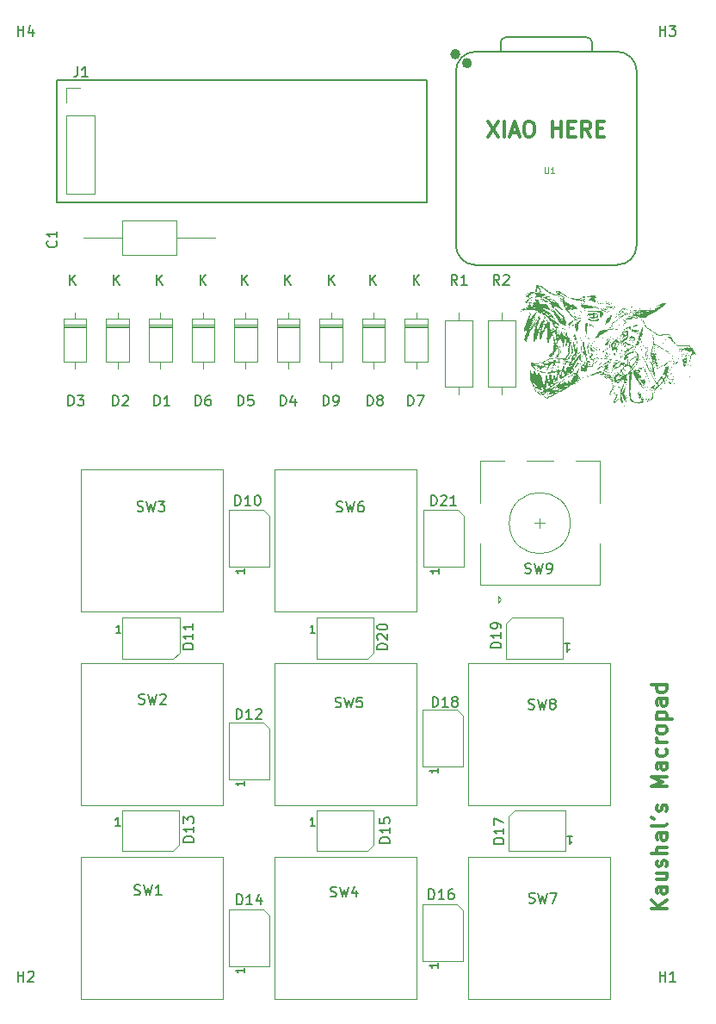
<source format=gbr>
G04 #@! TF.GenerationSoftware,KiCad,Pcbnew,9.0.6*
G04 #@! TF.CreationDate,2025-12-30T14:31:11-05:00*
G04 #@! TF.ProjectId,keyboard,6b657962-6f61-4726-942e-6b696361645f,rev?*
G04 #@! TF.SameCoordinates,Original*
G04 #@! TF.FileFunction,Legend,Top*
G04 #@! TF.FilePolarity,Positive*
%FSLAX46Y46*%
G04 Gerber Fmt 4.6, Leading zero omitted, Abs format (unit mm)*
G04 Created by KiCad (PCBNEW 9.0.6) date 2025-12-30 14:31:11*
%MOMM*%
%LPD*%
G01*
G04 APERTURE LIST*
%ADD10C,0.200000*%
%ADD11C,0.300000*%
%ADD12C,0.150000*%
%ADD13C,0.101600*%
%ADD14C,0.120000*%
%ADD15C,0.000000*%
%ADD16C,0.127000*%
%ADD17C,0.100000*%
%ADD18C,0.504000*%
G04 APERTURE END LIST*
D10*
X30302484Y-50262368D02*
X66713852Y-50262368D01*
X66713852Y-62298684D01*
X30302484Y-62298684D01*
X30302484Y-50262368D01*
D11*
X90284892Y-131723997D02*
X88784892Y-131723997D01*
X90284892Y-130866854D02*
X89427749Y-131509711D01*
X88784892Y-130866854D02*
X89642035Y-131723997D01*
X90284892Y-129581140D02*
X89499178Y-129581140D01*
X89499178Y-129581140D02*
X89356321Y-129652568D01*
X89356321Y-129652568D02*
X89284892Y-129795425D01*
X89284892Y-129795425D02*
X89284892Y-130081140D01*
X89284892Y-130081140D02*
X89356321Y-130223997D01*
X90213464Y-129581140D02*
X90284892Y-129723997D01*
X90284892Y-129723997D02*
X90284892Y-130081140D01*
X90284892Y-130081140D02*
X90213464Y-130223997D01*
X90213464Y-130223997D02*
X90070606Y-130295425D01*
X90070606Y-130295425D02*
X89927749Y-130295425D01*
X89927749Y-130295425D02*
X89784892Y-130223997D01*
X89784892Y-130223997D02*
X89713464Y-130081140D01*
X89713464Y-130081140D02*
X89713464Y-129723997D01*
X89713464Y-129723997D02*
X89642035Y-129581140D01*
X89284892Y-128223997D02*
X90284892Y-128223997D01*
X89284892Y-128866854D02*
X90070606Y-128866854D01*
X90070606Y-128866854D02*
X90213464Y-128795425D01*
X90213464Y-128795425D02*
X90284892Y-128652568D01*
X90284892Y-128652568D02*
X90284892Y-128438282D01*
X90284892Y-128438282D02*
X90213464Y-128295425D01*
X90213464Y-128295425D02*
X90142035Y-128223997D01*
X90213464Y-127581139D02*
X90284892Y-127438282D01*
X90284892Y-127438282D02*
X90284892Y-127152568D01*
X90284892Y-127152568D02*
X90213464Y-127009711D01*
X90213464Y-127009711D02*
X90070606Y-126938282D01*
X90070606Y-126938282D02*
X89999178Y-126938282D01*
X89999178Y-126938282D02*
X89856321Y-127009711D01*
X89856321Y-127009711D02*
X89784892Y-127152568D01*
X89784892Y-127152568D02*
X89784892Y-127366854D01*
X89784892Y-127366854D02*
X89713464Y-127509711D01*
X89713464Y-127509711D02*
X89570606Y-127581139D01*
X89570606Y-127581139D02*
X89499178Y-127581139D01*
X89499178Y-127581139D02*
X89356321Y-127509711D01*
X89356321Y-127509711D02*
X89284892Y-127366854D01*
X89284892Y-127366854D02*
X89284892Y-127152568D01*
X89284892Y-127152568D02*
X89356321Y-127009711D01*
X90284892Y-126295425D02*
X88784892Y-126295425D01*
X90284892Y-125652568D02*
X89499178Y-125652568D01*
X89499178Y-125652568D02*
X89356321Y-125723996D01*
X89356321Y-125723996D02*
X89284892Y-125866853D01*
X89284892Y-125866853D02*
X89284892Y-126081139D01*
X89284892Y-126081139D02*
X89356321Y-126223996D01*
X89356321Y-126223996D02*
X89427749Y-126295425D01*
X90284892Y-124295425D02*
X89499178Y-124295425D01*
X89499178Y-124295425D02*
X89356321Y-124366853D01*
X89356321Y-124366853D02*
X89284892Y-124509710D01*
X89284892Y-124509710D02*
X89284892Y-124795425D01*
X89284892Y-124795425D02*
X89356321Y-124938282D01*
X90213464Y-124295425D02*
X90284892Y-124438282D01*
X90284892Y-124438282D02*
X90284892Y-124795425D01*
X90284892Y-124795425D02*
X90213464Y-124938282D01*
X90213464Y-124938282D02*
X90070606Y-125009710D01*
X90070606Y-125009710D02*
X89927749Y-125009710D01*
X89927749Y-125009710D02*
X89784892Y-124938282D01*
X89784892Y-124938282D02*
X89713464Y-124795425D01*
X89713464Y-124795425D02*
X89713464Y-124438282D01*
X89713464Y-124438282D02*
X89642035Y-124295425D01*
X90284892Y-123366853D02*
X90213464Y-123509710D01*
X90213464Y-123509710D02*
X90070606Y-123581139D01*
X90070606Y-123581139D02*
X88784892Y-123581139D01*
X88784892Y-122723996D02*
X89070606Y-122866853D01*
X90213464Y-122152567D02*
X90284892Y-122009710D01*
X90284892Y-122009710D02*
X90284892Y-121723996D01*
X90284892Y-121723996D02*
X90213464Y-121581139D01*
X90213464Y-121581139D02*
X90070606Y-121509710D01*
X90070606Y-121509710D02*
X89999178Y-121509710D01*
X89999178Y-121509710D02*
X89856321Y-121581139D01*
X89856321Y-121581139D02*
X89784892Y-121723996D01*
X89784892Y-121723996D02*
X89784892Y-121938282D01*
X89784892Y-121938282D02*
X89713464Y-122081139D01*
X89713464Y-122081139D02*
X89570606Y-122152567D01*
X89570606Y-122152567D02*
X89499178Y-122152567D01*
X89499178Y-122152567D02*
X89356321Y-122081139D01*
X89356321Y-122081139D02*
X89284892Y-121938282D01*
X89284892Y-121938282D02*
X89284892Y-121723996D01*
X89284892Y-121723996D02*
X89356321Y-121581139D01*
X90284892Y-119723996D02*
X88784892Y-119723996D01*
X88784892Y-119723996D02*
X89856321Y-119223996D01*
X89856321Y-119223996D02*
X88784892Y-118723996D01*
X88784892Y-118723996D02*
X90284892Y-118723996D01*
X90284892Y-117366853D02*
X89499178Y-117366853D01*
X89499178Y-117366853D02*
X89356321Y-117438281D01*
X89356321Y-117438281D02*
X89284892Y-117581138D01*
X89284892Y-117581138D02*
X89284892Y-117866853D01*
X89284892Y-117866853D02*
X89356321Y-118009710D01*
X90213464Y-117366853D02*
X90284892Y-117509710D01*
X90284892Y-117509710D02*
X90284892Y-117866853D01*
X90284892Y-117866853D02*
X90213464Y-118009710D01*
X90213464Y-118009710D02*
X90070606Y-118081138D01*
X90070606Y-118081138D02*
X89927749Y-118081138D01*
X89927749Y-118081138D02*
X89784892Y-118009710D01*
X89784892Y-118009710D02*
X89713464Y-117866853D01*
X89713464Y-117866853D02*
X89713464Y-117509710D01*
X89713464Y-117509710D02*
X89642035Y-117366853D01*
X90213464Y-116009710D02*
X90284892Y-116152567D01*
X90284892Y-116152567D02*
X90284892Y-116438281D01*
X90284892Y-116438281D02*
X90213464Y-116581138D01*
X90213464Y-116581138D02*
X90142035Y-116652567D01*
X90142035Y-116652567D02*
X89999178Y-116723995D01*
X89999178Y-116723995D02*
X89570606Y-116723995D01*
X89570606Y-116723995D02*
X89427749Y-116652567D01*
X89427749Y-116652567D02*
X89356321Y-116581138D01*
X89356321Y-116581138D02*
X89284892Y-116438281D01*
X89284892Y-116438281D02*
X89284892Y-116152567D01*
X89284892Y-116152567D02*
X89356321Y-116009710D01*
X90284892Y-115366853D02*
X89284892Y-115366853D01*
X89570606Y-115366853D02*
X89427749Y-115295424D01*
X89427749Y-115295424D02*
X89356321Y-115223996D01*
X89356321Y-115223996D02*
X89284892Y-115081138D01*
X89284892Y-115081138D02*
X89284892Y-114938281D01*
X90284892Y-114223996D02*
X90213464Y-114366853D01*
X90213464Y-114366853D02*
X90142035Y-114438282D01*
X90142035Y-114438282D02*
X89999178Y-114509710D01*
X89999178Y-114509710D02*
X89570606Y-114509710D01*
X89570606Y-114509710D02*
X89427749Y-114438282D01*
X89427749Y-114438282D02*
X89356321Y-114366853D01*
X89356321Y-114366853D02*
X89284892Y-114223996D01*
X89284892Y-114223996D02*
X89284892Y-114009710D01*
X89284892Y-114009710D02*
X89356321Y-113866853D01*
X89356321Y-113866853D02*
X89427749Y-113795425D01*
X89427749Y-113795425D02*
X89570606Y-113723996D01*
X89570606Y-113723996D02*
X89999178Y-113723996D01*
X89999178Y-113723996D02*
X90142035Y-113795425D01*
X90142035Y-113795425D02*
X90213464Y-113866853D01*
X90213464Y-113866853D02*
X90284892Y-114009710D01*
X90284892Y-114009710D02*
X90284892Y-114223996D01*
X89284892Y-113081139D02*
X90784892Y-113081139D01*
X89356321Y-113081139D02*
X89284892Y-112938282D01*
X89284892Y-112938282D02*
X89284892Y-112652567D01*
X89284892Y-112652567D02*
X89356321Y-112509710D01*
X89356321Y-112509710D02*
X89427749Y-112438282D01*
X89427749Y-112438282D02*
X89570606Y-112366853D01*
X89570606Y-112366853D02*
X89999178Y-112366853D01*
X89999178Y-112366853D02*
X90142035Y-112438282D01*
X90142035Y-112438282D02*
X90213464Y-112509710D01*
X90213464Y-112509710D02*
X90284892Y-112652567D01*
X90284892Y-112652567D02*
X90284892Y-112938282D01*
X90284892Y-112938282D02*
X90213464Y-113081139D01*
X90284892Y-111081139D02*
X89499178Y-111081139D01*
X89499178Y-111081139D02*
X89356321Y-111152567D01*
X89356321Y-111152567D02*
X89284892Y-111295424D01*
X89284892Y-111295424D02*
X89284892Y-111581139D01*
X89284892Y-111581139D02*
X89356321Y-111723996D01*
X90213464Y-111081139D02*
X90284892Y-111223996D01*
X90284892Y-111223996D02*
X90284892Y-111581139D01*
X90284892Y-111581139D02*
X90213464Y-111723996D01*
X90213464Y-111723996D02*
X90070606Y-111795424D01*
X90070606Y-111795424D02*
X89927749Y-111795424D01*
X89927749Y-111795424D02*
X89784892Y-111723996D01*
X89784892Y-111723996D02*
X89713464Y-111581139D01*
X89713464Y-111581139D02*
X89713464Y-111223996D01*
X89713464Y-111223996D02*
X89642035Y-111081139D01*
X90284892Y-109723996D02*
X88784892Y-109723996D01*
X90213464Y-109723996D02*
X90284892Y-109866853D01*
X90284892Y-109866853D02*
X90284892Y-110152567D01*
X90284892Y-110152567D02*
X90213464Y-110295424D01*
X90213464Y-110295424D02*
X90142035Y-110366853D01*
X90142035Y-110366853D02*
X89999178Y-110438281D01*
X89999178Y-110438281D02*
X89570606Y-110438281D01*
X89570606Y-110438281D02*
X89427749Y-110366853D01*
X89427749Y-110366853D02*
X89356321Y-110295424D01*
X89356321Y-110295424D02*
X89284892Y-110152567D01*
X89284892Y-110152567D02*
X89284892Y-109866853D01*
X89284892Y-109866853D02*
X89356321Y-109723996D01*
X72750517Y-54309012D02*
X73750517Y-55809012D01*
X73750517Y-54309012D02*
X72750517Y-55809012D01*
X74321945Y-55809012D02*
X74321945Y-54309012D01*
X74964803Y-55380441D02*
X75679089Y-55380441D01*
X74821946Y-55809012D02*
X75321946Y-54309012D01*
X75321946Y-54309012D02*
X75821946Y-55809012D01*
X76607660Y-54309012D02*
X76893374Y-54309012D01*
X76893374Y-54309012D02*
X77036231Y-54380441D01*
X77036231Y-54380441D02*
X77179088Y-54523298D01*
X77179088Y-54523298D02*
X77250517Y-54809012D01*
X77250517Y-54809012D02*
X77250517Y-55309012D01*
X77250517Y-55309012D02*
X77179088Y-55594726D01*
X77179088Y-55594726D02*
X77036231Y-55737584D01*
X77036231Y-55737584D02*
X76893374Y-55809012D01*
X76893374Y-55809012D02*
X76607660Y-55809012D01*
X76607660Y-55809012D02*
X76464803Y-55737584D01*
X76464803Y-55737584D02*
X76321945Y-55594726D01*
X76321945Y-55594726D02*
X76250517Y-55309012D01*
X76250517Y-55309012D02*
X76250517Y-54809012D01*
X76250517Y-54809012D02*
X76321945Y-54523298D01*
X76321945Y-54523298D02*
X76464803Y-54380441D01*
X76464803Y-54380441D02*
X76607660Y-54309012D01*
X79036231Y-55809012D02*
X79036231Y-54309012D01*
X79036231Y-55023298D02*
X79893374Y-55023298D01*
X79893374Y-55809012D02*
X79893374Y-54309012D01*
X80607660Y-55023298D02*
X81107660Y-55023298D01*
X81321946Y-55809012D02*
X80607660Y-55809012D01*
X80607660Y-55809012D02*
X80607660Y-54309012D01*
X80607660Y-54309012D02*
X81321946Y-54309012D01*
X82821946Y-55809012D02*
X82321946Y-55094726D01*
X81964803Y-55809012D02*
X81964803Y-54309012D01*
X81964803Y-54309012D02*
X82536232Y-54309012D01*
X82536232Y-54309012D02*
X82679089Y-54380441D01*
X82679089Y-54380441D02*
X82750518Y-54451869D01*
X82750518Y-54451869D02*
X82821946Y-54594726D01*
X82821946Y-54594726D02*
X82821946Y-54809012D01*
X82821946Y-54809012D02*
X82750518Y-54951869D01*
X82750518Y-54951869D02*
X82679089Y-55023298D01*
X82679089Y-55023298D02*
X82536232Y-55094726D01*
X82536232Y-55094726D02*
X81964803Y-55094726D01*
X83464803Y-55023298D02*
X83964803Y-55023298D01*
X84179089Y-55809012D02*
X83464803Y-55809012D01*
X83464803Y-55809012D02*
X83464803Y-54309012D01*
X83464803Y-54309012D02*
X84179089Y-54309012D01*
D12*
X43704915Y-106186285D02*
X42704915Y-106186285D01*
X42704915Y-106186285D02*
X42704915Y-105948190D01*
X42704915Y-105948190D02*
X42752534Y-105805333D01*
X42752534Y-105805333D02*
X42847772Y-105710095D01*
X42847772Y-105710095D02*
X42943010Y-105662476D01*
X42943010Y-105662476D02*
X43133486Y-105614857D01*
X43133486Y-105614857D02*
X43276343Y-105614857D01*
X43276343Y-105614857D02*
X43466819Y-105662476D01*
X43466819Y-105662476D02*
X43562057Y-105710095D01*
X43562057Y-105710095D02*
X43657296Y-105805333D01*
X43657296Y-105805333D02*
X43704915Y-105948190D01*
X43704915Y-105948190D02*
X43704915Y-106186285D01*
X43704915Y-104662476D02*
X43704915Y-105233904D01*
X43704915Y-104948190D02*
X42704915Y-104948190D01*
X42704915Y-104948190D02*
X42847772Y-105043428D01*
X42847772Y-105043428D02*
X42943010Y-105138666D01*
X42943010Y-105138666D02*
X42990629Y-105233904D01*
X43704915Y-103710095D02*
X43704915Y-104281523D01*
X43704915Y-103995809D02*
X42704915Y-103995809D01*
X42704915Y-103995809D02*
X42847772Y-104091047D01*
X42847772Y-104091047D02*
X42943010Y-104186285D01*
X42943010Y-104186285D02*
X42990629Y-104281523D01*
X36585107Y-104608487D02*
X36127964Y-104608487D01*
X36356536Y-104608487D02*
X36356536Y-103808487D01*
X36356536Y-103808487D02*
X36280345Y-103922772D01*
X36280345Y-103922772D02*
X36204155Y-103998963D01*
X36204155Y-103998963D02*
X36127964Y-104037058D01*
X48127616Y-82261755D02*
X48127616Y-81261755D01*
X48127616Y-81261755D02*
X48365711Y-81261755D01*
X48365711Y-81261755D02*
X48508568Y-81309374D01*
X48508568Y-81309374D02*
X48603806Y-81404612D01*
X48603806Y-81404612D02*
X48651425Y-81499850D01*
X48651425Y-81499850D02*
X48699044Y-81690326D01*
X48699044Y-81690326D02*
X48699044Y-81833183D01*
X48699044Y-81833183D02*
X48651425Y-82023659D01*
X48651425Y-82023659D02*
X48603806Y-82118897D01*
X48603806Y-82118897D02*
X48508568Y-82214136D01*
X48508568Y-82214136D02*
X48365711Y-82261755D01*
X48365711Y-82261755D02*
X48127616Y-82261755D01*
X49603806Y-81261755D02*
X49127616Y-81261755D01*
X49127616Y-81261755D02*
X49079997Y-81737945D01*
X49079997Y-81737945D02*
X49127616Y-81690326D01*
X49127616Y-81690326D02*
X49222854Y-81642707D01*
X49222854Y-81642707D02*
X49460949Y-81642707D01*
X49460949Y-81642707D02*
X49556187Y-81690326D01*
X49556187Y-81690326D02*
X49603806Y-81737945D01*
X49603806Y-81737945D02*
X49651425Y-81833183D01*
X49651425Y-81833183D02*
X49651425Y-82071278D01*
X49651425Y-82071278D02*
X49603806Y-82166516D01*
X49603806Y-82166516D02*
X49556187Y-82214136D01*
X49556187Y-82214136D02*
X49460949Y-82261755D01*
X49460949Y-82261755D02*
X49222854Y-82261755D01*
X49222854Y-82261755D02*
X49127616Y-82214136D01*
X49127616Y-82214136D02*
X49079997Y-82166516D01*
X48483806Y-70391755D02*
X48483806Y-69391755D01*
X49055234Y-70391755D02*
X48626663Y-69820326D01*
X49055234Y-69391755D02*
X48483806Y-69963183D01*
X26455895Y-138865607D02*
X26455895Y-137865607D01*
X26455895Y-138341797D02*
X27027323Y-138341797D01*
X27027323Y-138865607D02*
X27027323Y-137865607D01*
X27455895Y-137960845D02*
X27503514Y-137913226D01*
X27503514Y-137913226D02*
X27598752Y-137865607D01*
X27598752Y-137865607D02*
X27836847Y-137865607D01*
X27836847Y-137865607D02*
X27932085Y-137913226D01*
X27932085Y-137913226D02*
X27979704Y-137960845D01*
X27979704Y-137960845D02*
X28027323Y-138056083D01*
X28027323Y-138056083D02*
X28027323Y-138151321D01*
X28027323Y-138151321D02*
X27979704Y-138294178D01*
X27979704Y-138294178D02*
X27408276Y-138865607D01*
X27408276Y-138865607D02*
X28027323Y-138865607D01*
X57699051Y-111879212D02*
X57841908Y-111926831D01*
X57841908Y-111926831D02*
X58080003Y-111926831D01*
X58080003Y-111926831D02*
X58175241Y-111879212D01*
X58175241Y-111879212D02*
X58222860Y-111831592D01*
X58222860Y-111831592D02*
X58270479Y-111736354D01*
X58270479Y-111736354D02*
X58270479Y-111641116D01*
X58270479Y-111641116D02*
X58222860Y-111545878D01*
X58222860Y-111545878D02*
X58175241Y-111498259D01*
X58175241Y-111498259D02*
X58080003Y-111450640D01*
X58080003Y-111450640D02*
X57889527Y-111403021D01*
X57889527Y-111403021D02*
X57794289Y-111355402D01*
X57794289Y-111355402D02*
X57746670Y-111307783D01*
X57746670Y-111307783D02*
X57699051Y-111212545D01*
X57699051Y-111212545D02*
X57699051Y-111117307D01*
X57699051Y-111117307D02*
X57746670Y-111022069D01*
X57746670Y-111022069D02*
X57794289Y-110974450D01*
X57794289Y-110974450D02*
X57889527Y-110926831D01*
X57889527Y-110926831D02*
X58127622Y-110926831D01*
X58127622Y-110926831D02*
X58270479Y-110974450D01*
X58603813Y-110926831D02*
X58841908Y-111926831D01*
X58841908Y-111926831D02*
X59032384Y-111212545D01*
X59032384Y-111212545D02*
X59222860Y-111926831D01*
X59222860Y-111926831D02*
X59460956Y-110926831D01*
X60318098Y-110926831D02*
X59841908Y-110926831D01*
X59841908Y-110926831D02*
X59794289Y-111403021D01*
X59794289Y-111403021D02*
X59841908Y-111355402D01*
X59841908Y-111355402D02*
X59937146Y-111307783D01*
X59937146Y-111307783D02*
X60175241Y-111307783D01*
X60175241Y-111307783D02*
X60270479Y-111355402D01*
X60270479Y-111355402D02*
X60318098Y-111403021D01*
X60318098Y-111403021D02*
X60365717Y-111498259D01*
X60365717Y-111498259D02*
X60365717Y-111736354D01*
X60365717Y-111736354D02*
X60318098Y-111831592D01*
X60318098Y-111831592D02*
X60270479Y-111879212D01*
X60270479Y-111879212D02*
X60175241Y-111926831D01*
X60175241Y-111926831D02*
X59937146Y-111926831D01*
X59937146Y-111926831D02*
X59841908Y-111879212D01*
X59841908Y-111879212D02*
X59794289Y-111831592D01*
X26455895Y-45901699D02*
X26455895Y-44901699D01*
X26455895Y-45377889D02*
X27027323Y-45377889D01*
X27027323Y-45901699D02*
X27027323Y-44901699D01*
X27932085Y-45235032D02*
X27932085Y-45901699D01*
X27693990Y-44854080D02*
X27455895Y-45568365D01*
X27455895Y-45568365D02*
X28074942Y-45568365D01*
X52303463Y-82261755D02*
X52303463Y-81261755D01*
X52303463Y-81261755D02*
X52541558Y-81261755D01*
X52541558Y-81261755D02*
X52684415Y-81309374D01*
X52684415Y-81309374D02*
X52779653Y-81404612D01*
X52779653Y-81404612D02*
X52827272Y-81499850D01*
X52827272Y-81499850D02*
X52874891Y-81690326D01*
X52874891Y-81690326D02*
X52874891Y-81833183D01*
X52874891Y-81833183D02*
X52827272Y-82023659D01*
X52827272Y-82023659D02*
X52779653Y-82118897D01*
X52779653Y-82118897D02*
X52684415Y-82214136D01*
X52684415Y-82214136D02*
X52541558Y-82261755D01*
X52541558Y-82261755D02*
X52303463Y-82261755D01*
X53732034Y-81595088D02*
X53732034Y-82261755D01*
X53493939Y-81214136D02*
X53255844Y-81928421D01*
X53255844Y-81928421D02*
X53874891Y-81928421D01*
X52739653Y-70391755D02*
X52739653Y-69391755D01*
X53311081Y-70391755D02*
X52882510Y-69820326D01*
X53311081Y-69391755D02*
X52739653Y-69963183D01*
D13*
X78266358Y-58806831D02*
X78266358Y-59320878D01*
X78266358Y-59320878D02*
X78296596Y-59381354D01*
X78296596Y-59381354D02*
X78326834Y-59411593D01*
X78326834Y-59411593D02*
X78387310Y-59441831D01*
X78387310Y-59441831D02*
X78508263Y-59441831D01*
X78508263Y-59441831D02*
X78568739Y-59411593D01*
X78568739Y-59411593D02*
X78598977Y-59381354D01*
X78598977Y-59381354D02*
X78629215Y-59320878D01*
X78629215Y-59320878D02*
X78629215Y-58806831D01*
X79264215Y-59441831D02*
X78901358Y-59441831D01*
X79082786Y-59441831D02*
X79082786Y-58806831D01*
X79082786Y-58806831D02*
X79022310Y-58897545D01*
X79022310Y-58897545D02*
X78961834Y-58958021D01*
X78961834Y-58958021D02*
X78901358Y-58988259D01*
D12*
X73844125Y-70391755D02*
X73510792Y-69915564D01*
X73272697Y-70391755D02*
X73272697Y-69391755D01*
X73272697Y-69391755D02*
X73653649Y-69391755D01*
X73653649Y-69391755D02*
X73748887Y-69439374D01*
X73748887Y-69439374D02*
X73796506Y-69486993D01*
X73796506Y-69486993D02*
X73844125Y-69582231D01*
X73844125Y-69582231D02*
X73844125Y-69725088D01*
X73844125Y-69725088D02*
X73796506Y-69820326D01*
X73796506Y-69820326D02*
X73748887Y-69867945D01*
X73748887Y-69867945D02*
X73653649Y-69915564D01*
X73653649Y-69915564D02*
X73272697Y-69915564D01*
X74225078Y-69486993D02*
X74272697Y-69439374D01*
X74272697Y-69439374D02*
X74367935Y-69391755D01*
X74367935Y-69391755D02*
X74606030Y-69391755D01*
X74606030Y-69391755D02*
X74701268Y-69439374D01*
X74701268Y-69439374D02*
X74748887Y-69486993D01*
X74748887Y-69486993D02*
X74796506Y-69582231D01*
X74796506Y-69582231D02*
X74796506Y-69677469D01*
X74796506Y-69677469D02*
X74748887Y-69820326D01*
X74748887Y-69820326D02*
X74177459Y-70391755D01*
X74177459Y-70391755D02*
X74796506Y-70391755D01*
X66890698Y-130797839D02*
X66890698Y-129797839D01*
X66890698Y-129797839D02*
X67128793Y-129797839D01*
X67128793Y-129797839D02*
X67271650Y-129845458D01*
X67271650Y-129845458D02*
X67366888Y-129940696D01*
X67366888Y-129940696D02*
X67414507Y-130035934D01*
X67414507Y-130035934D02*
X67462126Y-130226410D01*
X67462126Y-130226410D02*
X67462126Y-130369267D01*
X67462126Y-130369267D02*
X67414507Y-130559743D01*
X67414507Y-130559743D02*
X67366888Y-130654981D01*
X67366888Y-130654981D02*
X67271650Y-130750220D01*
X67271650Y-130750220D02*
X67128793Y-130797839D01*
X67128793Y-130797839D02*
X66890698Y-130797839D01*
X68414507Y-130797839D02*
X67843079Y-130797839D01*
X68128793Y-130797839D02*
X68128793Y-129797839D01*
X68128793Y-129797839D02*
X68033555Y-129940696D01*
X68033555Y-129940696D02*
X67938317Y-130035934D01*
X67938317Y-130035934D02*
X67843079Y-130083553D01*
X69271650Y-129797839D02*
X69081174Y-129797839D01*
X69081174Y-129797839D02*
X68985936Y-129845458D01*
X68985936Y-129845458D02*
X68938317Y-129893077D01*
X68938317Y-129893077D02*
X68843079Y-130035934D01*
X68843079Y-130035934D02*
X68795460Y-130226410D01*
X68795460Y-130226410D02*
X68795460Y-130607362D01*
X68795460Y-130607362D02*
X68843079Y-130702600D01*
X68843079Y-130702600D02*
X68890698Y-130750220D01*
X68890698Y-130750220D02*
X68985936Y-130797839D01*
X68985936Y-130797839D02*
X69176412Y-130797839D01*
X69176412Y-130797839D02*
X69271650Y-130750220D01*
X69271650Y-130750220D02*
X69319269Y-130702600D01*
X69319269Y-130702600D02*
X69366888Y-130607362D01*
X69366888Y-130607362D02*
X69366888Y-130369267D01*
X69366888Y-130369267D02*
X69319269Y-130274029D01*
X69319269Y-130274029D02*
X69271650Y-130226410D01*
X69271650Y-130226410D02*
X69176412Y-130178791D01*
X69176412Y-130178791D02*
X68985936Y-130178791D01*
X68985936Y-130178791D02*
X68890698Y-130226410D01*
X68890698Y-130226410D02*
X68843079Y-130274029D01*
X68843079Y-130274029D02*
X68795460Y-130369267D01*
X67773731Y-137064456D02*
X67773731Y-137521599D01*
X67773731Y-137293027D02*
X66973731Y-137293027D01*
X66973731Y-137293027D02*
X67088016Y-137369218D01*
X67088016Y-137369218D02*
X67164207Y-137445408D01*
X67164207Y-137445408D02*
X67202302Y-137521599D01*
X67262150Y-111884419D02*
X67262150Y-110884419D01*
X67262150Y-110884419D02*
X67500245Y-110884419D01*
X67500245Y-110884419D02*
X67643102Y-110932038D01*
X67643102Y-110932038D02*
X67738340Y-111027276D01*
X67738340Y-111027276D02*
X67785959Y-111122514D01*
X67785959Y-111122514D02*
X67833578Y-111312990D01*
X67833578Y-111312990D02*
X67833578Y-111455847D01*
X67833578Y-111455847D02*
X67785959Y-111646323D01*
X67785959Y-111646323D02*
X67738340Y-111741561D01*
X67738340Y-111741561D02*
X67643102Y-111836800D01*
X67643102Y-111836800D02*
X67500245Y-111884419D01*
X67500245Y-111884419D02*
X67262150Y-111884419D01*
X68785959Y-111884419D02*
X68214531Y-111884419D01*
X68500245Y-111884419D02*
X68500245Y-110884419D01*
X68500245Y-110884419D02*
X68405007Y-111027276D01*
X68405007Y-111027276D02*
X68309769Y-111122514D01*
X68309769Y-111122514D02*
X68214531Y-111170133D01*
X69357388Y-111312990D02*
X69262150Y-111265371D01*
X69262150Y-111265371D02*
X69214531Y-111217752D01*
X69214531Y-111217752D02*
X69166912Y-111122514D01*
X69166912Y-111122514D02*
X69166912Y-111074895D01*
X69166912Y-111074895D02*
X69214531Y-110979657D01*
X69214531Y-110979657D02*
X69262150Y-110932038D01*
X69262150Y-110932038D02*
X69357388Y-110884419D01*
X69357388Y-110884419D02*
X69547864Y-110884419D01*
X69547864Y-110884419D02*
X69643102Y-110932038D01*
X69643102Y-110932038D02*
X69690721Y-110979657D01*
X69690721Y-110979657D02*
X69738340Y-111074895D01*
X69738340Y-111074895D02*
X69738340Y-111122514D01*
X69738340Y-111122514D02*
X69690721Y-111217752D01*
X69690721Y-111217752D02*
X69643102Y-111265371D01*
X69643102Y-111265371D02*
X69547864Y-111312990D01*
X69547864Y-111312990D02*
X69357388Y-111312990D01*
X69357388Y-111312990D02*
X69262150Y-111360609D01*
X69262150Y-111360609D02*
X69214531Y-111408228D01*
X69214531Y-111408228D02*
X69166912Y-111503466D01*
X69166912Y-111503466D02*
X69166912Y-111693942D01*
X69166912Y-111693942D02*
X69214531Y-111789180D01*
X69214531Y-111789180D02*
X69262150Y-111836800D01*
X69262150Y-111836800D02*
X69357388Y-111884419D01*
X69357388Y-111884419D02*
X69547864Y-111884419D01*
X69547864Y-111884419D02*
X69643102Y-111836800D01*
X69643102Y-111836800D02*
X69690721Y-111789180D01*
X69690721Y-111789180D02*
X69738340Y-111693942D01*
X69738340Y-111693942D02*
X69738340Y-111503466D01*
X69738340Y-111503466D02*
X69690721Y-111408228D01*
X69690721Y-111408228D02*
X69643102Y-111360609D01*
X69643102Y-111360609D02*
X69547864Y-111312990D01*
X67773731Y-117891028D02*
X67773731Y-118348171D01*
X67773731Y-118119599D02*
X66973731Y-118119599D01*
X66973731Y-118119599D02*
X67088016Y-118195790D01*
X67088016Y-118195790D02*
X67164207Y-118271980D01*
X67164207Y-118271980D02*
X67202302Y-118348171D01*
X74273027Y-125324477D02*
X73273027Y-125324477D01*
X73273027Y-125324477D02*
X73273027Y-125086382D01*
X73273027Y-125086382D02*
X73320646Y-124943525D01*
X73320646Y-124943525D02*
X73415884Y-124848287D01*
X73415884Y-124848287D02*
X73511122Y-124800668D01*
X73511122Y-124800668D02*
X73701598Y-124753049D01*
X73701598Y-124753049D02*
X73844455Y-124753049D01*
X73844455Y-124753049D02*
X74034931Y-124800668D01*
X74034931Y-124800668D02*
X74130169Y-124848287D01*
X74130169Y-124848287D02*
X74225408Y-124943525D01*
X74225408Y-124943525D02*
X74273027Y-125086382D01*
X74273027Y-125086382D02*
X74273027Y-125324477D01*
X74273027Y-123800668D02*
X74273027Y-124372096D01*
X74273027Y-124086382D02*
X73273027Y-124086382D01*
X73273027Y-124086382D02*
X73415884Y-124181620D01*
X73415884Y-124181620D02*
X73511122Y-124276858D01*
X73511122Y-124276858D02*
X73558741Y-124372096D01*
X73273027Y-123467334D02*
X73273027Y-122800668D01*
X73273027Y-122800668D02*
X74273027Y-123229239D01*
X80511916Y-124565388D02*
X80969059Y-124565388D01*
X80740487Y-124565388D02*
X80740487Y-125365388D01*
X80740487Y-125365388D02*
X80816678Y-125251103D01*
X80816678Y-125251103D02*
X80892868Y-125174912D01*
X80892868Y-125174912D02*
X80969059Y-125136817D01*
X74003363Y-106093541D02*
X73003363Y-106093541D01*
X73003363Y-106093541D02*
X73003363Y-105855446D01*
X73003363Y-105855446D02*
X73050982Y-105712589D01*
X73050982Y-105712589D02*
X73146220Y-105617351D01*
X73146220Y-105617351D02*
X73241458Y-105569732D01*
X73241458Y-105569732D02*
X73431934Y-105522113D01*
X73431934Y-105522113D02*
X73574791Y-105522113D01*
X73574791Y-105522113D02*
X73765267Y-105569732D01*
X73765267Y-105569732D02*
X73860505Y-105617351D01*
X73860505Y-105617351D02*
X73955744Y-105712589D01*
X73955744Y-105712589D02*
X74003363Y-105855446D01*
X74003363Y-105855446D02*
X74003363Y-106093541D01*
X74003363Y-104569732D02*
X74003363Y-105141160D01*
X74003363Y-104855446D02*
X73003363Y-104855446D01*
X73003363Y-104855446D02*
X73146220Y-104950684D01*
X73146220Y-104950684D02*
X73241458Y-105045922D01*
X73241458Y-105045922D02*
X73289077Y-105141160D01*
X74003363Y-104093541D02*
X74003363Y-103903065D01*
X74003363Y-103903065D02*
X73955744Y-103807827D01*
X73955744Y-103807827D02*
X73908124Y-103760208D01*
X73908124Y-103760208D02*
X73765267Y-103664970D01*
X73765267Y-103664970D02*
X73574791Y-103617351D01*
X73574791Y-103617351D02*
X73193839Y-103617351D01*
X73193839Y-103617351D02*
X73098601Y-103664970D01*
X73098601Y-103664970D02*
X73050982Y-103712589D01*
X73050982Y-103712589D02*
X73003363Y-103807827D01*
X73003363Y-103807827D02*
X73003363Y-103998303D01*
X73003363Y-103998303D02*
X73050982Y-104093541D01*
X73050982Y-104093541D02*
X73098601Y-104141160D01*
X73098601Y-104141160D02*
X73193839Y-104188779D01*
X73193839Y-104188779D02*
X73431934Y-104188779D01*
X73431934Y-104188779D02*
X73527172Y-104141160D01*
X73527172Y-104141160D02*
X73574791Y-104093541D01*
X73574791Y-104093541D02*
X73622410Y-103998303D01*
X73622410Y-103998303D02*
X73622410Y-103807827D01*
X73622410Y-103807827D02*
X73574791Y-103712589D01*
X73574791Y-103712589D02*
X73527172Y-103664970D01*
X73527172Y-103664970D02*
X73431934Y-103617351D01*
X80269980Y-105633896D02*
X80727123Y-105633896D01*
X80498551Y-105633896D02*
X80498551Y-106433896D01*
X80498551Y-106433896D02*
X80574742Y-106319611D01*
X80574742Y-106319611D02*
X80650932Y-106243420D01*
X80650932Y-106243420D02*
X80727123Y-106205325D01*
X30211904Y-66082774D02*
X30259524Y-66130393D01*
X30259524Y-66130393D02*
X30307143Y-66273250D01*
X30307143Y-66273250D02*
X30307143Y-66368488D01*
X30307143Y-66368488D02*
X30259524Y-66511345D01*
X30259524Y-66511345D02*
X30164285Y-66606583D01*
X30164285Y-66606583D02*
X30069047Y-66654202D01*
X30069047Y-66654202D02*
X29878571Y-66701821D01*
X29878571Y-66701821D02*
X29735714Y-66701821D01*
X29735714Y-66701821D02*
X29545238Y-66654202D01*
X29545238Y-66654202D02*
X29450000Y-66606583D01*
X29450000Y-66606583D02*
X29354762Y-66511345D01*
X29354762Y-66511345D02*
X29307143Y-66368488D01*
X29307143Y-66368488D02*
X29307143Y-66273250D01*
X29307143Y-66273250D02*
X29354762Y-66130393D01*
X29354762Y-66130393D02*
X29402381Y-66082774D01*
X30307143Y-65130393D02*
X30307143Y-65701821D01*
X30307143Y-65416107D02*
X29307143Y-65416107D01*
X29307143Y-65416107D02*
X29450000Y-65511345D01*
X29450000Y-65511345D02*
X29545238Y-65606583D01*
X29545238Y-65606583D02*
X29592857Y-65701821D01*
X89601191Y-45901699D02*
X89601191Y-44901699D01*
X89601191Y-45377889D02*
X90172619Y-45377889D01*
X90172619Y-45901699D02*
X90172619Y-44901699D01*
X90553572Y-44901699D02*
X91172619Y-44901699D01*
X91172619Y-44901699D02*
X90839286Y-45282651D01*
X90839286Y-45282651D02*
X90982143Y-45282651D01*
X90982143Y-45282651D02*
X91077381Y-45330270D01*
X91077381Y-45330270D02*
X91125000Y-45377889D01*
X91125000Y-45377889D02*
X91172619Y-45473127D01*
X91172619Y-45473127D02*
X91172619Y-45711222D01*
X91172619Y-45711222D02*
X91125000Y-45806460D01*
X91125000Y-45806460D02*
X91077381Y-45854080D01*
X91077381Y-45854080D02*
X90982143Y-45901699D01*
X90982143Y-45901699D02*
X90696429Y-45901699D01*
X90696429Y-45901699D02*
X90601191Y-45854080D01*
X90601191Y-45854080D02*
X90553572Y-45806460D01*
X76691027Y-112060664D02*
X76833884Y-112108283D01*
X76833884Y-112108283D02*
X77071979Y-112108283D01*
X77071979Y-112108283D02*
X77167217Y-112060664D01*
X77167217Y-112060664D02*
X77214836Y-112013044D01*
X77214836Y-112013044D02*
X77262455Y-111917806D01*
X77262455Y-111917806D02*
X77262455Y-111822568D01*
X77262455Y-111822568D02*
X77214836Y-111727330D01*
X77214836Y-111727330D02*
X77167217Y-111679711D01*
X77167217Y-111679711D02*
X77071979Y-111632092D01*
X77071979Y-111632092D02*
X76881503Y-111584473D01*
X76881503Y-111584473D02*
X76786265Y-111536854D01*
X76786265Y-111536854D02*
X76738646Y-111489235D01*
X76738646Y-111489235D02*
X76691027Y-111393997D01*
X76691027Y-111393997D02*
X76691027Y-111298759D01*
X76691027Y-111298759D02*
X76738646Y-111203521D01*
X76738646Y-111203521D02*
X76786265Y-111155902D01*
X76786265Y-111155902D02*
X76881503Y-111108283D01*
X76881503Y-111108283D02*
X77119598Y-111108283D01*
X77119598Y-111108283D02*
X77262455Y-111155902D01*
X77595789Y-111108283D02*
X77833884Y-112108283D01*
X77833884Y-112108283D02*
X78024360Y-111393997D01*
X78024360Y-111393997D02*
X78214836Y-112108283D01*
X78214836Y-112108283D02*
X78452932Y-111108283D01*
X78976741Y-111536854D02*
X78881503Y-111489235D01*
X78881503Y-111489235D02*
X78833884Y-111441616D01*
X78833884Y-111441616D02*
X78786265Y-111346378D01*
X78786265Y-111346378D02*
X78786265Y-111298759D01*
X78786265Y-111298759D02*
X78833884Y-111203521D01*
X78833884Y-111203521D02*
X78881503Y-111155902D01*
X78881503Y-111155902D02*
X78976741Y-111108283D01*
X78976741Y-111108283D02*
X79167217Y-111108283D01*
X79167217Y-111108283D02*
X79262455Y-111155902D01*
X79262455Y-111155902D02*
X79310074Y-111203521D01*
X79310074Y-111203521D02*
X79357693Y-111298759D01*
X79357693Y-111298759D02*
X79357693Y-111346378D01*
X79357693Y-111346378D02*
X79310074Y-111441616D01*
X79310074Y-111441616D02*
X79262455Y-111489235D01*
X79262455Y-111489235D02*
X79167217Y-111536854D01*
X79167217Y-111536854D02*
X78976741Y-111536854D01*
X78976741Y-111536854D02*
X78881503Y-111584473D01*
X78881503Y-111584473D02*
X78833884Y-111632092D01*
X78833884Y-111632092D02*
X78786265Y-111727330D01*
X78786265Y-111727330D02*
X78786265Y-111917806D01*
X78786265Y-111917806D02*
X78833884Y-112013044D01*
X78833884Y-112013044D02*
X78881503Y-112060664D01*
X78881503Y-112060664D02*
X78976741Y-112108283D01*
X78976741Y-112108283D02*
X79167217Y-112108283D01*
X79167217Y-112108283D02*
X79262455Y-112060664D01*
X79262455Y-112060664D02*
X79310074Y-112013044D01*
X79310074Y-112013044D02*
X79357693Y-111917806D01*
X79357693Y-111917806D02*
X79357693Y-111727330D01*
X79357693Y-111727330D02*
X79310074Y-111632092D01*
X79310074Y-111632092D02*
X79262455Y-111584473D01*
X79262455Y-111584473D02*
X79167217Y-111536854D01*
X62813823Y-106214509D02*
X61813823Y-106214509D01*
X61813823Y-106214509D02*
X61813823Y-105976414D01*
X61813823Y-105976414D02*
X61861442Y-105833557D01*
X61861442Y-105833557D02*
X61956680Y-105738319D01*
X61956680Y-105738319D02*
X62051918Y-105690700D01*
X62051918Y-105690700D02*
X62242394Y-105643081D01*
X62242394Y-105643081D02*
X62385251Y-105643081D01*
X62385251Y-105643081D02*
X62575727Y-105690700D01*
X62575727Y-105690700D02*
X62670965Y-105738319D01*
X62670965Y-105738319D02*
X62766204Y-105833557D01*
X62766204Y-105833557D02*
X62813823Y-105976414D01*
X62813823Y-105976414D02*
X62813823Y-106214509D01*
X61909061Y-105262128D02*
X61861442Y-105214509D01*
X61861442Y-105214509D02*
X61813823Y-105119271D01*
X61813823Y-105119271D02*
X61813823Y-104881176D01*
X61813823Y-104881176D02*
X61861442Y-104785938D01*
X61861442Y-104785938D02*
X61909061Y-104738319D01*
X61909061Y-104738319D02*
X62004299Y-104690700D01*
X62004299Y-104690700D02*
X62099537Y-104690700D01*
X62099537Y-104690700D02*
X62242394Y-104738319D01*
X62242394Y-104738319D02*
X62813823Y-105309747D01*
X62813823Y-105309747D02*
X62813823Y-104690700D01*
X61813823Y-104071652D02*
X61813823Y-103976414D01*
X61813823Y-103976414D02*
X61861442Y-103881176D01*
X61861442Y-103881176D02*
X61909061Y-103833557D01*
X61909061Y-103833557D02*
X62004299Y-103785938D01*
X62004299Y-103785938D02*
X62194775Y-103738319D01*
X62194775Y-103738319D02*
X62432870Y-103738319D01*
X62432870Y-103738319D02*
X62623346Y-103785938D01*
X62623346Y-103785938D02*
X62718584Y-103833557D01*
X62718584Y-103833557D02*
X62766204Y-103881176D01*
X62766204Y-103881176D02*
X62813823Y-103976414D01*
X62813823Y-103976414D02*
X62813823Y-104071652D01*
X62813823Y-104071652D02*
X62766204Y-104166890D01*
X62766204Y-104166890D02*
X62718584Y-104214509D01*
X62718584Y-104214509D02*
X62623346Y-104262128D01*
X62623346Y-104262128D02*
X62432870Y-104309747D01*
X62432870Y-104309747D02*
X62194775Y-104309747D01*
X62194775Y-104309747D02*
X62004299Y-104262128D01*
X62004299Y-104262128D02*
X61909061Y-104214509D01*
X61909061Y-104214509D02*
X61861442Y-104166890D01*
X61861442Y-104166890D02*
X61813823Y-104071652D01*
X55698051Y-104608487D02*
X55240908Y-104608487D01*
X55469480Y-104608487D02*
X55469480Y-103808487D01*
X55469480Y-103808487D02*
X55393289Y-103922772D01*
X55393289Y-103922772D02*
X55317099Y-103998963D01*
X55317099Y-103998963D02*
X55240908Y-104037058D01*
X64831003Y-82261755D02*
X64831003Y-81261755D01*
X64831003Y-81261755D02*
X65069098Y-81261755D01*
X65069098Y-81261755D02*
X65211955Y-81309374D01*
X65211955Y-81309374D02*
X65307193Y-81404612D01*
X65307193Y-81404612D02*
X65354812Y-81499850D01*
X65354812Y-81499850D02*
X65402431Y-81690326D01*
X65402431Y-81690326D02*
X65402431Y-81833183D01*
X65402431Y-81833183D02*
X65354812Y-82023659D01*
X65354812Y-82023659D02*
X65307193Y-82118897D01*
X65307193Y-82118897D02*
X65211955Y-82214136D01*
X65211955Y-82214136D02*
X65069098Y-82261755D01*
X65069098Y-82261755D02*
X64831003Y-82261755D01*
X65735765Y-81261755D02*
X66402431Y-81261755D01*
X66402431Y-81261755D02*
X65973860Y-82261755D01*
X65387193Y-70391755D02*
X65387193Y-69391755D01*
X65958621Y-70391755D02*
X65530050Y-69820326D01*
X65958621Y-69391755D02*
X65387193Y-69963183D01*
X43761363Y-125146001D02*
X42761363Y-125146001D01*
X42761363Y-125146001D02*
X42761363Y-124907906D01*
X42761363Y-124907906D02*
X42808982Y-124765049D01*
X42808982Y-124765049D02*
X42904220Y-124669811D01*
X42904220Y-124669811D02*
X42999458Y-124622192D01*
X42999458Y-124622192D02*
X43189934Y-124574573D01*
X43189934Y-124574573D02*
X43332791Y-124574573D01*
X43332791Y-124574573D02*
X43523267Y-124622192D01*
X43523267Y-124622192D02*
X43618505Y-124669811D01*
X43618505Y-124669811D02*
X43713744Y-124765049D01*
X43713744Y-124765049D02*
X43761363Y-124907906D01*
X43761363Y-124907906D02*
X43761363Y-125146001D01*
X43761363Y-123622192D02*
X43761363Y-124193620D01*
X43761363Y-123907906D02*
X42761363Y-123907906D01*
X42761363Y-123907906D02*
X42904220Y-124003144D01*
X42904220Y-124003144D02*
X42999458Y-124098382D01*
X42999458Y-124098382D02*
X43047077Y-124193620D01*
X42761363Y-123288858D02*
X42761363Y-122669811D01*
X42761363Y-122669811D02*
X43142315Y-123003144D01*
X43142315Y-123003144D02*
X43142315Y-122860287D01*
X43142315Y-122860287D02*
X43189934Y-122765049D01*
X43189934Y-122765049D02*
X43237553Y-122717430D01*
X43237553Y-122717430D02*
X43332791Y-122669811D01*
X43332791Y-122669811D02*
X43570886Y-122669811D01*
X43570886Y-122669811D02*
X43666124Y-122717430D01*
X43666124Y-122717430D02*
X43713744Y-122765049D01*
X43713744Y-122765049D02*
X43761363Y-122860287D01*
X43761363Y-122860287D02*
X43761363Y-123146001D01*
X43761363Y-123146001D02*
X43713744Y-123241239D01*
X43713744Y-123241239D02*
X43666124Y-123288858D01*
X36524623Y-123539979D02*
X36067480Y-123539979D01*
X36296052Y-123539979D02*
X36296052Y-122739979D01*
X36296052Y-122739979D02*
X36219861Y-122854264D01*
X36219861Y-122854264D02*
X36143671Y-122930455D01*
X36143671Y-122930455D02*
X36067480Y-122968550D01*
X31424229Y-82261755D02*
X31424229Y-81261755D01*
X31424229Y-81261755D02*
X31662324Y-81261755D01*
X31662324Y-81261755D02*
X31805181Y-81309374D01*
X31805181Y-81309374D02*
X31900419Y-81404612D01*
X31900419Y-81404612D02*
X31948038Y-81499850D01*
X31948038Y-81499850D02*
X31995657Y-81690326D01*
X31995657Y-81690326D02*
X31995657Y-81833183D01*
X31995657Y-81833183D02*
X31948038Y-82023659D01*
X31948038Y-82023659D02*
X31900419Y-82118897D01*
X31900419Y-82118897D02*
X31805181Y-82214136D01*
X31805181Y-82214136D02*
X31662324Y-82261755D01*
X31662324Y-82261755D02*
X31424229Y-82261755D01*
X32328991Y-81261755D02*
X32948038Y-81261755D01*
X32948038Y-81261755D02*
X32614705Y-81642707D01*
X32614705Y-81642707D02*
X32757562Y-81642707D01*
X32757562Y-81642707D02*
X32852800Y-81690326D01*
X32852800Y-81690326D02*
X32900419Y-81737945D01*
X32900419Y-81737945D02*
X32948038Y-81833183D01*
X32948038Y-81833183D02*
X32948038Y-82071278D01*
X32948038Y-82071278D02*
X32900419Y-82166516D01*
X32900419Y-82166516D02*
X32852800Y-82214136D01*
X32852800Y-82214136D02*
X32757562Y-82261755D01*
X32757562Y-82261755D02*
X32471848Y-82261755D01*
X32471848Y-82261755D02*
X32376610Y-82214136D01*
X32376610Y-82214136D02*
X32328991Y-82166516D01*
X31580419Y-70391755D02*
X31580419Y-69391755D01*
X32151847Y-70391755D02*
X31723276Y-69820326D01*
X32151847Y-69391755D02*
X31580419Y-69963183D01*
X37920783Y-130326832D02*
X38063640Y-130374451D01*
X38063640Y-130374451D02*
X38301735Y-130374451D01*
X38301735Y-130374451D02*
X38396973Y-130326832D01*
X38396973Y-130326832D02*
X38444592Y-130279212D01*
X38444592Y-130279212D02*
X38492211Y-130183974D01*
X38492211Y-130183974D02*
X38492211Y-130088736D01*
X38492211Y-130088736D02*
X38444592Y-129993498D01*
X38444592Y-129993498D02*
X38396973Y-129945879D01*
X38396973Y-129945879D02*
X38301735Y-129898260D01*
X38301735Y-129898260D02*
X38111259Y-129850641D01*
X38111259Y-129850641D02*
X38016021Y-129803022D01*
X38016021Y-129803022D02*
X37968402Y-129755403D01*
X37968402Y-129755403D02*
X37920783Y-129660165D01*
X37920783Y-129660165D02*
X37920783Y-129564927D01*
X37920783Y-129564927D02*
X37968402Y-129469689D01*
X37968402Y-129469689D02*
X38016021Y-129422070D01*
X38016021Y-129422070D02*
X38111259Y-129374451D01*
X38111259Y-129374451D02*
X38349354Y-129374451D01*
X38349354Y-129374451D02*
X38492211Y-129422070D01*
X38825545Y-129374451D02*
X39063640Y-130374451D01*
X39063640Y-130374451D02*
X39254116Y-129660165D01*
X39254116Y-129660165D02*
X39444592Y-130374451D01*
X39444592Y-130374451D02*
X39682688Y-129374451D01*
X40587449Y-130374451D02*
X40016021Y-130374451D01*
X40301735Y-130374451D02*
X40301735Y-129374451D01*
X40301735Y-129374451D02*
X40206497Y-129517308D01*
X40206497Y-129517308D02*
X40111259Y-129612546D01*
X40111259Y-129612546D02*
X40016021Y-129660165D01*
X89601191Y-138865607D02*
X89601191Y-137865607D01*
X89601191Y-138341797D02*
X90172619Y-138341797D01*
X90172619Y-138865607D02*
X90172619Y-137865607D01*
X91172619Y-138865607D02*
X90601191Y-138865607D01*
X90886905Y-138865607D02*
X90886905Y-137865607D01*
X90886905Y-137865607D02*
X90791667Y-138008464D01*
X90791667Y-138008464D02*
X90696429Y-138103702D01*
X90696429Y-138103702D02*
X90601191Y-138151321D01*
X67114574Y-92062591D02*
X67114574Y-91062591D01*
X67114574Y-91062591D02*
X67352669Y-91062591D01*
X67352669Y-91062591D02*
X67495526Y-91110210D01*
X67495526Y-91110210D02*
X67590764Y-91205448D01*
X67590764Y-91205448D02*
X67638383Y-91300686D01*
X67638383Y-91300686D02*
X67686002Y-91491162D01*
X67686002Y-91491162D02*
X67686002Y-91634019D01*
X67686002Y-91634019D02*
X67638383Y-91824495D01*
X67638383Y-91824495D02*
X67590764Y-91919733D01*
X67590764Y-91919733D02*
X67495526Y-92014972D01*
X67495526Y-92014972D02*
X67352669Y-92062591D01*
X67352669Y-92062591D02*
X67114574Y-92062591D01*
X68066955Y-91157829D02*
X68114574Y-91110210D01*
X68114574Y-91110210D02*
X68209812Y-91062591D01*
X68209812Y-91062591D02*
X68447907Y-91062591D01*
X68447907Y-91062591D02*
X68543145Y-91110210D01*
X68543145Y-91110210D02*
X68590764Y-91157829D01*
X68590764Y-91157829D02*
X68638383Y-91253067D01*
X68638383Y-91253067D02*
X68638383Y-91348305D01*
X68638383Y-91348305D02*
X68590764Y-91491162D01*
X68590764Y-91491162D02*
X68019336Y-92062591D01*
X68019336Y-92062591D02*
X68638383Y-92062591D01*
X69590764Y-92062591D02*
X69019336Y-92062591D01*
X69305050Y-92062591D02*
X69305050Y-91062591D01*
X69305050Y-91062591D02*
X69209812Y-91205448D01*
X69209812Y-91205448D02*
X69114574Y-91300686D01*
X69114574Y-91300686D02*
X69019336Y-91348305D01*
X67866475Y-98290176D02*
X67866475Y-98747319D01*
X67866475Y-98518747D02*
X67066475Y-98518747D01*
X67066475Y-98518747D02*
X67180760Y-98594938D01*
X67180760Y-98594938D02*
X67256951Y-98671128D01*
X67256951Y-98671128D02*
X67295046Y-98747319D01*
X47959206Y-113076027D02*
X47959206Y-112076027D01*
X47959206Y-112076027D02*
X48197301Y-112076027D01*
X48197301Y-112076027D02*
X48340158Y-112123646D01*
X48340158Y-112123646D02*
X48435396Y-112218884D01*
X48435396Y-112218884D02*
X48483015Y-112314122D01*
X48483015Y-112314122D02*
X48530634Y-112504598D01*
X48530634Y-112504598D02*
X48530634Y-112647455D01*
X48530634Y-112647455D02*
X48483015Y-112837931D01*
X48483015Y-112837931D02*
X48435396Y-112933169D01*
X48435396Y-112933169D02*
X48340158Y-113028408D01*
X48340158Y-113028408D02*
X48197301Y-113076027D01*
X48197301Y-113076027D02*
X47959206Y-113076027D01*
X49483015Y-113076027D02*
X48911587Y-113076027D01*
X49197301Y-113076027D02*
X49197301Y-112076027D01*
X49197301Y-112076027D02*
X49102063Y-112218884D01*
X49102063Y-112218884D02*
X49006825Y-112314122D01*
X49006825Y-112314122D02*
X48911587Y-112361741D01*
X49863968Y-112171265D02*
X49911587Y-112123646D01*
X49911587Y-112123646D02*
X50006825Y-112076027D01*
X50006825Y-112076027D02*
X50244920Y-112076027D01*
X50244920Y-112076027D02*
X50340158Y-112123646D01*
X50340158Y-112123646D02*
X50387777Y-112171265D01*
X50387777Y-112171265D02*
X50435396Y-112266503D01*
X50435396Y-112266503D02*
X50435396Y-112361741D01*
X50435396Y-112361741D02*
X50387777Y-112504598D01*
X50387777Y-112504598D02*
X49816349Y-113076027D01*
X49816349Y-113076027D02*
X50435396Y-113076027D01*
X48721271Y-119161192D02*
X48721271Y-119618335D01*
X48721271Y-119389763D02*
X47921271Y-119389763D01*
X47921271Y-119389763D02*
X48035556Y-119465954D01*
X48035556Y-119465954D02*
X48111747Y-119542144D01*
X48111747Y-119542144D02*
X48149842Y-119618335D01*
X57215179Y-130508284D02*
X57358036Y-130555903D01*
X57358036Y-130555903D02*
X57596131Y-130555903D01*
X57596131Y-130555903D02*
X57691369Y-130508284D01*
X57691369Y-130508284D02*
X57738988Y-130460664D01*
X57738988Y-130460664D02*
X57786607Y-130365426D01*
X57786607Y-130365426D02*
X57786607Y-130270188D01*
X57786607Y-130270188D02*
X57738988Y-130174950D01*
X57738988Y-130174950D02*
X57691369Y-130127331D01*
X57691369Y-130127331D02*
X57596131Y-130079712D01*
X57596131Y-130079712D02*
X57405655Y-130032093D01*
X57405655Y-130032093D02*
X57310417Y-129984474D01*
X57310417Y-129984474D02*
X57262798Y-129936855D01*
X57262798Y-129936855D02*
X57215179Y-129841617D01*
X57215179Y-129841617D02*
X57215179Y-129746379D01*
X57215179Y-129746379D02*
X57262798Y-129651141D01*
X57262798Y-129651141D02*
X57310417Y-129603522D01*
X57310417Y-129603522D02*
X57405655Y-129555903D01*
X57405655Y-129555903D02*
X57643750Y-129555903D01*
X57643750Y-129555903D02*
X57786607Y-129603522D01*
X58119941Y-129555903D02*
X58358036Y-130555903D01*
X58358036Y-130555903D02*
X58548512Y-129841617D01*
X58548512Y-129841617D02*
X58738988Y-130555903D01*
X58738988Y-130555903D02*
X58977084Y-129555903D01*
X59786607Y-129889236D02*
X59786607Y-130555903D01*
X59548512Y-129508284D02*
X59310417Y-130222569D01*
X59310417Y-130222569D02*
X59929464Y-130222569D01*
X63059795Y-125238745D02*
X62059795Y-125238745D01*
X62059795Y-125238745D02*
X62059795Y-125000650D01*
X62059795Y-125000650D02*
X62107414Y-124857793D01*
X62107414Y-124857793D02*
X62202652Y-124762555D01*
X62202652Y-124762555D02*
X62297890Y-124714936D01*
X62297890Y-124714936D02*
X62488366Y-124667317D01*
X62488366Y-124667317D02*
X62631223Y-124667317D01*
X62631223Y-124667317D02*
X62821699Y-124714936D01*
X62821699Y-124714936D02*
X62916937Y-124762555D01*
X62916937Y-124762555D02*
X63012176Y-124857793D01*
X63012176Y-124857793D02*
X63059795Y-125000650D01*
X63059795Y-125000650D02*
X63059795Y-125238745D01*
X63059795Y-123714936D02*
X63059795Y-124286364D01*
X63059795Y-124000650D02*
X62059795Y-124000650D01*
X62059795Y-124000650D02*
X62202652Y-124095888D01*
X62202652Y-124095888D02*
X62297890Y-124191126D01*
X62297890Y-124191126D02*
X62345509Y-124286364D01*
X62059795Y-122810174D02*
X62059795Y-123286364D01*
X62059795Y-123286364D02*
X62535985Y-123333983D01*
X62535985Y-123333983D02*
X62488366Y-123286364D01*
X62488366Y-123286364D02*
X62440747Y-123191126D01*
X62440747Y-123191126D02*
X62440747Y-122953031D01*
X62440747Y-122953031D02*
X62488366Y-122857793D01*
X62488366Y-122857793D02*
X62535985Y-122810174D01*
X62535985Y-122810174D02*
X62631223Y-122762555D01*
X62631223Y-122762555D02*
X62869318Y-122762555D01*
X62869318Y-122762555D02*
X62964556Y-122810174D01*
X62964556Y-122810174D02*
X63012176Y-122857793D01*
X63012176Y-122857793D02*
X63059795Y-122953031D01*
X63059795Y-122953031D02*
X63059795Y-123191126D01*
X63059795Y-123191126D02*
X63012176Y-123286364D01*
X63012176Y-123286364D02*
X62964556Y-123333983D01*
X55698051Y-123539979D02*
X55240908Y-123539979D01*
X55469480Y-123539979D02*
X55469480Y-122739979D01*
X55469480Y-122739979D02*
X55393289Y-122854264D01*
X55393289Y-122854264D02*
X55317099Y-122930455D01*
X55317099Y-122930455D02*
X55240908Y-122968550D01*
X76353135Y-98701764D02*
X76495992Y-98749383D01*
X76495992Y-98749383D02*
X76734087Y-98749383D01*
X76734087Y-98749383D02*
X76829325Y-98701764D01*
X76829325Y-98701764D02*
X76876944Y-98654144D01*
X76876944Y-98654144D02*
X76924563Y-98558906D01*
X76924563Y-98558906D02*
X76924563Y-98463668D01*
X76924563Y-98463668D02*
X76876944Y-98368430D01*
X76876944Y-98368430D02*
X76829325Y-98320811D01*
X76829325Y-98320811D02*
X76734087Y-98273192D01*
X76734087Y-98273192D02*
X76543611Y-98225573D01*
X76543611Y-98225573D02*
X76448373Y-98177954D01*
X76448373Y-98177954D02*
X76400754Y-98130335D01*
X76400754Y-98130335D02*
X76353135Y-98035097D01*
X76353135Y-98035097D02*
X76353135Y-97939859D01*
X76353135Y-97939859D02*
X76400754Y-97844621D01*
X76400754Y-97844621D02*
X76448373Y-97797002D01*
X76448373Y-97797002D02*
X76543611Y-97749383D01*
X76543611Y-97749383D02*
X76781706Y-97749383D01*
X76781706Y-97749383D02*
X76924563Y-97797002D01*
X77257897Y-97749383D02*
X77495992Y-98749383D01*
X77495992Y-98749383D02*
X77686468Y-98035097D01*
X77686468Y-98035097D02*
X77876944Y-98749383D01*
X77876944Y-98749383D02*
X78115040Y-97749383D01*
X78543611Y-98749383D02*
X78734087Y-98749383D01*
X78734087Y-98749383D02*
X78829325Y-98701764D01*
X78829325Y-98701764D02*
X78876944Y-98654144D01*
X78876944Y-98654144D02*
X78972182Y-98511287D01*
X78972182Y-98511287D02*
X79019801Y-98320811D01*
X79019801Y-98320811D02*
X79019801Y-97939859D01*
X79019801Y-97939859D02*
X78972182Y-97844621D01*
X78972182Y-97844621D02*
X78924563Y-97797002D01*
X78924563Y-97797002D02*
X78829325Y-97749383D01*
X78829325Y-97749383D02*
X78638849Y-97749383D01*
X78638849Y-97749383D02*
X78543611Y-97797002D01*
X78543611Y-97797002D02*
X78495992Y-97844621D01*
X78495992Y-97844621D02*
X78448373Y-97939859D01*
X78448373Y-97939859D02*
X78448373Y-98177954D01*
X78448373Y-98177954D02*
X78495992Y-98273192D01*
X78495992Y-98273192D02*
X78543611Y-98320811D01*
X78543611Y-98320811D02*
X78638849Y-98368430D01*
X78638849Y-98368430D02*
X78829325Y-98368430D01*
X78829325Y-98368430D02*
X78924563Y-98320811D01*
X78924563Y-98320811D02*
X78972182Y-98273192D01*
X78972182Y-98273192D02*
X79019801Y-98177954D01*
X57820019Y-92645300D02*
X57962876Y-92692919D01*
X57962876Y-92692919D02*
X58200971Y-92692919D01*
X58200971Y-92692919D02*
X58296209Y-92645300D01*
X58296209Y-92645300D02*
X58343828Y-92597680D01*
X58343828Y-92597680D02*
X58391447Y-92502442D01*
X58391447Y-92502442D02*
X58391447Y-92407204D01*
X58391447Y-92407204D02*
X58343828Y-92311966D01*
X58343828Y-92311966D02*
X58296209Y-92264347D01*
X58296209Y-92264347D02*
X58200971Y-92216728D01*
X58200971Y-92216728D02*
X58010495Y-92169109D01*
X58010495Y-92169109D02*
X57915257Y-92121490D01*
X57915257Y-92121490D02*
X57867638Y-92073871D01*
X57867638Y-92073871D02*
X57820019Y-91978633D01*
X57820019Y-91978633D02*
X57820019Y-91883395D01*
X57820019Y-91883395D02*
X57867638Y-91788157D01*
X57867638Y-91788157D02*
X57915257Y-91740538D01*
X57915257Y-91740538D02*
X58010495Y-91692919D01*
X58010495Y-91692919D02*
X58248590Y-91692919D01*
X58248590Y-91692919D02*
X58391447Y-91740538D01*
X58724781Y-91692919D02*
X58962876Y-92692919D01*
X58962876Y-92692919D02*
X59153352Y-91978633D01*
X59153352Y-91978633D02*
X59343828Y-92692919D01*
X59343828Y-92692919D02*
X59581924Y-91692919D01*
X60391447Y-91692919D02*
X60200971Y-91692919D01*
X60200971Y-91692919D02*
X60105733Y-91740538D01*
X60105733Y-91740538D02*
X60058114Y-91788157D01*
X60058114Y-91788157D02*
X59962876Y-91931014D01*
X59962876Y-91931014D02*
X59915257Y-92121490D01*
X59915257Y-92121490D02*
X59915257Y-92502442D01*
X59915257Y-92502442D02*
X59962876Y-92597680D01*
X59962876Y-92597680D02*
X60010495Y-92645300D01*
X60010495Y-92645300D02*
X60105733Y-92692919D01*
X60105733Y-92692919D02*
X60296209Y-92692919D01*
X60296209Y-92692919D02*
X60391447Y-92645300D01*
X60391447Y-92645300D02*
X60439066Y-92597680D01*
X60439066Y-92597680D02*
X60486685Y-92502442D01*
X60486685Y-92502442D02*
X60486685Y-92264347D01*
X60486685Y-92264347D02*
X60439066Y-92169109D01*
X60439066Y-92169109D02*
X60391447Y-92121490D01*
X60391447Y-92121490D02*
X60296209Y-92073871D01*
X60296209Y-92073871D02*
X60105733Y-92073871D01*
X60105733Y-92073871D02*
X60010495Y-92121490D01*
X60010495Y-92121490D02*
X59962876Y-92169109D01*
X59962876Y-92169109D02*
X59915257Y-92264347D01*
X47838238Y-92084043D02*
X47838238Y-91084043D01*
X47838238Y-91084043D02*
X48076333Y-91084043D01*
X48076333Y-91084043D02*
X48219190Y-91131662D01*
X48219190Y-91131662D02*
X48314428Y-91226900D01*
X48314428Y-91226900D02*
X48362047Y-91322138D01*
X48362047Y-91322138D02*
X48409666Y-91512614D01*
X48409666Y-91512614D02*
X48409666Y-91655471D01*
X48409666Y-91655471D02*
X48362047Y-91845947D01*
X48362047Y-91845947D02*
X48314428Y-91941185D01*
X48314428Y-91941185D02*
X48219190Y-92036424D01*
X48219190Y-92036424D02*
X48076333Y-92084043D01*
X48076333Y-92084043D02*
X47838238Y-92084043D01*
X49362047Y-92084043D02*
X48790619Y-92084043D01*
X49076333Y-92084043D02*
X49076333Y-91084043D01*
X49076333Y-91084043D02*
X48981095Y-91226900D01*
X48981095Y-91226900D02*
X48885857Y-91322138D01*
X48885857Y-91322138D02*
X48790619Y-91369757D01*
X49981095Y-91084043D02*
X50076333Y-91084043D01*
X50076333Y-91084043D02*
X50171571Y-91131662D01*
X50171571Y-91131662D02*
X50219190Y-91179281D01*
X50219190Y-91179281D02*
X50266809Y-91274519D01*
X50266809Y-91274519D02*
X50314428Y-91464995D01*
X50314428Y-91464995D02*
X50314428Y-91703090D01*
X50314428Y-91703090D02*
X50266809Y-91893566D01*
X50266809Y-91893566D02*
X50219190Y-91988804D01*
X50219190Y-91988804D02*
X50171571Y-92036424D01*
X50171571Y-92036424D02*
X50076333Y-92084043D01*
X50076333Y-92084043D02*
X49981095Y-92084043D01*
X49981095Y-92084043D02*
X49885857Y-92036424D01*
X49885857Y-92036424D02*
X49838238Y-91988804D01*
X49838238Y-91988804D02*
X49790619Y-91893566D01*
X49790619Y-91893566D02*
X49743000Y-91703090D01*
X49743000Y-91703090D02*
X49743000Y-91464995D01*
X49743000Y-91464995D02*
X49790619Y-91274519D01*
X49790619Y-91274519D02*
X49838238Y-91179281D01*
X49838238Y-91179281D02*
X49885857Y-91131662D01*
X49885857Y-91131662D02*
X49981095Y-91084043D01*
X48721271Y-98290176D02*
X48721271Y-98747319D01*
X48721271Y-98518747D02*
X47921271Y-98518747D01*
X47921271Y-98518747D02*
X48035556Y-98594938D01*
X48035556Y-98594938D02*
X48111747Y-98671128D01*
X48111747Y-98671128D02*
X48149842Y-98747319D01*
X35820076Y-82261755D02*
X35820076Y-81261755D01*
X35820076Y-81261755D02*
X36058171Y-81261755D01*
X36058171Y-81261755D02*
X36201028Y-81309374D01*
X36201028Y-81309374D02*
X36296266Y-81404612D01*
X36296266Y-81404612D02*
X36343885Y-81499850D01*
X36343885Y-81499850D02*
X36391504Y-81690326D01*
X36391504Y-81690326D02*
X36391504Y-81833183D01*
X36391504Y-81833183D02*
X36343885Y-82023659D01*
X36343885Y-82023659D02*
X36296266Y-82118897D01*
X36296266Y-82118897D02*
X36201028Y-82214136D01*
X36201028Y-82214136D02*
X36058171Y-82261755D01*
X36058171Y-82261755D02*
X35820076Y-82261755D01*
X36772457Y-81356993D02*
X36820076Y-81309374D01*
X36820076Y-81309374D02*
X36915314Y-81261755D01*
X36915314Y-81261755D02*
X37153409Y-81261755D01*
X37153409Y-81261755D02*
X37248647Y-81309374D01*
X37248647Y-81309374D02*
X37296266Y-81356993D01*
X37296266Y-81356993D02*
X37343885Y-81452231D01*
X37343885Y-81452231D02*
X37343885Y-81547469D01*
X37343885Y-81547469D02*
X37296266Y-81690326D01*
X37296266Y-81690326D02*
X36724838Y-82261755D01*
X36724838Y-82261755D02*
X37343885Y-82261755D01*
X35896266Y-70391755D02*
X35896266Y-69391755D01*
X36467694Y-70391755D02*
X36039123Y-69820326D01*
X36467694Y-69391755D02*
X35896266Y-69963183D01*
X38224991Y-92601108D02*
X38367848Y-92648727D01*
X38367848Y-92648727D02*
X38605943Y-92648727D01*
X38605943Y-92648727D02*
X38701181Y-92601108D01*
X38701181Y-92601108D02*
X38748800Y-92553488D01*
X38748800Y-92553488D02*
X38796419Y-92458250D01*
X38796419Y-92458250D02*
X38796419Y-92363012D01*
X38796419Y-92363012D02*
X38748800Y-92267774D01*
X38748800Y-92267774D02*
X38701181Y-92220155D01*
X38701181Y-92220155D02*
X38605943Y-92172536D01*
X38605943Y-92172536D02*
X38415467Y-92124917D01*
X38415467Y-92124917D02*
X38320229Y-92077298D01*
X38320229Y-92077298D02*
X38272610Y-92029679D01*
X38272610Y-92029679D02*
X38224991Y-91934441D01*
X38224991Y-91934441D02*
X38224991Y-91839203D01*
X38224991Y-91839203D02*
X38272610Y-91743965D01*
X38272610Y-91743965D02*
X38320229Y-91696346D01*
X38320229Y-91696346D02*
X38415467Y-91648727D01*
X38415467Y-91648727D02*
X38653562Y-91648727D01*
X38653562Y-91648727D02*
X38796419Y-91696346D01*
X39129753Y-91648727D02*
X39367848Y-92648727D01*
X39367848Y-92648727D02*
X39558324Y-91934441D01*
X39558324Y-91934441D02*
X39748800Y-92648727D01*
X39748800Y-92648727D02*
X39986896Y-91648727D01*
X40272610Y-91648727D02*
X40891657Y-91648727D01*
X40891657Y-91648727D02*
X40558324Y-92029679D01*
X40558324Y-92029679D02*
X40701181Y-92029679D01*
X40701181Y-92029679D02*
X40796419Y-92077298D01*
X40796419Y-92077298D02*
X40844038Y-92124917D01*
X40844038Y-92124917D02*
X40891657Y-92220155D01*
X40891657Y-92220155D02*
X40891657Y-92458250D01*
X40891657Y-92458250D02*
X40844038Y-92553488D01*
X40844038Y-92553488D02*
X40796419Y-92601108D01*
X40796419Y-92601108D02*
X40701181Y-92648727D01*
X40701181Y-92648727D02*
X40415467Y-92648727D01*
X40415467Y-92648727D02*
X40320229Y-92601108D01*
X40320229Y-92601108D02*
X40272610Y-92553488D01*
X76751511Y-131113124D02*
X76894368Y-131160743D01*
X76894368Y-131160743D02*
X77132463Y-131160743D01*
X77132463Y-131160743D02*
X77227701Y-131113124D01*
X77227701Y-131113124D02*
X77275320Y-131065504D01*
X77275320Y-131065504D02*
X77322939Y-130970266D01*
X77322939Y-130970266D02*
X77322939Y-130875028D01*
X77322939Y-130875028D02*
X77275320Y-130779790D01*
X77275320Y-130779790D02*
X77227701Y-130732171D01*
X77227701Y-130732171D02*
X77132463Y-130684552D01*
X77132463Y-130684552D02*
X76941987Y-130636933D01*
X76941987Y-130636933D02*
X76846749Y-130589314D01*
X76846749Y-130589314D02*
X76799130Y-130541695D01*
X76799130Y-130541695D02*
X76751511Y-130446457D01*
X76751511Y-130446457D02*
X76751511Y-130351219D01*
X76751511Y-130351219D02*
X76799130Y-130255981D01*
X76799130Y-130255981D02*
X76846749Y-130208362D01*
X76846749Y-130208362D02*
X76941987Y-130160743D01*
X76941987Y-130160743D02*
X77180082Y-130160743D01*
X77180082Y-130160743D02*
X77322939Y-130208362D01*
X77656273Y-130160743D02*
X77894368Y-131160743D01*
X77894368Y-131160743D02*
X78084844Y-130446457D01*
X78084844Y-130446457D02*
X78275320Y-131160743D01*
X78275320Y-131160743D02*
X78513416Y-130160743D01*
X78799130Y-130160743D02*
X79465796Y-130160743D01*
X79465796Y-130160743D02*
X79037225Y-131160743D01*
X69688278Y-70391755D02*
X69354945Y-69915564D01*
X69116850Y-70391755D02*
X69116850Y-69391755D01*
X69116850Y-69391755D02*
X69497802Y-69391755D01*
X69497802Y-69391755D02*
X69593040Y-69439374D01*
X69593040Y-69439374D02*
X69640659Y-69486993D01*
X69640659Y-69486993D02*
X69688278Y-69582231D01*
X69688278Y-69582231D02*
X69688278Y-69725088D01*
X69688278Y-69725088D02*
X69640659Y-69820326D01*
X69640659Y-69820326D02*
X69593040Y-69867945D01*
X69593040Y-69867945D02*
X69497802Y-69915564D01*
X69497802Y-69915564D02*
X69116850Y-69915564D01*
X70640659Y-70391755D02*
X70069231Y-70391755D01*
X70354945Y-70391755D02*
X70354945Y-69391755D01*
X70354945Y-69391755D02*
X70259707Y-69534612D01*
X70259707Y-69534612D02*
X70164469Y-69629850D01*
X70164469Y-69629850D02*
X70069231Y-69677469D01*
X38371351Y-111553568D02*
X38514208Y-111601187D01*
X38514208Y-111601187D02*
X38752303Y-111601187D01*
X38752303Y-111601187D02*
X38847541Y-111553568D01*
X38847541Y-111553568D02*
X38895160Y-111505948D01*
X38895160Y-111505948D02*
X38942779Y-111410710D01*
X38942779Y-111410710D02*
X38942779Y-111315472D01*
X38942779Y-111315472D02*
X38895160Y-111220234D01*
X38895160Y-111220234D02*
X38847541Y-111172615D01*
X38847541Y-111172615D02*
X38752303Y-111124996D01*
X38752303Y-111124996D02*
X38561827Y-111077377D01*
X38561827Y-111077377D02*
X38466589Y-111029758D01*
X38466589Y-111029758D02*
X38418970Y-110982139D01*
X38418970Y-110982139D02*
X38371351Y-110886901D01*
X38371351Y-110886901D02*
X38371351Y-110791663D01*
X38371351Y-110791663D02*
X38418970Y-110696425D01*
X38418970Y-110696425D02*
X38466589Y-110648806D01*
X38466589Y-110648806D02*
X38561827Y-110601187D01*
X38561827Y-110601187D02*
X38799922Y-110601187D01*
X38799922Y-110601187D02*
X38942779Y-110648806D01*
X39276113Y-110601187D02*
X39514208Y-111601187D01*
X39514208Y-111601187D02*
X39704684Y-110886901D01*
X39704684Y-110886901D02*
X39895160Y-111601187D01*
X39895160Y-111601187D02*
X40133256Y-110601187D01*
X40466589Y-110696425D02*
X40514208Y-110648806D01*
X40514208Y-110648806D02*
X40609446Y-110601187D01*
X40609446Y-110601187D02*
X40847541Y-110601187D01*
X40847541Y-110601187D02*
X40942779Y-110648806D01*
X40942779Y-110648806D02*
X40990398Y-110696425D01*
X40990398Y-110696425D02*
X41038017Y-110791663D01*
X41038017Y-110791663D02*
X41038017Y-110886901D01*
X41038017Y-110886901D02*
X40990398Y-111029758D01*
X40990398Y-111029758D02*
X40418970Y-111601187D01*
X40418970Y-111601187D02*
X41038017Y-111601187D01*
X43941769Y-82261755D02*
X43941769Y-81261755D01*
X43941769Y-81261755D02*
X44179864Y-81261755D01*
X44179864Y-81261755D02*
X44322721Y-81309374D01*
X44322721Y-81309374D02*
X44417959Y-81404612D01*
X44417959Y-81404612D02*
X44465578Y-81499850D01*
X44465578Y-81499850D02*
X44513197Y-81690326D01*
X44513197Y-81690326D02*
X44513197Y-81833183D01*
X44513197Y-81833183D02*
X44465578Y-82023659D01*
X44465578Y-82023659D02*
X44417959Y-82118897D01*
X44417959Y-82118897D02*
X44322721Y-82214136D01*
X44322721Y-82214136D02*
X44179864Y-82261755D01*
X44179864Y-82261755D02*
X43941769Y-82261755D01*
X45370340Y-81261755D02*
X45179864Y-81261755D01*
X45179864Y-81261755D02*
X45084626Y-81309374D01*
X45084626Y-81309374D02*
X45037007Y-81356993D01*
X45037007Y-81356993D02*
X44941769Y-81499850D01*
X44941769Y-81499850D02*
X44894150Y-81690326D01*
X44894150Y-81690326D02*
X44894150Y-82071278D01*
X44894150Y-82071278D02*
X44941769Y-82166516D01*
X44941769Y-82166516D02*
X44989388Y-82214136D01*
X44989388Y-82214136D02*
X45084626Y-82261755D01*
X45084626Y-82261755D02*
X45275102Y-82261755D01*
X45275102Y-82261755D02*
X45370340Y-82214136D01*
X45370340Y-82214136D02*
X45417959Y-82166516D01*
X45417959Y-82166516D02*
X45465578Y-82071278D01*
X45465578Y-82071278D02*
X45465578Y-81833183D01*
X45465578Y-81833183D02*
X45417959Y-81737945D01*
X45417959Y-81737945D02*
X45370340Y-81690326D01*
X45370340Y-81690326D02*
X45275102Y-81642707D01*
X45275102Y-81642707D02*
X45084626Y-81642707D01*
X45084626Y-81642707D02*
X44989388Y-81690326D01*
X44989388Y-81690326D02*
X44941769Y-81737945D01*
X44941769Y-81737945D02*
X44894150Y-81833183D01*
X44407959Y-70391755D02*
X44407959Y-69391755D01*
X44979387Y-70391755D02*
X44550816Y-69820326D01*
X44979387Y-69391755D02*
X44407959Y-69963183D01*
X39895923Y-82261755D02*
X39895923Y-81261755D01*
X39895923Y-81261755D02*
X40134018Y-81261755D01*
X40134018Y-81261755D02*
X40276875Y-81309374D01*
X40276875Y-81309374D02*
X40372113Y-81404612D01*
X40372113Y-81404612D02*
X40419732Y-81499850D01*
X40419732Y-81499850D02*
X40467351Y-81690326D01*
X40467351Y-81690326D02*
X40467351Y-81833183D01*
X40467351Y-81833183D02*
X40419732Y-82023659D01*
X40419732Y-82023659D02*
X40372113Y-82118897D01*
X40372113Y-82118897D02*
X40276875Y-82214136D01*
X40276875Y-82214136D02*
X40134018Y-82261755D01*
X40134018Y-82261755D02*
X39895923Y-82261755D01*
X41419732Y-82261755D02*
X40848304Y-82261755D01*
X41134018Y-82261755D02*
X41134018Y-81261755D01*
X41134018Y-81261755D02*
X41038780Y-81404612D01*
X41038780Y-81404612D02*
X40943542Y-81499850D01*
X40943542Y-81499850D02*
X40848304Y-81547469D01*
X40132113Y-70391755D02*
X40132113Y-69391755D01*
X40703541Y-70391755D02*
X40274970Y-69820326D01*
X40703541Y-69391755D02*
X40132113Y-69963183D01*
X56499310Y-82261755D02*
X56499310Y-81261755D01*
X56499310Y-81261755D02*
X56737405Y-81261755D01*
X56737405Y-81261755D02*
X56880262Y-81309374D01*
X56880262Y-81309374D02*
X56975500Y-81404612D01*
X56975500Y-81404612D02*
X57023119Y-81499850D01*
X57023119Y-81499850D02*
X57070738Y-81690326D01*
X57070738Y-81690326D02*
X57070738Y-81833183D01*
X57070738Y-81833183D02*
X57023119Y-82023659D01*
X57023119Y-82023659D02*
X56975500Y-82118897D01*
X56975500Y-82118897D02*
X56880262Y-82214136D01*
X56880262Y-82214136D02*
X56737405Y-82261755D01*
X56737405Y-82261755D02*
X56499310Y-82261755D01*
X57546929Y-82261755D02*
X57737405Y-82261755D01*
X57737405Y-82261755D02*
X57832643Y-82214136D01*
X57832643Y-82214136D02*
X57880262Y-82166516D01*
X57880262Y-82166516D02*
X57975500Y-82023659D01*
X57975500Y-82023659D02*
X58023119Y-81833183D01*
X58023119Y-81833183D02*
X58023119Y-81452231D01*
X58023119Y-81452231D02*
X57975500Y-81356993D01*
X57975500Y-81356993D02*
X57927881Y-81309374D01*
X57927881Y-81309374D02*
X57832643Y-81261755D01*
X57832643Y-81261755D02*
X57642167Y-81261755D01*
X57642167Y-81261755D02*
X57546929Y-81309374D01*
X57546929Y-81309374D02*
X57499310Y-81356993D01*
X57499310Y-81356993D02*
X57451691Y-81452231D01*
X57451691Y-81452231D02*
X57451691Y-81690326D01*
X57451691Y-81690326D02*
X57499310Y-81785564D01*
X57499310Y-81785564D02*
X57546929Y-81833183D01*
X57546929Y-81833183D02*
X57642167Y-81880802D01*
X57642167Y-81880802D02*
X57832643Y-81880802D01*
X57832643Y-81880802D02*
X57927881Y-81833183D01*
X57927881Y-81833183D02*
X57975500Y-81785564D01*
X57975500Y-81785564D02*
X58023119Y-81690326D01*
X57055500Y-70391755D02*
X57055500Y-69391755D01*
X57626928Y-70391755D02*
X57198357Y-69820326D01*
X57626928Y-69391755D02*
X57055500Y-69963183D01*
X32328026Y-48930731D02*
X32328026Y-49645016D01*
X32328026Y-49645016D02*
X32280407Y-49787873D01*
X32280407Y-49787873D02*
X32185169Y-49883112D01*
X32185169Y-49883112D02*
X32042312Y-49930731D01*
X32042312Y-49930731D02*
X31947074Y-49930731D01*
X33328026Y-49930731D02*
X32756598Y-49930731D01*
X33042312Y-49930731D02*
X33042312Y-48930731D01*
X33042312Y-48930731D02*
X32947074Y-49073588D01*
X32947074Y-49073588D02*
X32851836Y-49168826D01*
X32851836Y-49168826D02*
X32756598Y-49216445D01*
X48004462Y-131303163D02*
X48004462Y-130303163D01*
X48004462Y-130303163D02*
X48242557Y-130303163D01*
X48242557Y-130303163D02*
X48385414Y-130350782D01*
X48385414Y-130350782D02*
X48480652Y-130446020D01*
X48480652Y-130446020D02*
X48528271Y-130541258D01*
X48528271Y-130541258D02*
X48575890Y-130731734D01*
X48575890Y-130731734D02*
X48575890Y-130874591D01*
X48575890Y-130874591D02*
X48528271Y-131065067D01*
X48528271Y-131065067D02*
X48480652Y-131160305D01*
X48480652Y-131160305D02*
X48385414Y-131255544D01*
X48385414Y-131255544D02*
X48242557Y-131303163D01*
X48242557Y-131303163D02*
X48004462Y-131303163D01*
X49528271Y-131303163D02*
X48956843Y-131303163D01*
X49242557Y-131303163D02*
X49242557Y-130303163D01*
X49242557Y-130303163D02*
X49147319Y-130446020D01*
X49147319Y-130446020D02*
X49052081Y-130541258D01*
X49052081Y-130541258D02*
X48956843Y-130588877D01*
X50385414Y-130636496D02*
X50385414Y-131303163D01*
X50147319Y-130255544D02*
X49909224Y-130969829D01*
X49909224Y-130969829D02*
X50528271Y-130969829D01*
X48721271Y-137548328D02*
X48721271Y-138005471D01*
X48721271Y-137776899D02*
X47921271Y-137776899D01*
X47921271Y-137776899D02*
X48035556Y-137853090D01*
X48035556Y-137853090D02*
X48111747Y-137929280D01*
X48111747Y-137929280D02*
X48149842Y-138005471D01*
X60845157Y-82261755D02*
X60845157Y-81261755D01*
X60845157Y-81261755D02*
X61083252Y-81261755D01*
X61083252Y-81261755D02*
X61226109Y-81309374D01*
X61226109Y-81309374D02*
X61321347Y-81404612D01*
X61321347Y-81404612D02*
X61368966Y-81499850D01*
X61368966Y-81499850D02*
X61416585Y-81690326D01*
X61416585Y-81690326D02*
X61416585Y-81833183D01*
X61416585Y-81833183D02*
X61368966Y-82023659D01*
X61368966Y-82023659D02*
X61321347Y-82118897D01*
X61321347Y-82118897D02*
X61226109Y-82214136D01*
X61226109Y-82214136D02*
X61083252Y-82261755D01*
X61083252Y-82261755D02*
X60845157Y-82261755D01*
X61988014Y-81690326D02*
X61892776Y-81642707D01*
X61892776Y-81642707D02*
X61845157Y-81595088D01*
X61845157Y-81595088D02*
X61797538Y-81499850D01*
X61797538Y-81499850D02*
X61797538Y-81452231D01*
X61797538Y-81452231D02*
X61845157Y-81356993D01*
X61845157Y-81356993D02*
X61892776Y-81309374D01*
X61892776Y-81309374D02*
X61988014Y-81261755D01*
X61988014Y-81261755D02*
X62178490Y-81261755D01*
X62178490Y-81261755D02*
X62273728Y-81309374D01*
X62273728Y-81309374D02*
X62321347Y-81356993D01*
X62321347Y-81356993D02*
X62368966Y-81452231D01*
X62368966Y-81452231D02*
X62368966Y-81499850D01*
X62368966Y-81499850D02*
X62321347Y-81595088D01*
X62321347Y-81595088D02*
X62273728Y-81642707D01*
X62273728Y-81642707D02*
X62178490Y-81690326D01*
X62178490Y-81690326D02*
X61988014Y-81690326D01*
X61988014Y-81690326D02*
X61892776Y-81737945D01*
X61892776Y-81737945D02*
X61845157Y-81785564D01*
X61845157Y-81785564D02*
X61797538Y-81880802D01*
X61797538Y-81880802D02*
X61797538Y-82071278D01*
X61797538Y-82071278D02*
X61845157Y-82166516D01*
X61845157Y-82166516D02*
X61892776Y-82214136D01*
X61892776Y-82214136D02*
X61988014Y-82261755D01*
X61988014Y-82261755D02*
X62178490Y-82261755D01*
X62178490Y-82261755D02*
X62273728Y-82214136D01*
X62273728Y-82214136D02*
X62321347Y-82166516D01*
X62321347Y-82166516D02*
X62368966Y-82071278D01*
X62368966Y-82071278D02*
X62368966Y-81880802D01*
X62368966Y-81880802D02*
X62321347Y-81785564D01*
X62321347Y-81785564D02*
X62273728Y-81737945D01*
X62273728Y-81737945D02*
X62178490Y-81690326D01*
X61141347Y-70391755D02*
X61141347Y-69391755D01*
X61712775Y-70391755D02*
X61284204Y-69820326D01*
X61712775Y-69391755D02*
X61141347Y-69963183D01*
D14*
X36756536Y-103121192D02*
X36756536Y-107121192D01*
X36756536Y-103121192D02*
X42356536Y-103121192D01*
X36756536Y-107121192D02*
X41756536Y-107121192D01*
X42356536Y-106521192D02*
X41756536Y-107121192D01*
X42356536Y-106521192D02*
X42356536Y-103121192D01*
X48865711Y-73076936D02*
X48865711Y-73726936D01*
X48865711Y-78616936D02*
X48865711Y-77966936D01*
X49985711Y-74326936D02*
X47745711Y-74326936D01*
X49985711Y-74446936D02*
X47745711Y-74446936D01*
X49985711Y-74566936D02*
X47745711Y-74566936D01*
X49985711Y-73726936D02*
X47745711Y-73726936D01*
X47745711Y-77966936D01*
X49985711Y-77966936D01*
X49985711Y-73726936D01*
D15*
G36*
X76079977Y-72925083D02*
G01*
X76064062Y-72940998D01*
X76048147Y-72925083D01*
X76064062Y-72909169D01*
X76079977Y-72925083D01*
G37*
G36*
X76302784Y-72606788D02*
G01*
X76286869Y-72622702D01*
X76270954Y-72606788D01*
X76286869Y-72590873D01*
X76302784Y-72606788D01*
G37*
G36*
X76652909Y-72861424D02*
G01*
X76636995Y-72877339D01*
X76621080Y-72861424D01*
X76636995Y-72845509D01*
X76652909Y-72861424D01*
G37*
G36*
X76780228Y-72002026D02*
G01*
X76764313Y-72017941D01*
X76748398Y-72002026D01*
X76764313Y-71986111D01*
X76780228Y-72002026D01*
G37*
G36*
X76843887Y-73147890D02*
G01*
X76827972Y-73163805D01*
X76812057Y-73147890D01*
X76827972Y-73131976D01*
X76843887Y-73147890D01*
G37*
G36*
X77003035Y-73338868D02*
G01*
X76987120Y-73354783D01*
X76971205Y-73338868D01*
X76987120Y-73322953D01*
X77003035Y-73338868D01*
G37*
G36*
X77003035Y-74389244D02*
G01*
X76987120Y-74405159D01*
X76971205Y-74389244D01*
X76987120Y-74373329D01*
X77003035Y-74389244D01*
G37*
G36*
X77034864Y-72320321D02*
G01*
X77018949Y-72336236D01*
X77003035Y-72320321D01*
X77018949Y-72304407D01*
X77034864Y-72320321D01*
G37*
G36*
X77194012Y-74039118D02*
G01*
X77178097Y-74055033D01*
X77162183Y-74039118D01*
X77178097Y-74023204D01*
X77194012Y-74039118D01*
G37*
G36*
X77257671Y-78336111D02*
G01*
X77241756Y-78352026D01*
X77225842Y-78336111D01*
X77241756Y-78320196D01*
X77257671Y-78336111D01*
G37*
G36*
X77384990Y-70346888D02*
G01*
X77369075Y-70362803D01*
X77353160Y-70346888D01*
X77369075Y-70330973D01*
X77384990Y-70346888D01*
G37*
G36*
X77384990Y-72033855D02*
G01*
X77369075Y-72049770D01*
X77353160Y-72033855D01*
X77369075Y-72017941D01*
X77384990Y-72033855D01*
G37*
G36*
X77384990Y-73020572D02*
G01*
X77369075Y-73036487D01*
X77353160Y-73020572D01*
X77369075Y-73004657D01*
X77384990Y-73020572D01*
G37*
G36*
X77416819Y-78558918D02*
G01*
X77400904Y-78574833D01*
X77384990Y-78558918D01*
X77400904Y-78543003D01*
X77416819Y-78558918D01*
G37*
G36*
X77416819Y-80850647D02*
G01*
X77400904Y-80866562D01*
X77384990Y-80850647D01*
X77400904Y-80834733D01*
X77416819Y-80850647D01*
G37*
G36*
X77512308Y-73752652D02*
G01*
X77496393Y-73768567D01*
X77480478Y-73752652D01*
X77496393Y-73736738D01*
X77512308Y-73752652D01*
G37*
G36*
X77544137Y-71683730D02*
G01*
X77528223Y-71699645D01*
X77512308Y-71683730D01*
X77528223Y-71667815D01*
X77544137Y-71683730D01*
G37*
G36*
X77544137Y-73370697D02*
G01*
X77528223Y-73386612D01*
X77512308Y-73370697D01*
X77528223Y-73354783D01*
X77544137Y-73370697D01*
G37*
G36*
X77607797Y-71078968D02*
G01*
X77591882Y-71094883D01*
X77575967Y-71078968D01*
X77591882Y-71063053D01*
X77607797Y-71078968D01*
G37*
G36*
X77607797Y-73625334D02*
G01*
X77591882Y-73641249D01*
X77575967Y-73625334D01*
X77591882Y-73609419D01*
X77607797Y-73625334D01*
G37*
G36*
X77607797Y-74707540D02*
G01*
X77591882Y-74723454D01*
X77575967Y-74707540D01*
X77591882Y-74691625D01*
X77607797Y-74707540D01*
G37*
G36*
X77607797Y-80786988D02*
G01*
X77591882Y-80802903D01*
X77575967Y-80786988D01*
X77591882Y-80771073D01*
X77607797Y-80786988D01*
G37*
G36*
X77703285Y-70887991D02*
G01*
X77687370Y-70903905D01*
X77671456Y-70887991D01*
X77687370Y-70872076D01*
X77703285Y-70887991D01*
G37*
G36*
X77862433Y-71683730D02*
G01*
X77846518Y-71699645D01*
X77830604Y-71683730D01*
X77846518Y-71667815D01*
X77862433Y-71683730D01*
G37*
G36*
X77862433Y-73498016D02*
G01*
X77846518Y-73513931D01*
X77830604Y-73498016D01*
X77846518Y-73482101D01*
X77862433Y-73498016D01*
G37*
G36*
X77989751Y-81359920D02*
G01*
X77973837Y-81375835D01*
X77957922Y-81359920D01*
X77973837Y-81344006D01*
X77989751Y-81359920D01*
G37*
G36*
X77989751Y-81455409D02*
G01*
X77973837Y-81471324D01*
X77957922Y-81455409D01*
X77973837Y-81439494D01*
X77989751Y-81455409D01*
G37*
G36*
X78021581Y-71906537D02*
G01*
X78005666Y-71922452D01*
X77989751Y-71906537D01*
X78005666Y-71890622D01*
X78021581Y-71906537D01*
G37*
G36*
X78053411Y-81519068D02*
G01*
X78037496Y-81534983D01*
X78021581Y-81519068D01*
X78037496Y-81503154D01*
X78053411Y-81519068D01*
G37*
G36*
X78085240Y-73784482D02*
G01*
X78069325Y-73800397D01*
X78053411Y-73784482D01*
X78069325Y-73768567D01*
X78085240Y-73784482D01*
G37*
G36*
X78085240Y-79354657D02*
G01*
X78069325Y-79370572D01*
X78053411Y-79354657D01*
X78069325Y-79338743D01*
X78085240Y-79354657D01*
G37*
G36*
X78117070Y-72097514D02*
G01*
X78101155Y-72113429D01*
X78085240Y-72097514D01*
X78101155Y-72081600D01*
X78117070Y-72097514D01*
G37*
G36*
X78148899Y-79322828D02*
G01*
X78132985Y-79338743D01*
X78117070Y-79322828D01*
X78132985Y-79306913D01*
X78148899Y-79322828D01*
G37*
G36*
X78180729Y-70792502D02*
G01*
X78164814Y-70808417D01*
X78148899Y-70792502D01*
X78164814Y-70776587D01*
X78180729Y-70792502D01*
G37*
G36*
X78244388Y-70824332D02*
G01*
X78228473Y-70840246D01*
X78212558Y-70824332D01*
X78228473Y-70808417D01*
X78244388Y-70824332D01*
G37*
G36*
X78244388Y-72065685D02*
G01*
X78228473Y-72081600D01*
X78212558Y-72065685D01*
X78228473Y-72049770D01*
X78244388Y-72065685D01*
G37*
G36*
X78276218Y-75057665D02*
G01*
X78260303Y-75073580D01*
X78244388Y-75057665D01*
X78260303Y-75041750D01*
X78276218Y-75057665D01*
G37*
G36*
X78308047Y-73370697D02*
G01*
X78292132Y-73386612D01*
X78276218Y-73370697D01*
X78292132Y-73354783D01*
X78308047Y-73370697D01*
G37*
G36*
X78339877Y-78558918D02*
G01*
X78323962Y-78574833D01*
X78308047Y-78558918D01*
X78323962Y-78543003D01*
X78339877Y-78558918D01*
G37*
G36*
X78339877Y-81646387D02*
G01*
X78323962Y-81662301D01*
X78308047Y-81646387D01*
X78323962Y-81630472D01*
X78339877Y-81646387D01*
G37*
G36*
X78371706Y-71842878D02*
G01*
X78355792Y-71858793D01*
X78339877Y-71842878D01*
X78355792Y-71826963D01*
X78371706Y-71842878D01*
G37*
G36*
X78371706Y-72447640D02*
G01*
X78355792Y-72463555D01*
X78339877Y-72447640D01*
X78355792Y-72431725D01*
X78371706Y-72447640D01*
G37*
G36*
X78403536Y-77763179D02*
G01*
X78387621Y-77779093D01*
X78371706Y-77763179D01*
X78387621Y-77747264D01*
X78403536Y-77763179D01*
G37*
G36*
X78467195Y-81009795D02*
G01*
X78451280Y-81025710D01*
X78435365Y-81009795D01*
X78451280Y-80993880D01*
X78467195Y-81009795D01*
G37*
G36*
X78562684Y-80977966D02*
G01*
X78546769Y-80993880D01*
X78530854Y-80977966D01*
X78546769Y-80962051D01*
X78562684Y-80977966D01*
G37*
G36*
X78594513Y-73784482D02*
G01*
X78578599Y-73800397D01*
X78562684Y-73784482D01*
X78578599Y-73768567D01*
X78594513Y-73784482D01*
G37*
G36*
X78594513Y-81296261D02*
G01*
X78578599Y-81312176D01*
X78562684Y-81296261D01*
X78578599Y-81280347D01*
X78594513Y-81296261D01*
G37*
G36*
X78626343Y-78909043D02*
G01*
X78610428Y-78924958D01*
X78594513Y-78909043D01*
X78610428Y-78893128D01*
X78626343Y-78909043D01*
G37*
G36*
X78626343Y-81105284D02*
G01*
X78610428Y-81121199D01*
X78594513Y-81105284D01*
X78610428Y-81089369D01*
X78626343Y-81105284D01*
G37*
G36*
X78658172Y-80946136D02*
G01*
X78642258Y-80962051D01*
X78626343Y-80946136D01*
X78642258Y-80930221D01*
X78658172Y-80946136D01*
G37*
G36*
X78690002Y-77508542D02*
G01*
X78674087Y-77524457D01*
X78658172Y-77508542D01*
X78674087Y-77492627D01*
X78690002Y-77508542D01*
G37*
G36*
X78817320Y-71429093D02*
G01*
X78801406Y-71445008D01*
X78785491Y-71429093D01*
X78801406Y-71413179D01*
X78817320Y-71429093D01*
G37*
G36*
X78817320Y-72320321D02*
G01*
X78801406Y-72336236D01*
X78785491Y-72320321D01*
X78801406Y-72304407D01*
X78817320Y-72320321D01*
G37*
G36*
X78817320Y-73052402D02*
G01*
X78801406Y-73068316D01*
X78785491Y-73052402D01*
X78801406Y-73036487D01*
X78817320Y-73052402D01*
G37*
G36*
X78880980Y-74166437D02*
G01*
X78865065Y-74182352D01*
X78849150Y-74166437D01*
X78865065Y-74150522D01*
X78880980Y-74166437D01*
G37*
G36*
X78944639Y-72574958D02*
G01*
X78928724Y-72590873D01*
X78912809Y-72574958D01*
X78928724Y-72559043D01*
X78944639Y-72574958D01*
G37*
G36*
X78944639Y-74707540D02*
G01*
X78928724Y-74723454D01*
X78912809Y-74707540D01*
X78928724Y-74691625D01*
X78944639Y-74707540D01*
G37*
G36*
X78944639Y-78272452D02*
G01*
X78928724Y-78288367D01*
X78912809Y-78272452D01*
X78928724Y-78256537D01*
X78944639Y-78272452D01*
G37*
G36*
X78976468Y-73147890D02*
G01*
X78960553Y-73163805D01*
X78944639Y-73147890D01*
X78960553Y-73131976D01*
X78976468Y-73147890D01*
G37*
G36*
X79008298Y-78463429D02*
G01*
X78992383Y-78479344D01*
X78976468Y-78463429D01*
X78992383Y-78447514D01*
X79008298Y-78463429D01*
G37*
G36*
X79103787Y-74548392D02*
G01*
X79087872Y-74564306D01*
X79071957Y-74548392D01*
X79087872Y-74532477D01*
X79103787Y-74548392D01*
G37*
G36*
X79135616Y-77317565D02*
G01*
X79119701Y-77333479D01*
X79103787Y-77317565D01*
X79119701Y-77301650D01*
X79135616Y-77317565D01*
G37*
G36*
X79167446Y-75980722D02*
G01*
X79151531Y-75996637D01*
X79135616Y-75980722D01*
X79151531Y-75964808D01*
X79167446Y-75980722D01*
G37*
G36*
X79231105Y-77126587D02*
G01*
X79215190Y-77142502D01*
X79199275Y-77126587D01*
X79215190Y-77110672D01*
X79231105Y-77126587D01*
G37*
G36*
X79294764Y-79832101D02*
G01*
X79278849Y-79848016D01*
X79262934Y-79832101D01*
X79278849Y-79816186D01*
X79294764Y-79832101D01*
G37*
G36*
X79453912Y-78304281D02*
G01*
X79437997Y-78320196D01*
X79422082Y-78304281D01*
X79437997Y-78288367D01*
X79453912Y-78304281D01*
G37*
G36*
X79485741Y-76967439D02*
G01*
X79469827Y-76983354D01*
X79453912Y-76967439D01*
X79469827Y-76951524D01*
X79485741Y-76967439D01*
G37*
G36*
X79517571Y-71683730D02*
G01*
X79501656Y-71699645D01*
X79485741Y-71683730D01*
X79501656Y-71667815D01*
X79517571Y-71683730D01*
G37*
G36*
X79517571Y-73657164D02*
G01*
X79501656Y-73673078D01*
X79485741Y-73657164D01*
X79501656Y-73641249D01*
X79517571Y-73657164D01*
G37*
G36*
X79517571Y-77858667D02*
G01*
X79501656Y-77874582D01*
X79485741Y-77858667D01*
X79501656Y-77842753D01*
X79517571Y-77858667D01*
G37*
G36*
X79517571Y-78208793D02*
G01*
X79501656Y-78224707D01*
X79485741Y-78208793D01*
X79501656Y-78192878D01*
X79517571Y-78208793D01*
G37*
G36*
X79517571Y-79100021D02*
G01*
X79501656Y-79115936D01*
X79485741Y-79100021D01*
X79501656Y-79084106D01*
X79517571Y-79100021D01*
G37*
G36*
X79549401Y-76840121D02*
G01*
X79533486Y-76856036D01*
X79517571Y-76840121D01*
X79533486Y-76824206D01*
X79549401Y-76840121D01*
G37*
G36*
X79708548Y-79545635D02*
G01*
X79692634Y-79561550D01*
X79676719Y-79545635D01*
X79692634Y-79529720D01*
X79708548Y-79545635D01*
G37*
G36*
X79740378Y-72224833D02*
G01*
X79724463Y-72240748D01*
X79708548Y-72224833D01*
X79724463Y-72208918D01*
X79740378Y-72224833D01*
G37*
G36*
X79772208Y-71683730D02*
G01*
X79756293Y-71699645D01*
X79740378Y-71683730D01*
X79756293Y-71667815D01*
X79772208Y-71683730D01*
G37*
G36*
X79772208Y-74580221D02*
G01*
X79756293Y-74596136D01*
X79740378Y-74580221D01*
X79756293Y-74564306D01*
X79772208Y-74580221D01*
G37*
G36*
X79899526Y-74771199D02*
G01*
X79883611Y-74787113D01*
X79867696Y-74771199D01*
X79883611Y-74755284D01*
X79899526Y-74771199D01*
G37*
G36*
X79931355Y-76585484D02*
G01*
X79915441Y-76601399D01*
X79899526Y-76585484D01*
X79915441Y-76569570D01*
X79931355Y-76585484D01*
G37*
G36*
X79963185Y-74548392D02*
G01*
X79947270Y-74564306D01*
X79931355Y-74548392D01*
X79947270Y-74532477D01*
X79963185Y-74548392D01*
G37*
G36*
X79963185Y-78176963D02*
G01*
X79947270Y-78192878D01*
X79931355Y-78176963D01*
X79947270Y-78161048D01*
X79963185Y-78176963D01*
G37*
G36*
X80026844Y-72925083D02*
G01*
X80010929Y-72940998D01*
X79995015Y-72925083D01*
X80010929Y-72909169D01*
X80026844Y-72925083D01*
G37*
G36*
X80058674Y-80023078D02*
G01*
X80042759Y-80038993D01*
X80026844Y-80023078D01*
X80042759Y-80007164D01*
X80058674Y-80023078D01*
G37*
G36*
X80122333Y-78145134D02*
G01*
X80106418Y-78161048D01*
X80090503Y-78145134D01*
X80106418Y-78129219D01*
X80122333Y-78145134D01*
G37*
G36*
X80345140Y-79832101D02*
G01*
X80329225Y-79848016D01*
X80313310Y-79832101D01*
X80329225Y-79816186D01*
X80345140Y-79832101D01*
G37*
G36*
X80345140Y-79927590D02*
G01*
X80329225Y-79943504D01*
X80313310Y-79927590D01*
X80329225Y-79911675D01*
X80345140Y-79927590D01*
G37*
G36*
X80376969Y-71938367D02*
G01*
X80361055Y-71954281D01*
X80345140Y-71938367D01*
X80361055Y-71922452D01*
X80376969Y-71938367D01*
G37*
G36*
X80376969Y-73529845D02*
G01*
X80361055Y-73545760D01*
X80345140Y-73529845D01*
X80361055Y-73513931D01*
X80376969Y-73529845D01*
G37*
G36*
X80440629Y-79832101D02*
G01*
X80424714Y-79848016D01*
X80408799Y-79832101D01*
X80424714Y-79816186D01*
X80440629Y-79832101D01*
G37*
G36*
X80472458Y-74070948D02*
G01*
X80456543Y-74086863D01*
X80440629Y-74070948D01*
X80456543Y-74055033D01*
X80472458Y-74070948D01*
G37*
G36*
X80631606Y-74866687D02*
G01*
X80615691Y-74882602D01*
X80599776Y-74866687D01*
X80615691Y-74850773D01*
X80631606Y-74866687D01*
G37*
G36*
X80631606Y-75025835D02*
G01*
X80615691Y-75041750D01*
X80599776Y-75025835D01*
X80615691Y-75009920D01*
X80631606Y-75025835D01*
G37*
G36*
X80631606Y-78081474D02*
G01*
X80615691Y-78097389D01*
X80599776Y-78081474D01*
X80615691Y-78065560D01*
X80631606Y-78081474D01*
G37*
G36*
X80790754Y-77222076D02*
G01*
X80774839Y-77237991D01*
X80758924Y-77222076D01*
X80774839Y-77206161D01*
X80790754Y-77222076D01*
G37*
G36*
X80822584Y-76649144D02*
G01*
X80806669Y-76665058D01*
X80790754Y-76649144D01*
X80806669Y-76633229D01*
X80822584Y-76649144D01*
G37*
G36*
X80854413Y-72988743D02*
G01*
X80838498Y-73004657D01*
X80822584Y-72988743D01*
X80838498Y-72972828D01*
X80854413Y-72988743D01*
G37*
G36*
X80886243Y-80373204D02*
G01*
X80870328Y-80389118D01*
X80854413Y-80373204D01*
X80870328Y-80357289D01*
X80886243Y-80373204D01*
G37*
G36*
X80918072Y-75121324D02*
G01*
X80902157Y-75137239D01*
X80886243Y-75121324D01*
X80902157Y-75105409D01*
X80918072Y-75121324D01*
G37*
G36*
X81077220Y-75057665D02*
G01*
X81061305Y-75073580D01*
X81045391Y-75057665D01*
X81061305Y-75041750D01*
X81077220Y-75057665D01*
G37*
G36*
X81109050Y-74580221D02*
G01*
X81093135Y-74596136D01*
X81077220Y-74580221D01*
X81093135Y-74564306D01*
X81109050Y-74580221D01*
G37*
G36*
X81140879Y-73307038D02*
G01*
X81124964Y-73322953D01*
X81109050Y-73307038D01*
X81124964Y-73291123D01*
X81140879Y-73307038D01*
G37*
G36*
X81140879Y-76585484D02*
G01*
X81124964Y-76601399D01*
X81109050Y-76585484D01*
X81124964Y-76569570D01*
X81140879Y-76585484D01*
G37*
G36*
X81204538Y-74230096D02*
G01*
X81188624Y-74246011D01*
X81172709Y-74230096D01*
X81188624Y-74214181D01*
X81204538Y-74230096D01*
G37*
G36*
X81236368Y-75694256D02*
G01*
X81220453Y-75710171D01*
X81204538Y-75694256D01*
X81220453Y-75678342D01*
X81236368Y-75694256D01*
G37*
G36*
X81300027Y-78749895D02*
G01*
X81284112Y-78765810D01*
X81268198Y-78749895D01*
X81284112Y-78733981D01*
X81300027Y-78749895D01*
G37*
G36*
X81331857Y-73084231D02*
G01*
X81315942Y-73100146D01*
X81300027Y-73084231D01*
X81315942Y-73068316D01*
X81331857Y-73084231D01*
G37*
G36*
X81522834Y-72861424D02*
G01*
X81506919Y-72877339D01*
X81491005Y-72861424D01*
X81506919Y-72845509D01*
X81522834Y-72861424D01*
G37*
G36*
X81522834Y-77635860D02*
G01*
X81506919Y-77651775D01*
X81491005Y-77635860D01*
X81506919Y-77619946D01*
X81522834Y-77635860D01*
G37*
G36*
X81522834Y-77985986D02*
G01*
X81506919Y-78001900D01*
X81491005Y-77985986D01*
X81506919Y-77970071D01*
X81522834Y-77985986D01*
G37*
G36*
X81554664Y-73084231D02*
G01*
X81538749Y-73100146D01*
X81522834Y-73084231D01*
X81538749Y-73068316D01*
X81554664Y-73084231D01*
G37*
G36*
X81554664Y-76267189D02*
G01*
X81538749Y-76283103D01*
X81522834Y-76267189D01*
X81538749Y-76251274D01*
X81554664Y-76267189D01*
G37*
G36*
X81554664Y-77317565D02*
G01*
X81538749Y-77333479D01*
X81522834Y-77317565D01*
X81538749Y-77301650D01*
X81554664Y-77317565D01*
G37*
G36*
X81586493Y-72861424D02*
G01*
X81570579Y-72877339D01*
X81554664Y-72861424D01*
X81570579Y-72845509D01*
X81586493Y-72861424D01*
G37*
G36*
X81586493Y-73211550D02*
G01*
X81570579Y-73227464D01*
X81554664Y-73211550D01*
X81570579Y-73195635D01*
X81586493Y-73211550D01*
G37*
G36*
X81618323Y-72702276D02*
G01*
X81602408Y-72718191D01*
X81586493Y-72702276D01*
X81602408Y-72686362D01*
X81618323Y-72702276D01*
G37*
G36*
X81618323Y-72765936D02*
G01*
X81602408Y-72781850D01*
X81586493Y-72765936D01*
X81602408Y-72750021D01*
X81618323Y-72765936D01*
G37*
G36*
X81618323Y-73370697D02*
G01*
X81602408Y-73386612D01*
X81586493Y-73370697D01*
X81602408Y-73354783D01*
X81618323Y-73370697D01*
G37*
G36*
X81618323Y-76171700D02*
G01*
X81602408Y-76187615D01*
X81586493Y-76171700D01*
X81602408Y-76155785D01*
X81618323Y-76171700D01*
G37*
G36*
X81618323Y-76362677D02*
G01*
X81602408Y-76378592D01*
X81586493Y-76362677D01*
X81602408Y-76346763D01*
X81618323Y-76362677D01*
G37*
G36*
X81650152Y-72861424D02*
G01*
X81634238Y-72877339D01*
X81618323Y-72861424D01*
X81634238Y-72845509D01*
X81650152Y-72861424D01*
G37*
G36*
X81650152Y-73848141D02*
G01*
X81634238Y-73864056D01*
X81618323Y-73848141D01*
X81634238Y-73832226D01*
X81650152Y-73848141D01*
G37*
G36*
X81650152Y-79100021D02*
G01*
X81634238Y-79115936D01*
X81618323Y-79100021D01*
X81634238Y-79084106D01*
X81650152Y-79100021D01*
G37*
G36*
X81713812Y-77985986D02*
G01*
X81697897Y-78001900D01*
X81681982Y-77985986D01*
X81697897Y-77970071D01*
X81713812Y-77985986D01*
G37*
G36*
X81713812Y-78208793D02*
G01*
X81697897Y-78224707D01*
X81681982Y-78208793D01*
X81697897Y-78192878D01*
X81713812Y-78208793D01*
G37*
G36*
X81713812Y-78463429D02*
G01*
X81697897Y-78479344D01*
X81681982Y-78463429D01*
X81697897Y-78447514D01*
X81713812Y-78463429D01*
G37*
G36*
X81713812Y-78845384D02*
G01*
X81697897Y-78861299D01*
X81681982Y-78845384D01*
X81697897Y-78829469D01*
X81713812Y-78845384D01*
G37*
G36*
X81745641Y-77635860D02*
G01*
X81729726Y-77651775D01*
X81713812Y-77635860D01*
X81729726Y-77619946D01*
X81745641Y-77635860D01*
G37*
G36*
X81872959Y-79450146D02*
G01*
X81857045Y-79466061D01*
X81841130Y-79450146D01*
X81857045Y-79434231D01*
X81872959Y-79450146D01*
G37*
G36*
X81904789Y-77890497D02*
G01*
X81888874Y-77906412D01*
X81872959Y-77890497D01*
X81888874Y-77874582D01*
X81904789Y-77890497D01*
G37*
G36*
X81904789Y-77954156D02*
G01*
X81888874Y-77970071D01*
X81872959Y-77954156D01*
X81888874Y-77938241D01*
X81904789Y-77954156D01*
G37*
G36*
X81904789Y-79768442D02*
G01*
X81888874Y-79784357D01*
X81872959Y-79768442D01*
X81888874Y-79752527D01*
X81904789Y-79768442D01*
G37*
G36*
X81936619Y-74357414D02*
G01*
X81920704Y-74373329D01*
X81904789Y-74357414D01*
X81920704Y-74341499D01*
X81936619Y-74357414D01*
G37*
G36*
X81936619Y-75312301D02*
G01*
X81920704Y-75328216D01*
X81904789Y-75312301D01*
X81920704Y-75296387D01*
X81936619Y-75312301D01*
G37*
G36*
X81968448Y-77604031D02*
G01*
X81952533Y-77619946D01*
X81936619Y-77604031D01*
X81952533Y-77588116D01*
X81968448Y-77604031D01*
G37*
G36*
X81968448Y-77985986D02*
G01*
X81952533Y-78001900D01*
X81936619Y-77985986D01*
X81952533Y-77970071D01*
X81968448Y-77985986D01*
G37*
G36*
X82000278Y-73466186D02*
G01*
X81984363Y-73482101D01*
X81968448Y-73466186D01*
X81984363Y-73450271D01*
X82000278Y-73466186D01*
G37*
G36*
X82000278Y-77381224D02*
G01*
X81984363Y-77397139D01*
X81968448Y-77381224D01*
X81984363Y-77365309D01*
X82000278Y-77381224D01*
G37*
G36*
X82127596Y-75280472D02*
G01*
X82111681Y-75296387D01*
X82095766Y-75280472D01*
X82111681Y-75264557D01*
X82127596Y-75280472D01*
G37*
G36*
X82191255Y-75121324D02*
G01*
X82175340Y-75137239D01*
X82159426Y-75121324D01*
X82175340Y-75105409D01*
X82191255Y-75121324D01*
G37*
G36*
X82286744Y-73879971D02*
G01*
X82270829Y-73895885D01*
X82254914Y-73879971D01*
X82270829Y-73864056D01*
X82286744Y-73879971D01*
G37*
G36*
X82286744Y-76330848D02*
G01*
X82270829Y-76346763D01*
X82254914Y-76330848D01*
X82270829Y-76314933D01*
X82286744Y-76330848D01*
G37*
G36*
X82286744Y-79450146D02*
G01*
X82270829Y-79466061D01*
X82254914Y-79450146D01*
X82270829Y-79434231D01*
X82286744Y-79450146D01*
G37*
G36*
X82318573Y-75917063D02*
G01*
X82302659Y-75932978D01*
X82286744Y-75917063D01*
X82302659Y-75901149D01*
X82318573Y-75917063D01*
G37*
G36*
X82350403Y-79227339D02*
G01*
X82334488Y-79243254D01*
X82318573Y-79227339D01*
X82334488Y-79211424D01*
X82350403Y-79227339D01*
G37*
G36*
X82445892Y-77158417D02*
G01*
X82429977Y-77174332D01*
X82414062Y-77158417D01*
X82429977Y-77142502D01*
X82445892Y-77158417D01*
G37*
G36*
X82445892Y-79036362D02*
G01*
X82429977Y-79052276D01*
X82414062Y-79036362D01*
X82429977Y-79020447D01*
X82445892Y-79036362D01*
G37*
G36*
X82477721Y-78813555D02*
G01*
X82461807Y-78829469D01*
X82445892Y-78813555D01*
X82461807Y-78797640D01*
X82477721Y-78813555D01*
G37*
G36*
X82509551Y-79259169D02*
G01*
X82493636Y-79275083D01*
X82477721Y-79259169D01*
X82493636Y-79243254D01*
X82509551Y-79259169D01*
G37*
G36*
X82541381Y-73529845D02*
G01*
X82525466Y-73545760D01*
X82509551Y-73529845D01*
X82525466Y-73513931D01*
X82541381Y-73529845D01*
G37*
G36*
X82605040Y-74166437D02*
G01*
X82589125Y-74182352D01*
X82573210Y-74166437D01*
X82589125Y-74150522D01*
X82605040Y-74166437D01*
G37*
G36*
X82668699Y-75694256D02*
G01*
X82652784Y-75710171D01*
X82636869Y-75694256D01*
X82652784Y-75678342D01*
X82668699Y-75694256D01*
G37*
G36*
X82668699Y-76108041D02*
G01*
X82652784Y-76123956D01*
X82636869Y-76108041D01*
X82652784Y-76092126D01*
X82668699Y-76108041D01*
G37*
G36*
X82700528Y-75757915D02*
G01*
X82684614Y-75773830D01*
X82668699Y-75757915D01*
X82684614Y-75742001D01*
X82700528Y-75757915D01*
G37*
G36*
X82700528Y-79354657D02*
G01*
X82684614Y-79370572D01*
X82668699Y-79354657D01*
X82684614Y-79338743D01*
X82700528Y-79354657D01*
G37*
G36*
X82732358Y-79259169D02*
G01*
X82716443Y-79275083D01*
X82700528Y-79259169D01*
X82716443Y-79243254D01*
X82732358Y-79259169D01*
G37*
G36*
X82764188Y-72320321D02*
G01*
X82748273Y-72336236D01*
X82732358Y-72320321D01*
X82748273Y-72304407D01*
X82764188Y-72320321D01*
G37*
G36*
X82764188Y-74421073D02*
G01*
X82748273Y-74436988D01*
X82732358Y-74421073D01*
X82748273Y-74405159D01*
X82764188Y-74421073D01*
G37*
G36*
X82764188Y-75821575D02*
G01*
X82748273Y-75837489D01*
X82732358Y-75821575D01*
X82748273Y-75805660D01*
X82764188Y-75821575D01*
G37*
G36*
X82796017Y-74612051D02*
G01*
X82780102Y-74627966D01*
X82764188Y-74612051D01*
X82780102Y-74596136D01*
X82796017Y-74612051D01*
G37*
G36*
X82827847Y-78240622D02*
G01*
X82811932Y-78256537D01*
X82796017Y-78240622D01*
X82811932Y-78224707D01*
X82827847Y-78240622D01*
G37*
G36*
X82859676Y-75917063D02*
G01*
X82843761Y-75932978D01*
X82827847Y-75917063D01*
X82843761Y-75901149D01*
X82859676Y-75917063D01*
G37*
G36*
X82859676Y-78527088D02*
G01*
X82843761Y-78543003D01*
X82827847Y-78527088D01*
X82843761Y-78511174D01*
X82859676Y-78527088D01*
G37*
G36*
X82923335Y-72097514D02*
G01*
X82907421Y-72113429D01*
X82891506Y-72097514D01*
X82907421Y-72081600D01*
X82923335Y-72097514D01*
G37*
G36*
X82955165Y-72256662D02*
G01*
X82939250Y-72272577D01*
X82923335Y-72256662D01*
X82939250Y-72240748D01*
X82955165Y-72256662D01*
G37*
G36*
X82955165Y-77985986D02*
G01*
X82939250Y-78001900D01*
X82923335Y-77985986D01*
X82939250Y-77970071D01*
X82955165Y-77985986D01*
G37*
G36*
X83050654Y-75726086D02*
G01*
X83034739Y-75742001D01*
X83018824Y-75726086D01*
X83034739Y-75710171D01*
X83050654Y-75726086D01*
G37*
G36*
X83177972Y-77763179D02*
G01*
X83162057Y-77779093D01*
X83146142Y-77763179D01*
X83162057Y-77747264D01*
X83177972Y-77763179D01*
G37*
G36*
X83177972Y-78336111D02*
G01*
X83162057Y-78352026D01*
X83146142Y-78336111D01*
X83162057Y-78320196D01*
X83177972Y-78336111D01*
G37*
G36*
X83305290Y-78877214D02*
G01*
X83289375Y-78893128D01*
X83273461Y-78877214D01*
X83289375Y-78861299D01*
X83305290Y-78877214D01*
G37*
G36*
X83337120Y-78336111D02*
G01*
X83321205Y-78352026D01*
X83305290Y-78336111D01*
X83321205Y-78320196D01*
X83337120Y-78336111D01*
G37*
G36*
X83368949Y-71970196D02*
G01*
X83353035Y-71986111D01*
X83337120Y-71970196D01*
X83353035Y-71954281D01*
X83368949Y-71970196D01*
G37*
G36*
X83400779Y-75821575D02*
G01*
X83384864Y-75837489D01*
X83368949Y-75821575D01*
X83384864Y-75805660D01*
X83400779Y-75821575D01*
G37*
G36*
X83400779Y-78304281D02*
G01*
X83384864Y-78320196D01*
X83368949Y-78304281D01*
X83384864Y-78288367D01*
X83400779Y-78304281D01*
G37*
G36*
X83464438Y-71651900D02*
G01*
X83448523Y-71667815D01*
X83432609Y-71651900D01*
X83448523Y-71635986D01*
X83464438Y-71651900D01*
G37*
G36*
X83528097Y-72193003D02*
G01*
X83512183Y-72208918D01*
X83496268Y-72193003D01*
X83512183Y-72177088D01*
X83528097Y-72193003D01*
G37*
G36*
X83559927Y-76871951D02*
G01*
X83544012Y-76887865D01*
X83528097Y-76871951D01*
X83544012Y-76856036D01*
X83559927Y-76871951D01*
G37*
G36*
X83591756Y-72224833D02*
G01*
X83575842Y-72240748D01*
X83559927Y-72224833D01*
X83575842Y-72208918D01*
X83591756Y-72224833D01*
G37*
G36*
X83687245Y-77444883D02*
G01*
X83671330Y-77460798D01*
X83655416Y-77444883D01*
X83671330Y-77428968D01*
X83687245Y-77444883D01*
G37*
G36*
X83782734Y-75535108D02*
G01*
X83766819Y-75551023D01*
X83750904Y-75535108D01*
X83766819Y-75519194D01*
X83782734Y-75535108D01*
G37*
G36*
X83814563Y-76999269D02*
G01*
X83798649Y-77015184D01*
X83782734Y-76999269D01*
X83798649Y-76983354D01*
X83814563Y-76999269D01*
G37*
G36*
X83814563Y-77699519D02*
G01*
X83798649Y-77715434D01*
X83782734Y-77699519D01*
X83798649Y-77683605D01*
X83814563Y-77699519D01*
G37*
G36*
X83846393Y-78622577D02*
G01*
X83830478Y-78638492D01*
X83814563Y-78622577D01*
X83830478Y-78606662D01*
X83846393Y-78622577D01*
G37*
G36*
X83910052Y-73879971D02*
G01*
X83894137Y-73895885D01*
X83878223Y-73879971D01*
X83894137Y-73864056D01*
X83910052Y-73879971D01*
G37*
G36*
X83910052Y-77158417D02*
G01*
X83894137Y-77174332D01*
X83878223Y-77158417D01*
X83894137Y-77142502D01*
X83910052Y-77158417D01*
G37*
G36*
X83910052Y-77731349D02*
G01*
X83894137Y-77747264D01*
X83878223Y-77731349D01*
X83894137Y-77715434D01*
X83910052Y-77731349D01*
G37*
G36*
X83941882Y-73211550D02*
G01*
X83925967Y-73227464D01*
X83910052Y-73211550D01*
X83925967Y-73195635D01*
X83941882Y-73211550D01*
G37*
G36*
X83941882Y-75407790D02*
G01*
X83925967Y-75423705D01*
X83910052Y-75407790D01*
X83925967Y-75391875D01*
X83941882Y-75407790D01*
G37*
G36*
X83973711Y-73879971D02*
G01*
X83957797Y-73895885D01*
X83941882Y-73879971D01*
X83957797Y-73864056D01*
X83973711Y-73879971D01*
G37*
G36*
X84005541Y-75503279D02*
G01*
X83989626Y-75519194D01*
X83973711Y-75503279D01*
X83989626Y-75487364D01*
X84005541Y-75503279D01*
G37*
G36*
X84037370Y-75598768D02*
G01*
X84021456Y-75614682D01*
X84005541Y-75598768D01*
X84021456Y-75582853D01*
X84037370Y-75598768D01*
G37*
G36*
X84101030Y-75153154D02*
G01*
X84085115Y-75169068D01*
X84069200Y-75153154D01*
X84085115Y-75137239D01*
X84101030Y-75153154D01*
G37*
G36*
X84164689Y-72606788D02*
G01*
X84148774Y-72622702D01*
X84132859Y-72606788D01*
X84148774Y-72590873D01*
X84164689Y-72606788D01*
G37*
G36*
X84196518Y-73529845D02*
G01*
X84180604Y-73545760D01*
X84164689Y-73529845D01*
X84180604Y-73513931D01*
X84196518Y-73529845D01*
G37*
G36*
X84260177Y-72065685D02*
G01*
X84244263Y-72081600D01*
X84228348Y-72065685D01*
X84244263Y-72049770D01*
X84260177Y-72065685D01*
G37*
G36*
X84260177Y-74102778D02*
G01*
X84244263Y-74118692D01*
X84228348Y-74102778D01*
X84244263Y-74086863D01*
X84260177Y-74102778D01*
G37*
G36*
X84292007Y-74039118D02*
G01*
X84276092Y-74055033D01*
X84260177Y-74039118D01*
X84276092Y-74023204D01*
X84292007Y-74039118D01*
G37*
G36*
X84292007Y-75312301D02*
G01*
X84276092Y-75328216D01*
X84260177Y-75312301D01*
X84276092Y-75296387D01*
X84292007Y-75312301D01*
G37*
G36*
X84323837Y-74325585D02*
G01*
X84307922Y-74341499D01*
X84292007Y-74325585D01*
X84307922Y-74309670D01*
X84323837Y-74325585D01*
G37*
G36*
X84482985Y-75089494D02*
G01*
X84467070Y-75105409D01*
X84451155Y-75089494D01*
X84467070Y-75073580D01*
X84482985Y-75089494D01*
G37*
G36*
X84546644Y-75789745D02*
G01*
X84530729Y-75805660D01*
X84514814Y-75789745D01*
X84530729Y-75773830D01*
X84546644Y-75789745D01*
G37*
G36*
X84546644Y-78972702D02*
G01*
X84530729Y-78988617D01*
X84514814Y-78972702D01*
X84530729Y-78956788D01*
X84546644Y-78972702D01*
G37*
G36*
X84578473Y-77349394D02*
G01*
X84562558Y-77365309D01*
X84546644Y-77349394D01*
X84562558Y-77333479D01*
X84578473Y-77349394D01*
G37*
G36*
X84578473Y-77540372D02*
G01*
X84562558Y-77556286D01*
X84546644Y-77540372D01*
X84562558Y-77524457D01*
X84578473Y-77540372D01*
G37*
G36*
X84578473Y-79704783D02*
G01*
X84562558Y-79720697D01*
X84546644Y-79704783D01*
X84562558Y-79688868D01*
X84578473Y-79704783D01*
G37*
G36*
X84610303Y-72988743D02*
G01*
X84594388Y-73004657D01*
X84578473Y-72988743D01*
X84594388Y-72972828D01*
X84610303Y-72988743D01*
G37*
G36*
X84610303Y-75375961D02*
G01*
X84594388Y-75391875D01*
X84578473Y-75375961D01*
X84594388Y-75360046D01*
X84610303Y-75375961D01*
G37*
G36*
X84610303Y-78208793D02*
G01*
X84594388Y-78224707D01*
X84578473Y-78208793D01*
X84594388Y-78192878D01*
X84610303Y-78208793D01*
G37*
G36*
X84610303Y-78367941D02*
G01*
X84594388Y-78383855D01*
X84578473Y-78367941D01*
X84594388Y-78352026D01*
X84610303Y-78367941D01*
G37*
G36*
X84673962Y-72479469D02*
G01*
X84658047Y-72495384D01*
X84642132Y-72479469D01*
X84658047Y-72463555D01*
X84673962Y-72479469D01*
G37*
G36*
X84737621Y-75312301D02*
G01*
X84721706Y-75328216D01*
X84705792Y-75312301D01*
X84721706Y-75296387D01*
X84737621Y-75312301D01*
G37*
G36*
X84769451Y-76235359D02*
G01*
X84753536Y-76251274D01*
X84737621Y-76235359D01*
X84753536Y-76219444D01*
X84769451Y-76235359D01*
G37*
G36*
X84801280Y-75248642D02*
G01*
X84785365Y-75264557D01*
X84769451Y-75248642D01*
X84785365Y-75232727D01*
X84801280Y-75248642D01*
G37*
G36*
X84833110Y-72829595D02*
G01*
X84817195Y-72845509D01*
X84801280Y-72829595D01*
X84817195Y-72813680D01*
X84833110Y-72829595D01*
G37*
G36*
X84833110Y-73116061D02*
G01*
X84817195Y-73131976D01*
X84801280Y-73116061D01*
X84817195Y-73100146D01*
X84833110Y-73116061D01*
G37*
G36*
X84864939Y-72224833D02*
G01*
X84849025Y-72240748D01*
X84833110Y-72224833D01*
X84849025Y-72208918D01*
X84864939Y-72224833D01*
G37*
G36*
X84864939Y-77604031D02*
G01*
X84849025Y-77619946D01*
X84833110Y-77604031D01*
X84849025Y-77588116D01*
X84864939Y-77604031D01*
G37*
G36*
X84896769Y-72861424D02*
G01*
X84880854Y-72877339D01*
X84864939Y-72861424D01*
X84880854Y-72845509D01*
X84896769Y-72861424D01*
G37*
G36*
X84896769Y-81232602D02*
G01*
X84880854Y-81248517D01*
X84864939Y-81232602D01*
X84880854Y-81216687D01*
X84896769Y-81232602D01*
G37*
G36*
X84960428Y-81168943D02*
G01*
X84944513Y-81184858D01*
X84928599Y-81168943D01*
X84944513Y-81153028D01*
X84960428Y-81168943D01*
G37*
G36*
X85087746Y-75121324D02*
G01*
X85071832Y-75137239D01*
X85055917Y-75121324D01*
X85071832Y-75105409D01*
X85087746Y-75121324D01*
G37*
G36*
X85119576Y-77508542D02*
G01*
X85103661Y-77524457D01*
X85087746Y-77508542D01*
X85103661Y-77492627D01*
X85119576Y-77508542D01*
G37*
G36*
X85151406Y-76267189D02*
G01*
X85135491Y-76283103D01*
X85119576Y-76267189D01*
X85135491Y-76251274D01*
X85151406Y-76267189D01*
G37*
G36*
X85183235Y-77540372D02*
G01*
X85167320Y-77556286D01*
X85151406Y-77540372D01*
X85167320Y-77524457D01*
X85183235Y-77540372D01*
G37*
G36*
X85215065Y-73752652D02*
G01*
X85199150Y-73768567D01*
X85183235Y-73752652D01*
X85199150Y-73736738D01*
X85215065Y-73752652D01*
G37*
G36*
X85246894Y-73370697D02*
G01*
X85230980Y-73386612D01*
X85215065Y-73370697D01*
X85230980Y-73354783D01*
X85246894Y-73370697D01*
G37*
G36*
X85278724Y-72606788D02*
G01*
X85262809Y-72622702D01*
X85246894Y-72606788D01*
X85262809Y-72590873D01*
X85278724Y-72606788D01*
G37*
G36*
X85278724Y-77667690D02*
G01*
X85262809Y-77683605D01*
X85246894Y-77667690D01*
X85262809Y-77651775D01*
X85278724Y-77667690D01*
G37*
G36*
X85278724Y-78749895D02*
G01*
X85262809Y-78765810D01*
X85246894Y-78749895D01*
X85262809Y-78733981D01*
X85278724Y-78749895D01*
G37*
G36*
X85278724Y-79004532D02*
G01*
X85262809Y-79020447D01*
X85246894Y-79004532D01*
X85262809Y-78988617D01*
X85278724Y-79004532D01*
G37*
G36*
X85342383Y-73657164D02*
G01*
X85326468Y-73673078D01*
X85310553Y-73657164D01*
X85326468Y-73641249D01*
X85342383Y-73657164D01*
G37*
G36*
X85342383Y-78399770D02*
G01*
X85326468Y-78415685D01*
X85310553Y-78399770D01*
X85326468Y-78383855D01*
X85342383Y-78399770D01*
G37*
G36*
X85342383Y-79100021D02*
G01*
X85326468Y-79115936D01*
X85310553Y-79100021D01*
X85326468Y-79084106D01*
X85342383Y-79100021D01*
G37*
G36*
X85406042Y-77954156D02*
G01*
X85390127Y-77970071D01*
X85374213Y-77954156D01*
X85390127Y-77938241D01*
X85406042Y-77954156D01*
G37*
G36*
X85406042Y-78367941D02*
G01*
X85390127Y-78383855D01*
X85374213Y-78367941D01*
X85390127Y-78352026D01*
X85406042Y-78367941D01*
G37*
G36*
X85406042Y-81041625D02*
G01*
X85390127Y-81057540D01*
X85374213Y-81041625D01*
X85390127Y-81025710D01*
X85406042Y-81041625D01*
G37*
G36*
X85437872Y-75535108D02*
G01*
X85421957Y-75551023D01*
X85406042Y-75535108D01*
X85421957Y-75519194D01*
X85437872Y-75535108D01*
G37*
G36*
X85437872Y-79068191D02*
G01*
X85421957Y-79084106D01*
X85406042Y-79068191D01*
X85421957Y-79052276D01*
X85437872Y-79068191D01*
G37*
G36*
X85437872Y-79418316D02*
G01*
X85421957Y-79434231D01*
X85406042Y-79418316D01*
X85421957Y-79402402D01*
X85437872Y-79418316D01*
G37*
G36*
X85469701Y-76840121D02*
G01*
X85453787Y-76856036D01*
X85437872Y-76840121D01*
X85453787Y-76824206D01*
X85469701Y-76840121D01*
G37*
G36*
X85469701Y-77699519D02*
G01*
X85453787Y-77715434D01*
X85437872Y-77699519D01*
X85453787Y-77683605D01*
X85469701Y-77699519D01*
G37*
G36*
X85469701Y-79545635D02*
G01*
X85453787Y-79561550D01*
X85437872Y-79545635D01*
X85453787Y-79529720D01*
X85469701Y-79545635D01*
G37*
G36*
X85469701Y-80405033D02*
G01*
X85453787Y-80420948D01*
X85437872Y-80405033D01*
X85453787Y-80389118D01*
X85469701Y-80405033D01*
G37*
G36*
X85533360Y-73052402D02*
G01*
X85517446Y-73068316D01*
X85501531Y-73052402D01*
X85517446Y-73036487D01*
X85533360Y-73052402D01*
G37*
G36*
X85533360Y-76044382D02*
G01*
X85517446Y-76060296D01*
X85501531Y-76044382D01*
X85517446Y-76028467D01*
X85533360Y-76044382D01*
G37*
G36*
X85565190Y-81614557D02*
G01*
X85549275Y-81630472D01*
X85533360Y-81614557D01*
X85549275Y-81598642D01*
X85565190Y-81614557D01*
G37*
G36*
X85628849Y-72447640D02*
G01*
X85612934Y-72463555D01*
X85597020Y-72447640D01*
X85612934Y-72431725D01*
X85628849Y-72447640D01*
G37*
G36*
X85628849Y-74102778D02*
G01*
X85612934Y-74118692D01*
X85597020Y-74102778D01*
X85612934Y-74086863D01*
X85628849Y-74102778D01*
G37*
G36*
X85628849Y-79418316D02*
G01*
X85612934Y-79434231D01*
X85597020Y-79418316D01*
X85612934Y-79402402D01*
X85628849Y-79418316D01*
G37*
G36*
X85628849Y-81519068D02*
G01*
X85612934Y-81534983D01*
X85597020Y-81519068D01*
X85612934Y-81503154D01*
X85628849Y-81519068D01*
G37*
G36*
X85660679Y-78622577D02*
G01*
X85644764Y-78638492D01*
X85628849Y-78622577D01*
X85644764Y-78606662D01*
X85660679Y-78622577D01*
G37*
G36*
X85724338Y-77126587D02*
G01*
X85708423Y-77142502D01*
X85692508Y-77126587D01*
X85708423Y-77110672D01*
X85724338Y-77126587D01*
G37*
G36*
X85756167Y-74039118D02*
G01*
X85740253Y-74055033D01*
X85724338Y-74039118D01*
X85740253Y-74023204D01*
X85756167Y-74039118D01*
G37*
G36*
X85756167Y-75630597D02*
G01*
X85740253Y-75646512D01*
X85724338Y-75630597D01*
X85740253Y-75614682D01*
X85756167Y-75630597D01*
G37*
G36*
X85787997Y-74771199D02*
G01*
X85772082Y-74787113D01*
X85756167Y-74771199D01*
X85772082Y-74755284D01*
X85787997Y-74771199D01*
G37*
G36*
X85787997Y-76362677D02*
G01*
X85772082Y-76378592D01*
X85756167Y-76362677D01*
X85772082Y-76346763D01*
X85787997Y-76362677D01*
G37*
G36*
X85787997Y-79036362D02*
G01*
X85772082Y-79052276D01*
X85756167Y-79036362D01*
X85772082Y-79020447D01*
X85787997Y-79036362D01*
G37*
G36*
X85819827Y-73879971D02*
G01*
X85803912Y-73895885D01*
X85787997Y-73879971D01*
X85803912Y-73864056D01*
X85819827Y-73879971D01*
G37*
G36*
X85851656Y-74675710D02*
G01*
X85835741Y-74691625D01*
X85819827Y-74675710D01*
X85835741Y-74659795D01*
X85851656Y-74675710D01*
G37*
G36*
X85851656Y-75598768D02*
G01*
X85835741Y-75614682D01*
X85819827Y-75598768D01*
X85835741Y-75582853D01*
X85851656Y-75598768D01*
G37*
G36*
X85851656Y-79004532D02*
G01*
X85835741Y-79020447D01*
X85819827Y-79004532D01*
X85835741Y-78988617D01*
X85851656Y-79004532D01*
G37*
G36*
X85915315Y-78781725D02*
G01*
X85899401Y-78797640D01*
X85883486Y-78781725D01*
X85899401Y-78765810D01*
X85915315Y-78781725D01*
G37*
G36*
X85947145Y-77094758D02*
G01*
X85931230Y-77110672D01*
X85915315Y-77094758D01*
X85931230Y-77078843D01*
X85947145Y-77094758D01*
G37*
G36*
X86010804Y-73116061D02*
G01*
X85994889Y-73131976D01*
X85978974Y-73116061D01*
X85994889Y-73100146D01*
X86010804Y-73116061D01*
G37*
G36*
X86010804Y-77126587D02*
G01*
X85994889Y-77142502D01*
X85978974Y-77126587D01*
X85994889Y-77110672D01*
X86010804Y-77126587D01*
G37*
G36*
X86010804Y-77508542D02*
G01*
X85994889Y-77524457D01*
X85978974Y-77508542D01*
X85994889Y-77492627D01*
X86010804Y-77508542D01*
G37*
G36*
X86042634Y-77317565D02*
G01*
X86026719Y-77333479D01*
X86010804Y-77317565D01*
X86026719Y-77301650D01*
X86042634Y-77317565D01*
G37*
G36*
X86042634Y-77954156D02*
G01*
X86026719Y-77970071D01*
X86010804Y-77954156D01*
X86026719Y-77938241D01*
X86042634Y-77954156D01*
G37*
G36*
X86074463Y-73943630D02*
G01*
X86058548Y-73959545D01*
X86042634Y-73943630D01*
X86058548Y-73927715D01*
X86074463Y-73943630D01*
G37*
G36*
X86074463Y-77158417D02*
G01*
X86058548Y-77174332D01*
X86042634Y-77158417D01*
X86058548Y-77142502D01*
X86074463Y-77158417D01*
G37*
G36*
X86106293Y-77317565D02*
G01*
X86090378Y-77333479D01*
X86074463Y-77317565D01*
X86090378Y-77301650D01*
X86106293Y-77317565D01*
G37*
G36*
X86169952Y-73688993D02*
G01*
X86154037Y-73704908D01*
X86138122Y-73688993D01*
X86154037Y-73673078D01*
X86169952Y-73688993D01*
G37*
G36*
X86169952Y-75503279D02*
G01*
X86154037Y-75519194D01*
X86138122Y-75503279D01*
X86154037Y-75487364D01*
X86169952Y-75503279D01*
G37*
G36*
X86201782Y-76553655D02*
G01*
X86185867Y-76569570D01*
X86169952Y-76553655D01*
X86185867Y-76537740D01*
X86201782Y-76553655D01*
G37*
G36*
X86201782Y-76871951D02*
G01*
X86185867Y-76887865D01*
X86169952Y-76871951D01*
X86185867Y-76856036D01*
X86201782Y-76871951D01*
G37*
G36*
X86233611Y-79131850D02*
G01*
X86217696Y-79147765D01*
X86201782Y-79131850D01*
X86217696Y-79115936D01*
X86233611Y-79131850D01*
G37*
G36*
X86233611Y-80596011D02*
G01*
X86217696Y-80611925D01*
X86201782Y-80596011D01*
X86217696Y-80580096D01*
X86233611Y-80596011D01*
G37*
G36*
X86233611Y-80659670D02*
G01*
X86217696Y-80675585D01*
X86201782Y-80659670D01*
X86217696Y-80643755D01*
X86233611Y-80659670D01*
G37*
G36*
X86233611Y-82410296D02*
G01*
X86217696Y-82426211D01*
X86201782Y-82410296D01*
X86217696Y-82394382D01*
X86233611Y-82410296D01*
G37*
G36*
X86265441Y-78495259D02*
G01*
X86249526Y-78511174D01*
X86233611Y-78495259D01*
X86249526Y-78479344D01*
X86265441Y-78495259D01*
G37*
G36*
X86297270Y-81359920D02*
G01*
X86281355Y-81375835D01*
X86265441Y-81359920D01*
X86281355Y-81344006D01*
X86297270Y-81359920D01*
G37*
G36*
X86297270Y-82346637D02*
G01*
X86281355Y-82362552D01*
X86265441Y-82346637D01*
X86281355Y-82330722D01*
X86297270Y-82346637D01*
G37*
G36*
X86297270Y-82473956D02*
G01*
X86281355Y-82489870D01*
X86265441Y-82473956D01*
X86281355Y-82458041D01*
X86297270Y-82473956D01*
G37*
G36*
X86360929Y-78017815D02*
G01*
X86345015Y-78033730D01*
X86329100Y-78017815D01*
X86345015Y-78001900D01*
X86360929Y-78017815D01*
G37*
G36*
X86392759Y-80818818D02*
G01*
X86376844Y-80834733D01*
X86360929Y-80818818D01*
X86376844Y-80802903D01*
X86392759Y-80818818D01*
G37*
G36*
X86424589Y-79354657D02*
G01*
X86408674Y-79370572D01*
X86392759Y-79354657D01*
X86408674Y-79338743D01*
X86424589Y-79354657D01*
G37*
G36*
X86424589Y-82569444D02*
G01*
X86408674Y-82585359D01*
X86392759Y-82569444D01*
X86408674Y-82553530D01*
X86424589Y-82569444D01*
G37*
G36*
X86456418Y-81614557D02*
G01*
X86440503Y-81630472D01*
X86424589Y-81614557D01*
X86440503Y-81598642D01*
X86456418Y-81614557D01*
G37*
G36*
X86488248Y-74389244D02*
G01*
X86472333Y-74405159D01*
X86456418Y-74389244D01*
X86472333Y-74373329D01*
X86488248Y-74389244D01*
G37*
G36*
X86520077Y-81773705D02*
G01*
X86504162Y-81789620D01*
X86488248Y-81773705D01*
X86504162Y-81757790D01*
X86520077Y-81773705D01*
G37*
G36*
X86520077Y-82219319D02*
G01*
X86504162Y-82235234D01*
X86488248Y-82219319D01*
X86504162Y-82203404D01*
X86520077Y-82219319D01*
G37*
G36*
X86551907Y-78049645D02*
G01*
X86535992Y-78065560D01*
X86520077Y-78049645D01*
X86535992Y-78033730D01*
X86551907Y-78049645D01*
G37*
G36*
X86583736Y-76489996D02*
G01*
X86567822Y-76505910D01*
X86551907Y-76489996D01*
X86567822Y-76474081D01*
X86583736Y-76489996D01*
G37*
G36*
X86583736Y-77795008D02*
G01*
X86567822Y-77810923D01*
X86551907Y-77795008D01*
X86567822Y-77779093D01*
X86583736Y-77795008D01*
G37*
G36*
X86615566Y-72956913D02*
G01*
X86599651Y-72972828D01*
X86583736Y-72956913D01*
X86599651Y-72940998D01*
X86615566Y-72956913D01*
G37*
G36*
X86615566Y-82919570D02*
G01*
X86599651Y-82935484D01*
X86583736Y-82919570D01*
X86599651Y-82903655D01*
X86615566Y-82919570D01*
G37*
G36*
X86647396Y-75248642D02*
G01*
X86631481Y-75264557D01*
X86615566Y-75248642D01*
X86631481Y-75232727D01*
X86647396Y-75248642D01*
G37*
G36*
X86647396Y-82060171D02*
G01*
X86631481Y-82076086D01*
X86615566Y-82060171D01*
X86631481Y-82044256D01*
X86647396Y-82060171D01*
G37*
G36*
X86711055Y-72511299D02*
G01*
X86695140Y-72527214D01*
X86679225Y-72511299D01*
X86695140Y-72495384D01*
X86711055Y-72511299D01*
G37*
G36*
X86711055Y-75344131D02*
G01*
X86695140Y-75360046D01*
X86679225Y-75344131D01*
X86695140Y-75328216D01*
X86711055Y-75344131D01*
G37*
G36*
X86711055Y-82092001D02*
G01*
X86695140Y-82107915D01*
X86679225Y-82092001D01*
X86695140Y-82076086D01*
X86711055Y-82092001D01*
G37*
G36*
X86742884Y-82028342D02*
G01*
X86726969Y-82044256D01*
X86711055Y-82028342D01*
X86726969Y-82012427D01*
X86742884Y-82028342D01*
G37*
G36*
X86774714Y-75853404D02*
G01*
X86758799Y-75869319D01*
X86742884Y-75853404D01*
X86758799Y-75837489D01*
X86774714Y-75853404D01*
G37*
G36*
X86774714Y-77890497D02*
G01*
X86758799Y-77906412D01*
X86742884Y-77890497D01*
X86758799Y-77874582D01*
X86774714Y-77890497D01*
G37*
G36*
X86806543Y-73211550D02*
G01*
X86790629Y-73227464D01*
X86774714Y-73211550D01*
X86790629Y-73195635D01*
X86806543Y-73211550D01*
G37*
G36*
X86870203Y-76712803D02*
G01*
X86854288Y-76728717D01*
X86838373Y-76712803D01*
X86854288Y-76696888D01*
X86870203Y-76712803D01*
G37*
G36*
X86870203Y-78081474D02*
G01*
X86854288Y-78097389D01*
X86838373Y-78081474D01*
X86854288Y-78065560D01*
X86870203Y-78081474D01*
G37*
G36*
X86933862Y-72925083D02*
G01*
X86917947Y-72940998D01*
X86902032Y-72925083D01*
X86917947Y-72909169D01*
X86933862Y-72925083D01*
G37*
G36*
X86933862Y-79832101D02*
G01*
X86917947Y-79848016D01*
X86902032Y-79832101D01*
X86917947Y-79816186D01*
X86933862Y-79832101D01*
G37*
G36*
X86933862Y-80182226D02*
G01*
X86917947Y-80198141D01*
X86902032Y-80182226D01*
X86917947Y-80166311D01*
X86933862Y-80182226D01*
G37*
G36*
X86997521Y-74739369D02*
G01*
X86981606Y-74755284D01*
X86965691Y-74739369D01*
X86981606Y-74723454D01*
X86997521Y-74739369D01*
G37*
G36*
X86997521Y-76362677D02*
G01*
X86981606Y-76378592D01*
X86965691Y-76362677D01*
X86981606Y-76346763D01*
X86997521Y-76362677D01*
G37*
G36*
X87093010Y-76585484D02*
G01*
X87077095Y-76601399D01*
X87061180Y-76585484D01*
X87077095Y-76569570D01*
X87093010Y-76585484D01*
G37*
G36*
X87124839Y-76330848D02*
G01*
X87108924Y-76346763D01*
X87093010Y-76330848D01*
X87108924Y-76314933D01*
X87124839Y-76330848D01*
G37*
G36*
X87124839Y-76521825D02*
G01*
X87108924Y-76537740D01*
X87093010Y-76521825D01*
X87108924Y-76505910D01*
X87124839Y-76521825D01*
G37*
G36*
X87188498Y-77126587D02*
G01*
X87172584Y-77142502D01*
X87156669Y-77126587D01*
X87172584Y-77110672D01*
X87188498Y-77126587D01*
G37*
G36*
X87220328Y-80914306D02*
G01*
X87204413Y-80930221D01*
X87188498Y-80914306D01*
X87204413Y-80898392D01*
X87220328Y-80914306D01*
G37*
G36*
X87252157Y-82060171D02*
G01*
X87236243Y-82076086D01*
X87220328Y-82060171D01*
X87236243Y-82044256D01*
X87252157Y-82060171D01*
G37*
G36*
X87283987Y-75630597D02*
G01*
X87268072Y-75646512D01*
X87252157Y-75630597D01*
X87268072Y-75614682D01*
X87283987Y-75630597D01*
G37*
G36*
X87347646Y-76426337D02*
G01*
X87331731Y-76442251D01*
X87315817Y-76426337D01*
X87331731Y-76410422D01*
X87347646Y-76426337D01*
G37*
G36*
X87379476Y-76362677D02*
G01*
X87363561Y-76378592D01*
X87347646Y-76362677D01*
X87363561Y-76346763D01*
X87379476Y-76362677D01*
G37*
G36*
X87379476Y-76521825D02*
G01*
X87363561Y-76537740D01*
X87347646Y-76521825D01*
X87363561Y-76505910D01*
X87379476Y-76521825D01*
G37*
G36*
X87379476Y-82060171D02*
G01*
X87363561Y-82076086D01*
X87347646Y-82060171D01*
X87363561Y-82044256D01*
X87379476Y-82060171D01*
G37*
G36*
X87411305Y-72925083D02*
G01*
X87395391Y-72940998D01*
X87379476Y-72925083D01*
X87395391Y-72909169D01*
X87411305Y-72925083D01*
G37*
G36*
X87411305Y-74580221D02*
G01*
X87395391Y-74596136D01*
X87379476Y-74580221D01*
X87395391Y-74564306D01*
X87411305Y-74580221D01*
G37*
G36*
X87443135Y-73720823D02*
G01*
X87427220Y-73736738D01*
X87411305Y-73720823D01*
X87427220Y-73704908D01*
X87443135Y-73720823D01*
G37*
G36*
X87506794Y-73625334D02*
G01*
X87490879Y-73641249D01*
X87474964Y-73625334D01*
X87490879Y-73609419D01*
X87506794Y-73625334D01*
G37*
G36*
X87538624Y-72734106D02*
G01*
X87522709Y-72750021D01*
X87506794Y-72734106D01*
X87522709Y-72718191D01*
X87538624Y-72734106D01*
G37*
G36*
X87570453Y-80882477D02*
G01*
X87554538Y-80898392D01*
X87538624Y-80882477D01*
X87554538Y-80866562D01*
X87570453Y-80882477D01*
G37*
G36*
X87570453Y-80946136D02*
G01*
X87554538Y-80962051D01*
X87538624Y-80946136D01*
X87554538Y-80930221D01*
X87570453Y-80946136D01*
G37*
G36*
X87570453Y-81582727D02*
G01*
X87554538Y-81598642D01*
X87538624Y-81582727D01*
X87554538Y-81566813D01*
X87570453Y-81582727D01*
G37*
G36*
X87634112Y-77635860D02*
G01*
X87618198Y-77651775D01*
X87602283Y-77635860D01*
X87618198Y-77619946D01*
X87634112Y-77635860D01*
G37*
G36*
X87665942Y-76553655D02*
G01*
X87650027Y-76569570D01*
X87634112Y-76553655D01*
X87650027Y-76537740D01*
X87665942Y-76553655D01*
G37*
G36*
X87665942Y-79513805D02*
G01*
X87650027Y-79529720D01*
X87634112Y-79513805D01*
X87650027Y-79497890D01*
X87665942Y-79513805D01*
G37*
G36*
X87697771Y-73879971D02*
G01*
X87681857Y-73895885D01*
X87665942Y-73879971D01*
X87681857Y-73864056D01*
X87697771Y-73879971D01*
G37*
G36*
X87697771Y-76394507D02*
G01*
X87681857Y-76410422D01*
X87665942Y-76394507D01*
X87681857Y-76378592D01*
X87697771Y-76394507D01*
G37*
G36*
X87729601Y-76171700D02*
G01*
X87713686Y-76187615D01*
X87697771Y-76171700D01*
X87713686Y-76155785D01*
X87729601Y-76171700D01*
G37*
G36*
X87761431Y-72702276D02*
G01*
X87745516Y-72718191D01*
X87729601Y-72702276D01*
X87745516Y-72686362D01*
X87761431Y-72702276D01*
G37*
G36*
X87761431Y-79259169D02*
G01*
X87745516Y-79275083D01*
X87729601Y-79259169D01*
X87745516Y-79243254D01*
X87761431Y-79259169D01*
G37*
G36*
X87793260Y-75535108D02*
G01*
X87777345Y-75551023D01*
X87761431Y-75535108D01*
X87777345Y-75519194D01*
X87793260Y-75535108D01*
G37*
G36*
X87793260Y-76330848D02*
G01*
X87777345Y-76346763D01*
X87761431Y-76330848D01*
X87777345Y-76314933D01*
X87793260Y-76330848D01*
G37*
G36*
X87793260Y-77094758D02*
G01*
X87777345Y-77110672D01*
X87761431Y-77094758D01*
X87777345Y-77078843D01*
X87793260Y-77094758D01*
G37*
G36*
X87793260Y-78909043D02*
G01*
X87777345Y-78924958D01*
X87761431Y-78909043D01*
X87777345Y-78893128D01*
X87793260Y-78909043D01*
G37*
G36*
X87856919Y-73943630D02*
G01*
X87841005Y-73959545D01*
X87825090Y-73943630D01*
X87841005Y-73927715D01*
X87856919Y-73943630D01*
G37*
G36*
X87856919Y-76394507D02*
G01*
X87841005Y-76410422D01*
X87825090Y-76394507D01*
X87841005Y-76378592D01*
X87856919Y-76394507D01*
G37*
G36*
X87856919Y-78877214D02*
G01*
X87841005Y-78893128D01*
X87825090Y-78877214D01*
X87841005Y-78861299D01*
X87856919Y-78877214D01*
G37*
G36*
X87856919Y-79036362D02*
G01*
X87841005Y-79052276D01*
X87825090Y-79036362D01*
X87841005Y-79020447D01*
X87856919Y-79036362D01*
G37*
G36*
X87856919Y-79227339D02*
G01*
X87841005Y-79243254D01*
X87825090Y-79227339D01*
X87841005Y-79211424D01*
X87856919Y-79227339D01*
G37*
G36*
X87856919Y-79450146D02*
G01*
X87841005Y-79466061D01*
X87825090Y-79450146D01*
X87841005Y-79434231D01*
X87856919Y-79450146D01*
G37*
G36*
X87888749Y-81264432D02*
G01*
X87872834Y-81280347D01*
X87856919Y-81264432D01*
X87872834Y-81248517D01*
X87888749Y-81264432D01*
G37*
G36*
X87920579Y-76394507D02*
G01*
X87904664Y-76410422D01*
X87888749Y-76394507D01*
X87904664Y-76378592D01*
X87920579Y-76394507D01*
G37*
G36*
X87920579Y-78940873D02*
G01*
X87904664Y-78956788D01*
X87888749Y-78940873D01*
X87904664Y-78924958D01*
X87920579Y-78940873D01*
G37*
G36*
X87920579Y-79036362D02*
G01*
X87904664Y-79052276D01*
X87888749Y-79036362D01*
X87904664Y-79020447D01*
X87920579Y-79036362D01*
G37*
G36*
X87920579Y-79227339D02*
G01*
X87904664Y-79243254D01*
X87888749Y-79227339D01*
X87904664Y-79211424D01*
X87920579Y-79227339D01*
G37*
G36*
X87920579Y-80150397D02*
G01*
X87904664Y-80166311D01*
X87888749Y-80150397D01*
X87904664Y-80134482D01*
X87920579Y-80150397D01*
G37*
G36*
X87952408Y-75025835D02*
G01*
X87936493Y-75041750D01*
X87920579Y-75025835D01*
X87936493Y-75009920D01*
X87952408Y-75025835D01*
G37*
G36*
X87952408Y-76489996D02*
G01*
X87936493Y-76505910D01*
X87920579Y-76489996D01*
X87936493Y-76474081D01*
X87952408Y-76489996D01*
G37*
G36*
X87952408Y-79290998D02*
G01*
X87936493Y-79306913D01*
X87920579Y-79290998D01*
X87936493Y-79275083D01*
X87952408Y-79290998D01*
G37*
G36*
X87952408Y-79641123D02*
G01*
X87936493Y-79657038D01*
X87920579Y-79641123D01*
X87936493Y-79625209D01*
X87952408Y-79641123D01*
G37*
G36*
X87952408Y-80214056D02*
G01*
X87936493Y-80229971D01*
X87920579Y-80214056D01*
X87936493Y-80198141D01*
X87952408Y-80214056D01*
G37*
G36*
X87952408Y-81264432D02*
G01*
X87936493Y-81280347D01*
X87920579Y-81264432D01*
X87936493Y-81248517D01*
X87952408Y-81264432D01*
G37*
G36*
X87952408Y-81359920D02*
G01*
X87936493Y-81375835D01*
X87920579Y-81359920D01*
X87936493Y-81344006D01*
X87952408Y-81359920D01*
G37*
G36*
X87984238Y-73688993D02*
G01*
X87968323Y-73704908D01*
X87952408Y-73688993D01*
X87968323Y-73673078D01*
X87984238Y-73688993D01*
G37*
G36*
X88016067Y-79545635D02*
G01*
X88000152Y-79561550D01*
X87984238Y-79545635D01*
X88000152Y-79529720D01*
X88016067Y-79545635D01*
G37*
G36*
X88047897Y-74930347D02*
G01*
X88031982Y-74946261D01*
X88016067Y-74930347D01*
X88031982Y-74914432D01*
X88047897Y-74930347D01*
G37*
G36*
X88047897Y-76235359D02*
G01*
X88031982Y-76251274D01*
X88016067Y-76235359D01*
X88031982Y-76219444D01*
X88047897Y-76235359D01*
G37*
G36*
X88079726Y-78336111D02*
G01*
X88063812Y-78352026D01*
X88047897Y-78336111D01*
X88063812Y-78320196D01*
X88079726Y-78336111D01*
G37*
G36*
X88079726Y-79513805D02*
G01*
X88063812Y-79529720D01*
X88047897Y-79513805D01*
X88063812Y-79497890D01*
X88079726Y-79513805D01*
G37*
G36*
X88079726Y-80405033D02*
G01*
X88063812Y-80420948D01*
X88047897Y-80405033D01*
X88063812Y-80389118D01*
X88079726Y-80405033D01*
G37*
G36*
X88079726Y-81741875D02*
G01*
X88063812Y-81757790D01*
X88047897Y-81741875D01*
X88063812Y-81725961D01*
X88079726Y-81741875D01*
G37*
G36*
X88143386Y-73593504D02*
G01*
X88127471Y-73609419D01*
X88111556Y-73593504D01*
X88127471Y-73577590D01*
X88143386Y-73593504D01*
G37*
G36*
X88143386Y-80850647D02*
G01*
X88127471Y-80866562D01*
X88111556Y-80850647D01*
X88127471Y-80834733D01*
X88143386Y-80850647D01*
G37*
G36*
X88175215Y-79290998D02*
G01*
X88159300Y-79306913D01*
X88143386Y-79290998D01*
X88159300Y-79275083D01*
X88175215Y-79290998D01*
G37*
G36*
X88207045Y-77508542D02*
G01*
X88191130Y-77524457D01*
X88175215Y-77508542D01*
X88191130Y-77492627D01*
X88207045Y-77508542D01*
G37*
G36*
X88270704Y-78431600D02*
G01*
X88254789Y-78447514D01*
X88238874Y-78431600D01*
X88254789Y-78415685D01*
X88270704Y-78431600D01*
G37*
G36*
X88270704Y-81741875D02*
G01*
X88254789Y-81757790D01*
X88238874Y-81741875D01*
X88254789Y-81725961D01*
X88270704Y-81741875D01*
G37*
G36*
X88334363Y-76967439D02*
G01*
X88318448Y-76983354D01*
X88302533Y-76967439D01*
X88318448Y-76951524D01*
X88334363Y-76967439D01*
G37*
G36*
X88334363Y-79641123D02*
G01*
X88318448Y-79657038D01*
X88302533Y-79641123D01*
X88318448Y-79625209D01*
X88334363Y-79641123D01*
G37*
G36*
X88334363Y-81805535D02*
G01*
X88318448Y-81821449D01*
X88302533Y-81805535D01*
X88318448Y-81789620D01*
X88334363Y-81805535D01*
G37*
G36*
X88366193Y-74421073D02*
G01*
X88350278Y-74436988D01*
X88334363Y-74421073D01*
X88350278Y-74405159D01*
X88366193Y-74421073D01*
G37*
G36*
X88366193Y-80691499D02*
G01*
X88350278Y-80707414D01*
X88334363Y-80691499D01*
X88350278Y-80675585D01*
X88366193Y-80691499D01*
G37*
G36*
X88366193Y-81710046D02*
G01*
X88350278Y-81725961D01*
X88334363Y-81710046D01*
X88350278Y-81694131D01*
X88366193Y-81710046D01*
G37*
G36*
X88429852Y-80436863D02*
G01*
X88413937Y-80452778D01*
X88398022Y-80436863D01*
X88413937Y-80420948D01*
X88429852Y-80436863D01*
G37*
G36*
X88461681Y-78272452D02*
G01*
X88445766Y-78288367D01*
X88429852Y-78272452D01*
X88445766Y-78256537D01*
X88461681Y-78272452D01*
G37*
G36*
X88461681Y-79704783D02*
G01*
X88445766Y-79720697D01*
X88429852Y-79704783D01*
X88445766Y-79688868D01*
X88461681Y-79704783D01*
G37*
G36*
X88461681Y-80723329D02*
G01*
X88445766Y-80739244D01*
X88429852Y-80723329D01*
X88445766Y-80707414D01*
X88461681Y-80723329D01*
G37*
G36*
X88493511Y-80214056D02*
G01*
X88477596Y-80229971D01*
X88461681Y-80214056D01*
X88477596Y-80198141D01*
X88493511Y-80214056D01*
G37*
G36*
X88557170Y-76235359D02*
G01*
X88541255Y-76251274D01*
X88525340Y-76235359D01*
X88541255Y-76219444D01*
X88557170Y-76235359D01*
G37*
G36*
X88557170Y-81487239D02*
G01*
X88541255Y-81503154D01*
X88525340Y-81487239D01*
X88541255Y-81471324D01*
X88557170Y-81487239D01*
G37*
G36*
X88589000Y-77413053D02*
G01*
X88573085Y-77428968D01*
X88557170Y-77413053D01*
X88573085Y-77397139D01*
X88589000Y-77413053D01*
G37*
G36*
X88589000Y-78017815D02*
G01*
X88573085Y-78033730D01*
X88557170Y-78017815D01*
X88573085Y-78001900D01*
X88589000Y-78017815D01*
G37*
G36*
X88589000Y-78240622D02*
G01*
X88573085Y-78256537D01*
X88557170Y-78240622D01*
X88573085Y-78224707D01*
X88589000Y-78240622D01*
G37*
G36*
X88589000Y-81296261D02*
G01*
X88573085Y-81312176D01*
X88557170Y-81296261D01*
X88573085Y-81280347D01*
X88589000Y-81296261D01*
G37*
G36*
X88620829Y-80659670D02*
G01*
X88604914Y-80675585D01*
X88589000Y-80659670D01*
X88604914Y-80643755D01*
X88620829Y-80659670D01*
G37*
G36*
X88620829Y-81487239D02*
G01*
X88604914Y-81503154D01*
X88589000Y-81487239D01*
X88604914Y-81471324D01*
X88620829Y-81487239D01*
G37*
G36*
X88652659Y-77540372D02*
G01*
X88636744Y-77556286D01*
X88620829Y-77540372D01*
X88636744Y-77524457D01*
X88652659Y-77540372D01*
G37*
G36*
X88652659Y-81296261D02*
G01*
X88636744Y-81312176D01*
X88620829Y-81296261D01*
X88636744Y-81280347D01*
X88652659Y-81296261D01*
G37*
G36*
X88684488Y-72734106D02*
G01*
X88668573Y-72750021D01*
X88652659Y-72734106D01*
X88668573Y-72718191D01*
X88684488Y-72734106D01*
G37*
G36*
X88716318Y-78113304D02*
G01*
X88700403Y-78129219D01*
X88684488Y-78113304D01*
X88700403Y-78097389D01*
X88716318Y-78113304D01*
G37*
G36*
X88716318Y-81455409D02*
G01*
X88700403Y-81471324D01*
X88684488Y-81455409D01*
X88700403Y-81439494D01*
X88716318Y-81455409D01*
G37*
G36*
X88748147Y-77699519D02*
G01*
X88732233Y-77715434D01*
X88716318Y-77699519D01*
X88732233Y-77683605D01*
X88748147Y-77699519D01*
G37*
G36*
X88779977Y-72829595D02*
G01*
X88764062Y-72845509D01*
X88748147Y-72829595D01*
X88764062Y-72813680D01*
X88779977Y-72829595D01*
G37*
G36*
X88779977Y-78367941D02*
G01*
X88764062Y-78383855D01*
X88748147Y-78367941D01*
X88764062Y-78352026D01*
X88779977Y-78367941D01*
G37*
G36*
X88875466Y-72670447D02*
G01*
X88859551Y-72686362D01*
X88843636Y-72670447D01*
X88859551Y-72654532D01*
X88875466Y-72670447D01*
G37*
G36*
X88875466Y-72797765D02*
G01*
X88859551Y-72813680D01*
X88843636Y-72797765D01*
X88859551Y-72781850D01*
X88875466Y-72797765D01*
G37*
G36*
X88907295Y-77031098D02*
G01*
X88891381Y-77047013D01*
X88875466Y-77031098D01*
X88891381Y-77015184D01*
X88907295Y-77031098D01*
G37*
G36*
X88970954Y-76776462D02*
G01*
X88955040Y-76792377D01*
X88939125Y-76776462D01*
X88955040Y-76760547D01*
X88970954Y-76776462D01*
G37*
G36*
X89034614Y-75216813D02*
G01*
X89018699Y-75232727D01*
X89002784Y-75216813D01*
X89018699Y-75200898D01*
X89034614Y-75216813D01*
G37*
G36*
X89034614Y-76489996D02*
G01*
X89018699Y-76505910D01*
X89002784Y-76489996D01*
X89018699Y-76474081D01*
X89034614Y-76489996D01*
G37*
G36*
X89066443Y-72606788D02*
G01*
X89050528Y-72622702D01*
X89034614Y-72606788D01*
X89050528Y-72590873D01*
X89066443Y-72606788D01*
G37*
G36*
X89066443Y-78272452D02*
G01*
X89050528Y-78288367D01*
X89034614Y-78272452D01*
X89050528Y-78256537D01*
X89066443Y-78272452D01*
G37*
G36*
X89098273Y-78176963D02*
G01*
X89082358Y-78192878D01*
X89066443Y-78176963D01*
X89082358Y-78161048D01*
X89098273Y-78176963D01*
G37*
G36*
X89098273Y-81137113D02*
G01*
X89082358Y-81153028D01*
X89066443Y-81137113D01*
X89082358Y-81121199D01*
X89098273Y-81137113D01*
G37*
G36*
X89130102Y-76967439D02*
G01*
X89114188Y-76983354D01*
X89098273Y-76967439D01*
X89114188Y-76951524D01*
X89130102Y-76967439D01*
G37*
G36*
X89130102Y-78304281D02*
G01*
X89114188Y-78320196D01*
X89098273Y-78304281D01*
X89114188Y-78288367D01*
X89130102Y-78304281D01*
G37*
G36*
X89161932Y-76585484D02*
G01*
X89146017Y-76601399D01*
X89130102Y-76585484D01*
X89146017Y-76569570D01*
X89161932Y-76585484D01*
G37*
G36*
X89161932Y-76712803D02*
G01*
X89146017Y-76728717D01*
X89130102Y-76712803D01*
X89146017Y-76696888D01*
X89161932Y-76712803D01*
G37*
G36*
X89161932Y-77317565D02*
G01*
X89146017Y-77333479D01*
X89130102Y-77317565D01*
X89146017Y-77301650D01*
X89161932Y-77317565D01*
G37*
G36*
X89161932Y-78208793D02*
G01*
X89146017Y-78224707D01*
X89130102Y-78208793D01*
X89146017Y-78192878D01*
X89161932Y-78208793D01*
G37*
G36*
X89161932Y-81009795D02*
G01*
X89146017Y-81025710D01*
X89130102Y-81009795D01*
X89146017Y-80993880D01*
X89161932Y-81009795D01*
G37*
G36*
X89257421Y-77158417D02*
G01*
X89241506Y-77174332D01*
X89225591Y-77158417D01*
X89241506Y-77142502D01*
X89257421Y-77158417D01*
G37*
G36*
X89257421Y-79704783D02*
G01*
X89241506Y-79720697D01*
X89225591Y-79704783D01*
X89241506Y-79688868D01*
X89257421Y-79704783D01*
G37*
G36*
X89257421Y-79768442D02*
G01*
X89241506Y-79784357D01*
X89225591Y-79768442D01*
X89241506Y-79752527D01*
X89257421Y-79768442D01*
G37*
G36*
X89289250Y-76999269D02*
G01*
X89273335Y-77015184D01*
X89257421Y-76999269D01*
X89273335Y-76983354D01*
X89289250Y-76999269D01*
G37*
G36*
X89289250Y-78495259D02*
G01*
X89273335Y-78511174D01*
X89257421Y-78495259D01*
X89273335Y-78479344D01*
X89289250Y-78495259D01*
G37*
G36*
X89321080Y-80946136D02*
G01*
X89305165Y-80962051D01*
X89289250Y-80946136D01*
X89305165Y-80930221D01*
X89321080Y-80946136D01*
G37*
G36*
X89352909Y-78718066D02*
G01*
X89336995Y-78733981D01*
X89321080Y-78718066D01*
X89336995Y-78702151D01*
X89352909Y-78718066D01*
G37*
G36*
X89384739Y-77795008D02*
G01*
X89368824Y-77810923D01*
X89352909Y-77795008D01*
X89368824Y-77779093D01*
X89384739Y-77795008D01*
G37*
G36*
X89448398Y-78781725D02*
G01*
X89432483Y-78797640D01*
X89416568Y-78781725D01*
X89432483Y-78765810D01*
X89448398Y-78781725D01*
G37*
G36*
X89448398Y-80659670D02*
G01*
X89432483Y-80675585D01*
X89416568Y-80659670D01*
X89432483Y-80643755D01*
X89448398Y-80659670D01*
G37*
G36*
X89480228Y-75726086D02*
G01*
X89464313Y-75742001D01*
X89448398Y-75726086D01*
X89464313Y-75710171D01*
X89480228Y-75726086D01*
G37*
G36*
X89480228Y-80914306D02*
G01*
X89464313Y-80930221D01*
X89448398Y-80914306D01*
X89464313Y-80898392D01*
X89480228Y-80914306D01*
G37*
G36*
X89543887Y-81328091D02*
G01*
X89527972Y-81344006D01*
X89512057Y-81328091D01*
X89527972Y-81312176D01*
X89543887Y-81328091D01*
G37*
G36*
X89607546Y-78208793D02*
G01*
X89591631Y-78224707D01*
X89575716Y-78208793D01*
X89591631Y-78192878D01*
X89607546Y-78208793D01*
G37*
G36*
X89671205Y-76108041D02*
G01*
X89655290Y-76123956D01*
X89639375Y-76108041D01*
X89655290Y-76092126D01*
X89671205Y-76108041D01*
G37*
G36*
X89671205Y-77508542D02*
G01*
X89655290Y-77524457D01*
X89639375Y-77508542D01*
X89655290Y-77492627D01*
X89671205Y-77508542D01*
G37*
G36*
X89766694Y-75948893D02*
G01*
X89750779Y-75964808D01*
X89734864Y-75948893D01*
X89750779Y-75932978D01*
X89766694Y-75948893D01*
G37*
G36*
X89798523Y-79609294D02*
G01*
X89782609Y-79625209D01*
X89766694Y-79609294D01*
X89782609Y-79593379D01*
X89798523Y-79609294D01*
G37*
G36*
X89830353Y-78240622D02*
G01*
X89814438Y-78256537D01*
X89798523Y-78240622D01*
X89814438Y-78224707D01*
X89830353Y-78240622D01*
G37*
G36*
X89862183Y-80755159D02*
G01*
X89846268Y-80771073D01*
X89830353Y-80755159D01*
X89846268Y-80739244D01*
X89862183Y-80755159D01*
G37*
G36*
X89925842Y-80150397D02*
G01*
X89909927Y-80166311D01*
X89894012Y-80150397D01*
X89909927Y-80134482D01*
X89925842Y-80150397D01*
G37*
G36*
X89989501Y-80054908D02*
G01*
X89973586Y-80070823D01*
X89957671Y-80054908D01*
X89973586Y-80038993D01*
X89989501Y-80054908D01*
G37*
G36*
X90021330Y-75853404D02*
G01*
X90005416Y-75869319D01*
X89989501Y-75853404D01*
X90005416Y-75837489D01*
X90021330Y-75853404D01*
G37*
G36*
X90021330Y-76044382D02*
G01*
X90005416Y-76060296D01*
X89989501Y-76044382D01*
X90005416Y-76028467D01*
X90021330Y-76044382D01*
G37*
G36*
X90021330Y-76235359D02*
G01*
X90005416Y-76251274D01*
X89989501Y-76235359D01*
X90005416Y-76219444D01*
X90021330Y-76235359D01*
G37*
G36*
X90021330Y-80755159D02*
G01*
X90005416Y-80771073D01*
X89989501Y-80755159D01*
X90005416Y-80739244D01*
X90021330Y-80755159D01*
G37*
G36*
X90053160Y-81009795D02*
G01*
X90037245Y-81025710D01*
X90021330Y-81009795D01*
X90037245Y-80993880D01*
X90053160Y-81009795D01*
G37*
G36*
X90084990Y-75821575D02*
G01*
X90069075Y-75837489D01*
X90053160Y-75821575D01*
X90069075Y-75805660D01*
X90084990Y-75821575D01*
G37*
G36*
X90084990Y-80691499D02*
G01*
X90069075Y-80707414D01*
X90053160Y-80691499D01*
X90069075Y-80675585D01*
X90084990Y-80691499D01*
G37*
G36*
X90116819Y-77826838D02*
G01*
X90100904Y-77842753D01*
X90084990Y-77826838D01*
X90100904Y-77810923D01*
X90116819Y-77826838D01*
G37*
G36*
X90116819Y-79832101D02*
G01*
X90100904Y-79848016D01*
X90084990Y-79832101D01*
X90100904Y-79816186D01*
X90116819Y-79832101D01*
G37*
G36*
X90148649Y-76712803D02*
G01*
X90132734Y-76728717D01*
X90116819Y-76712803D01*
X90132734Y-76696888D01*
X90148649Y-76712803D01*
G37*
G36*
X90180478Y-76108041D02*
G01*
X90164563Y-76123956D01*
X90148649Y-76108041D01*
X90164563Y-76092126D01*
X90180478Y-76108041D01*
G37*
G36*
X90180478Y-80723329D02*
G01*
X90164563Y-80739244D01*
X90148649Y-80723329D01*
X90164563Y-80707414D01*
X90180478Y-80723329D01*
G37*
G36*
X90212308Y-80245885D02*
G01*
X90196393Y-80261800D01*
X90180478Y-80245885D01*
X90196393Y-80229971D01*
X90212308Y-80245885D01*
G37*
G36*
X90275967Y-75757915D02*
G01*
X90260052Y-75773830D01*
X90244137Y-75757915D01*
X90260052Y-75742001D01*
X90275967Y-75757915D01*
G37*
G36*
X90339626Y-76139870D02*
G01*
X90323711Y-76155785D01*
X90307797Y-76139870D01*
X90323711Y-76123956D01*
X90339626Y-76139870D01*
G37*
G36*
X90339626Y-78304281D02*
G01*
X90323711Y-78320196D01*
X90307797Y-78304281D01*
X90323711Y-78288367D01*
X90339626Y-78304281D01*
G37*
G36*
X90371456Y-75662427D02*
G01*
X90355541Y-75678342D01*
X90339626Y-75662427D01*
X90355541Y-75646512D01*
X90371456Y-75662427D01*
G37*
G36*
X90403285Y-80118567D02*
G01*
X90387370Y-80134482D01*
X90371456Y-80118567D01*
X90387370Y-80102652D01*
X90403285Y-80118567D01*
G37*
G36*
X90403285Y-80277715D02*
G01*
X90387370Y-80293630D01*
X90371456Y-80277715D01*
X90387370Y-80261800D01*
X90403285Y-80277715D01*
G37*
G36*
X90435115Y-75726086D02*
G01*
X90419200Y-75742001D01*
X90403285Y-75726086D01*
X90419200Y-75710171D01*
X90435115Y-75726086D01*
G37*
G36*
X90435115Y-76394507D02*
G01*
X90419200Y-76410422D01*
X90403285Y-76394507D01*
X90419200Y-76378592D01*
X90435115Y-76394507D01*
G37*
G36*
X90435115Y-78145134D02*
G01*
X90419200Y-78161048D01*
X90403285Y-78145134D01*
X90419200Y-78129219D01*
X90435115Y-78145134D01*
G37*
G36*
X90435115Y-79927590D02*
G01*
X90419200Y-79943504D01*
X90403285Y-79927590D01*
X90419200Y-79911675D01*
X90435115Y-79927590D01*
G37*
G36*
X90466944Y-75980722D02*
G01*
X90451030Y-75996637D01*
X90435115Y-75980722D01*
X90451030Y-75964808D01*
X90466944Y-75980722D01*
G37*
G36*
X90466944Y-79100021D02*
G01*
X90451030Y-79115936D01*
X90435115Y-79100021D01*
X90451030Y-79084106D01*
X90466944Y-79100021D01*
G37*
G36*
X90498774Y-75630597D02*
G01*
X90482859Y-75646512D01*
X90466944Y-75630597D01*
X90482859Y-75614682D01*
X90498774Y-75630597D01*
G37*
G36*
X90498774Y-77858667D02*
G01*
X90482859Y-77874582D01*
X90466944Y-77858667D01*
X90482859Y-77842753D01*
X90498774Y-77858667D01*
G37*
G36*
X90530604Y-76330848D02*
G01*
X90514689Y-76346763D01*
X90498774Y-76330848D01*
X90514689Y-76314933D01*
X90530604Y-76330848D01*
G37*
G36*
X90530604Y-78145134D02*
G01*
X90514689Y-78161048D01*
X90498774Y-78145134D01*
X90514689Y-78129219D01*
X90530604Y-78145134D01*
G37*
G36*
X90530604Y-79131850D02*
G01*
X90514689Y-79147765D01*
X90498774Y-79131850D01*
X90514689Y-79115936D01*
X90530604Y-79131850D01*
G37*
G36*
X90562433Y-75789745D02*
G01*
X90546518Y-75805660D01*
X90530604Y-75789745D01*
X90546518Y-75773830D01*
X90562433Y-75789745D01*
G37*
G36*
X90594263Y-75917063D02*
G01*
X90578348Y-75932978D01*
X90562433Y-75917063D01*
X90578348Y-75901149D01*
X90594263Y-75917063D01*
G37*
G36*
X90626092Y-78463429D02*
G01*
X90610177Y-78479344D01*
X90594263Y-78463429D01*
X90610177Y-78447514D01*
X90626092Y-78463429D01*
G37*
G36*
X90657922Y-79068191D02*
G01*
X90642007Y-79084106D01*
X90626092Y-79068191D01*
X90642007Y-79052276D01*
X90657922Y-79068191D01*
G37*
G36*
X90657922Y-79863931D02*
G01*
X90642007Y-79879845D01*
X90626092Y-79863931D01*
X90642007Y-79848016D01*
X90657922Y-79863931D01*
G37*
G36*
X90689751Y-77317565D02*
G01*
X90673837Y-77333479D01*
X90657922Y-77317565D01*
X90673837Y-77301650D01*
X90689751Y-77317565D01*
G37*
G36*
X90721581Y-76299018D02*
G01*
X90705666Y-76314933D01*
X90689751Y-76299018D01*
X90705666Y-76283103D01*
X90721581Y-76299018D01*
G37*
G36*
X90721581Y-77890497D02*
G01*
X90705666Y-77906412D01*
X90689751Y-77890497D01*
X90705666Y-77874582D01*
X90721581Y-77890497D01*
G37*
G36*
X90721581Y-80309545D02*
G01*
X90705666Y-80325459D01*
X90689751Y-80309545D01*
X90705666Y-80293630D01*
X90721581Y-80309545D01*
G37*
G36*
X90753411Y-78176963D02*
G01*
X90737496Y-78192878D01*
X90721581Y-78176963D01*
X90737496Y-78161048D01*
X90753411Y-78176963D01*
G37*
G36*
X90785240Y-78590748D02*
G01*
X90769325Y-78606662D01*
X90753411Y-78590748D01*
X90769325Y-78574833D01*
X90785240Y-78590748D01*
G37*
G36*
X90848899Y-76489996D02*
G01*
X90832985Y-76505910D01*
X90817070Y-76489996D01*
X90832985Y-76474081D01*
X90848899Y-76489996D01*
G37*
G36*
X90848899Y-77444883D02*
G01*
X90832985Y-77460798D01*
X90817070Y-77444883D01*
X90832985Y-77428968D01*
X90848899Y-77444883D01*
G37*
G36*
X90848899Y-79513805D02*
G01*
X90832985Y-79529720D01*
X90817070Y-79513805D01*
X90832985Y-79497890D01*
X90848899Y-79513805D01*
G37*
G36*
X90880729Y-75980722D02*
G01*
X90864814Y-75996637D01*
X90848899Y-75980722D01*
X90864814Y-75964808D01*
X90880729Y-75980722D01*
G37*
G36*
X90912558Y-76458166D02*
G01*
X90896644Y-76474081D01*
X90880729Y-76458166D01*
X90896644Y-76442251D01*
X90912558Y-76458166D01*
G37*
G36*
X90912558Y-78495259D02*
G01*
X90896644Y-78511174D01*
X90880729Y-78495259D01*
X90896644Y-78479344D01*
X90912558Y-78495259D01*
G37*
G36*
X90912558Y-80309545D02*
G01*
X90896644Y-80325459D01*
X90880729Y-80309545D01*
X90896644Y-80293630D01*
X90912558Y-80309545D01*
G37*
G36*
X90976218Y-76426337D02*
G01*
X90960303Y-76442251D01*
X90944388Y-76426337D01*
X90960303Y-76410422D01*
X90976218Y-76426337D01*
G37*
G36*
X90976218Y-79418316D02*
G01*
X90960303Y-79434231D01*
X90944388Y-79418316D01*
X90960303Y-79402402D01*
X90976218Y-79418316D01*
G37*
G36*
X91039877Y-76553655D02*
G01*
X91023962Y-76569570D01*
X91008047Y-76553655D01*
X91023962Y-76537740D01*
X91039877Y-76553655D01*
G37*
G36*
X91103536Y-79991249D02*
G01*
X91087621Y-80007164D01*
X91071706Y-79991249D01*
X91087621Y-79975334D01*
X91103536Y-79991249D01*
G37*
G36*
X91103536Y-80054908D02*
G01*
X91087621Y-80070823D01*
X91071706Y-80054908D01*
X91087621Y-80038993D01*
X91103536Y-80054908D01*
G37*
G36*
X91230854Y-78145134D02*
G01*
X91214939Y-78161048D01*
X91199025Y-78145134D01*
X91214939Y-78129219D01*
X91230854Y-78145134D01*
G37*
G36*
X91262684Y-77699519D02*
G01*
X91246769Y-77715434D01*
X91230854Y-77699519D01*
X91246769Y-77683605D01*
X91262684Y-77699519D01*
G37*
G36*
X91262684Y-79290998D02*
G01*
X91246769Y-79306913D01*
X91230854Y-79290998D01*
X91246769Y-79275083D01*
X91262684Y-79290998D01*
G37*
G36*
X91358172Y-78113304D02*
G01*
X91342258Y-78129219D01*
X91326343Y-78113304D01*
X91342258Y-78097389D01*
X91358172Y-78113304D01*
G37*
G36*
X91390002Y-78049645D02*
G01*
X91374087Y-78065560D01*
X91358172Y-78049645D01*
X91374087Y-78033730D01*
X91390002Y-78049645D01*
G37*
G36*
X91390002Y-79768442D02*
G01*
X91374087Y-79784357D01*
X91358172Y-79768442D01*
X91374087Y-79752527D01*
X91390002Y-79768442D01*
G37*
G36*
X91485491Y-76649144D02*
G01*
X91469576Y-76665058D01*
X91453661Y-76649144D01*
X91469576Y-76633229D01*
X91485491Y-76649144D01*
G37*
G36*
X91517320Y-77890497D02*
G01*
X91501406Y-77906412D01*
X91485491Y-77890497D01*
X91501406Y-77874582D01*
X91517320Y-77890497D01*
G37*
G36*
X91580980Y-77858667D02*
G01*
X91565065Y-77874582D01*
X91549150Y-77858667D01*
X91565065Y-77842753D01*
X91580980Y-77858667D01*
G37*
G36*
X91644639Y-79513805D02*
G01*
X91628724Y-79529720D01*
X91612809Y-79513805D01*
X91628724Y-79497890D01*
X91644639Y-79513805D01*
G37*
G36*
X91708298Y-77540372D02*
G01*
X91692383Y-77556286D01*
X91676468Y-77540372D01*
X91692383Y-77524457D01*
X91708298Y-77540372D01*
G37*
G36*
X91803787Y-76999269D02*
G01*
X91787872Y-77015184D01*
X91771957Y-76999269D01*
X91787872Y-76983354D01*
X91803787Y-76999269D01*
G37*
G36*
X91962934Y-78749895D02*
G01*
X91947020Y-78765810D01*
X91931105Y-78749895D01*
X91947020Y-78733981D01*
X91962934Y-78749895D01*
G37*
G36*
X92026594Y-78972702D02*
G01*
X92010679Y-78988617D01*
X91994764Y-78972702D01*
X92010679Y-78956788D01*
X92026594Y-78972702D01*
G37*
G36*
X92058423Y-78113304D02*
G01*
X92042508Y-78129219D01*
X92026594Y-78113304D01*
X92042508Y-78097389D01*
X92058423Y-78113304D01*
G37*
G36*
X92058423Y-78176963D02*
G01*
X92042508Y-78192878D01*
X92026594Y-78176963D01*
X92042508Y-78161048D01*
X92058423Y-78176963D01*
G37*
G36*
X92058423Y-78240622D02*
G01*
X92042508Y-78256537D01*
X92026594Y-78240622D01*
X92042508Y-78224707D01*
X92058423Y-78240622D01*
G37*
G36*
X92185741Y-76299018D02*
G01*
X92169827Y-76314933D01*
X92153912Y-76299018D01*
X92169827Y-76283103D01*
X92185741Y-76299018D01*
G37*
G36*
X92249401Y-78558918D02*
G01*
X92233486Y-78574833D01*
X92217571Y-78558918D01*
X92233486Y-78543003D01*
X92249401Y-78558918D01*
G37*
G36*
X92281230Y-77190246D02*
G01*
X92265315Y-77206161D01*
X92249401Y-77190246D01*
X92265315Y-77174332D01*
X92281230Y-77190246D01*
G37*
G36*
X92313060Y-78463429D02*
G01*
X92297145Y-78479344D01*
X92281230Y-78463429D01*
X92297145Y-78447514D01*
X92313060Y-78463429D01*
G37*
G36*
X92344889Y-78176963D02*
G01*
X92328974Y-78192878D01*
X92313060Y-78176963D01*
X92328974Y-78161048D01*
X92344889Y-78176963D01*
G37*
G36*
X92376719Y-76935610D02*
G01*
X92360804Y-76951524D01*
X92344889Y-76935610D01*
X92360804Y-76919695D01*
X92376719Y-76935610D01*
G37*
G36*
X92408548Y-76489996D02*
G01*
X92392634Y-76505910D01*
X92376719Y-76489996D01*
X92392634Y-76474081D01*
X92408548Y-76489996D01*
G37*
G36*
X92472208Y-78176963D02*
G01*
X92456293Y-78192878D01*
X92440378Y-78176963D01*
X92456293Y-78161048D01*
X92472208Y-78176963D01*
G37*
G36*
X92504037Y-77540372D02*
G01*
X92488122Y-77556286D01*
X92472208Y-77540372D01*
X92488122Y-77524457D01*
X92504037Y-77540372D01*
G37*
G36*
X92504037Y-78813555D02*
G01*
X92488122Y-78829469D01*
X92472208Y-78813555D01*
X92488122Y-78797640D01*
X92504037Y-78813555D01*
G37*
G36*
X92535867Y-77031098D02*
G01*
X92519952Y-77047013D01*
X92504037Y-77031098D01*
X92519952Y-77015184D01*
X92535867Y-77031098D01*
G37*
G36*
X92567696Y-76871951D02*
G01*
X92551782Y-76887865D01*
X92535867Y-76871951D01*
X92551782Y-76856036D01*
X92567696Y-76871951D01*
G37*
G36*
X92567696Y-76967439D02*
G01*
X92551782Y-76983354D01*
X92535867Y-76967439D01*
X92551782Y-76951524D01*
X92567696Y-76967439D01*
G37*
G36*
X92567696Y-79418316D02*
G01*
X92551782Y-79434231D01*
X92535867Y-79418316D01*
X92551782Y-79402402D01*
X92567696Y-79418316D01*
G37*
G36*
X92631355Y-77126587D02*
G01*
X92615441Y-77142502D01*
X92599526Y-77126587D01*
X92615441Y-77110672D01*
X92631355Y-77126587D01*
G37*
G36*
X92758674Y-78272452D02*
G01*
X92742759Y-78288367D01*
X92726844Y-78272452D01*
X92742759Y-78256537D01*
X92758674Y-78272452D01*
G37*
G36*
X92822333Y-77413053D02*
G01*
X92806418Y-77428968D01*
X92790503Y-77413053D01*
X92806418Y-77397139D01*
X92822333Y-77413053D01*
G37*
G36*
X92917822Y-76553655D02*
G01*
X92901907Y-76569570D01*
X92885992Y-76553655D01*
X92901907Y-76537740D01*
X92917822Y-76553655D01*
G37*
G36*
X93490754Y-78081474D02*
G01*
X93474839Y-78097389D01*
X93458924Y-78081474D01*
X93474839Y-78065560D01*
X93490754Y-78081474D01*
G37*
G36*
X76546811Y-73747347D02*
G01*
X76550620Y-73785122D01*
X76546811Y-73789787D01*
X76527888Y-73785418D01*
X76525591Y-73768567D01*
X76537237Y-73742368D01*
X76546811Y-73747347D01*
G37*
G36*
X76674129Y-71200981D02*
G01*
X76669760Y-71219904D01*
X76652909Y-71222201D01*
X76626710Y-71210555D01*
X76631690Y-71200981D01*
X76669464Y-71197172D01*
X76674129Y-71200981D01*
G37*
G36*
X76737788Y-71614766D02*
G01*
X76741598Y-71652540D01*
X76737788Y-71657205D01*
X76718866Y-71652836D01*
X76716568Y-71635986D01*
X76728214Y-71609786D01*
X76737788Y-71614766D01*
G37*
G36*
X77087914Y-72155869D02*
G01*
X77091723Y-72193643D01*
X77087914Y-72198308D01*
X77068991Y-72193939D01*
X77066694Y-72177088D01*
X77078340Y-72150889D01*
X77087914Y-72155869D01*
G37*
G36*
X77247061Y-71901232D02*
G01*
X77250871Y-71939006D01*
X77247061Y-71943672D01*
X77228139Y-71939302D01*
X77225842Y-71922452D01*
X77237488Y-71896252D01*
X77247061Y-71901232D01*
G37*
G36*
X77342550Y-71200981D02*
G01*
X77338181Y-71219904D01*
X77321330Y-71222201D01*
X77295131Y-71210555D01*
X77300111Y-71200981D01*
X77337885Y-71197172D01*
X77342550Y-71200981D01*
G37*
G36*
X77342550Y-71296470D02*
G01*
X77346359Y-71334244D01*
X77342550Y-71338910D01*
X77323627Y-71334540D01*
X77321330Y-71317690D01*
X77332976Y-71291491D01*
X77342550Y-71296470D01*
G37*
G36*
X77374380Y-71391959D02*
G01*
X77378189Y-71429733D01*
X77374380Y-71434398D01*
X77355457Y-71430029D01*
X77353160Y-71413179D01*
X77364806Y-71386979D01*
X77374380Y-71391959D01*
G37*
G36*
X77629016Y-73174415D02*
G01*
X77632826Y-73212189D01*
X77629016Y-73216854D01*
X77610094Y-73212485D01*
X77607797Y-73195635D01*
X77619442Y-73169435D01*
X77629016Y-73174415D01*
G37*
G36*
X77660846Y-73715518D02*
G01*
X77664655Y-73753292D01*
X77660846Y-73757957D01*
X77641923Y-73753588D01*
X77639626Y-73736738D01*
X77651272Y-73710538D01*
X77660846Y-73715518D01*
G37*
G36*
X77661369Y-70770619D02*
G01*
X77665164Y-70820365D01*
X77658856Y-70831626D01*
X77644390Y-70822133D01*
X77642139Y-70789849D01*
X77649912Y-70755886D01*
X77661369Y-70770619D01*
G37*
G36*
X77788164Y-73301733D02*
G01*
X77791974Y-73339508D01*
X77788164Y-73344173D01*
X77769241Y-73339804D01*
X77766944Y-73322953D01*
X77778590Y-73296754D01*
X77788164Y-73301733D01*
G37*
G36*
X77979142Y-73301733D02*
G01*
X77982951Y-73339508D01*
X77979142Y-73344173D01*
X77960219Y-73339804D01*
X77957922Y-73322953D01*
X77969568Y-73296754D01*
X77979142Y-73301733D01*
G37*
G36*
X78106460Y-81259127D02*
G01*
X78110269Y-81296901D01*
X78106460Y-81301566D01*
X78087537Y-81297197D01*
X78085240Y-81280347D01*
X78096886Y-81254147D01*
X78106460Y-81259127D01*
G37*
G36*
X78170119Y-71901232D02*
G01*
X78165750Y-71920155D01*
X78148899Y-71922452D01*
X78122700Y-71910806D01*
X78127680Y-71901232D01*
X78165454Y-71897423D01*
X78170119Y-71901232D01*
G37*
G36*
X78233778Y-73397222D02*
G01*
X78229409Y-73416145D01*
X78212558Y-73418442D01*
X78186359Y-73406796D01*
X78191339Y-73397222D01*
X78229113Y-73393413D01*
X78233778Y-73397222D01*
G37*
G36*
X78265608Y-79349352D02*
G01*
X78269417Y-79387127D01*
X78265608Y-79391792D01*
X78246685Y-79387423D01*
X78244388Y-79370572D01*
X78256034Y-79344373D01*
X78265608Y-79349352D01*
G37*
G36*
X78392926Y-73938325D02*
G01*
X78396735Y-73976099D01*
X78392926Y-73980764D01*
X78374003Y-73976395D01*
X78371706Y-73959545D01*
X78383352Y-73933345D01*
X78392926Y-73938325D01*
G37*
G36*
X78456585Y-73874666D02*
G01*
X78460395Y-73912440D01*
X78456585Y-73917105D01*
X78437663Y-73912736D01*
X78435365Y-73895885D01*
X78447011Y-73869686D01*
X78456585Y-73874666D01*
G37*
G36*
X78583903Y-73683688D02*
G01*
X78579534Y-73702611D01*
X78562684Y-73704908D01*
X78536484Y-73693262D01*
X78541464Y-73683688D01*
X78579238Y-73679879D01*
X78583903Y-73683688D01*
G37*
G36*
X78583903Y-77503237D02*
G01*
X78587713Y-77541011D01*
X78583903Y-77545677D01*
X78564981Y-77541307D01*
X78562684Y-77524457D01*
X78574330Y-77498257D01*
X78583903Y-77503237D01*
G37*
G36*
X78615733Y-74511257D02*
G01*
X78619542Y-74549031D01*
X78615733Y-74553697D01*
X78596810Y-74549327D01*
X78594513Y-74532477D01*
X78606159Y-74506278D01*
X78615733Y-74511257D01*
G37*
G36*
X78634300Y-72315156D02*
G01*
X78638299Y-72326774D01*
X78594513Y-72331211D01*
X78549327Y-72326208D01*
X78554726Y-72315156D01*
X78619893Y-72310952D01*
X78634300Y-72315156D01*
G37*
G36*
X78743051Y-72983438D02*
G01*
X78746861Y-73021212D01*
X78743051Y-73025877D01*
X78724129Y-73021508D01*
X78721832Y-73004657D01*
X78733478Y-72978458D01*
X78743051Y-72983438D01*
G37*
G36*
X78997688Y-74447598D02*
G01*
X79001497Y-74485372D01*
X78997688Y-74490037D01*
X78978765Y-74485668D01*
X78976468Y-74468818D01*
X78988114Y-74442618D01*
X78997688Y-74447598D01*
G37*
G36*
X79029378Y-73219507D02*
G01*
X79033582Y-73284673D01*
X79029378Y-73299081D01*
X79017760Y-73303079D01*
X79013324Y-73259294D01*
X79018326Y-73214108D01*
X79029378Y-73219507D01*
G37*
G36*
X79347813Y-74702235D02*
G01*
X79351623Y-74740009D01*
X79347813Y-74744674D01*
X79328891Y-74740305D01*
X79326594Y-74723454D01*
X79338239Y-74697255D01*
X79347813Y-74702235D01*
G37*
G36*
X79411472Y-77025793D02*
G01*
X79415282Y-77063568D01*
X79411472Y-77068233D01*
X79392550Y-77063864D01*
X79390253Y-77047013D01*
X79401899Y-77020814D01*
X79411472Y-77025793D01*
G37*
G36*
X79538791Y-78808250D02*
G01*
X79542600Y-78846024D01*
X79538791Y-78850689D01*
X79519868Y-78846320D01*
X79517571Y-78829469D01*
X79529217Y-78803270D01*
X79538791Y-78808250D01*
G37*
G36*
X79570620Y-78235317D02*
G01*
X79574430Y-78273092D01*
X79570620Y-78277757D01*
X79551698Y-78273387D01*
X79549401Y-78256537D01*
X79561046Y-78230338D01*
X79570620Y-78235317D01*
G37*
G36*
X79793427Y-75020530D02*
G01*
X79797237Y-75058305D01*
X79793427Y-75062970D01*
X79774505Y-75058601D01*
X79772208Y-75041750D01*
X79783854Y-75015551D01*
X79793427Y-75020530D01*
G37*
G36*
X79857086Y-74893212D02*
G01*
X79852717Y-74912135D01*
X79835867Y-74914432D01*
X79809667Y-74902786D01*
X79814647Y-74893212D01*
X79852421Y-74889403D01*
X79857086Y-74893212D01*
G37*
G36*
X79888916Y-76707498D02*
G01*
X79892725Y-76745272D01*
X79888916Y-76749937D01*
X79869993Y-76745568D01*
X79867696Y-76728717D01*
X79879342Y-76702518D01*
X79888916Y-76707498D01*
G37*
G36*
X79920746Y-76421032D02*
G01*
X79924555Y-76458806D01*
X79920746Y-76463471D01*
X79901823Y-76459102D01*
X79899526Y-76442251D01*
X79911172Y-76416052D01*
X79920746Y-76421032D01*
G37*
G36*
X80079893Y-79922285D02*
G01*
X80083703Y-79960059D01*
X80079893Y-79964724D01*
X80060971Y-79960355D01*
X80058674Y-79943504D01*
X80070320Y-79917305D01*
X80079893Y-79922285D01*
G37*
G36*
X80207212Y-79890455D02*
G01*
X80211021Y-79928229D01*
X80207212Y-79932895D01*
X80188289Y-79928525D01*
X80185992Y-79911675D01*
X80197638Y-79885476D01*
X80207212Y-79890455D01*
G37*
G36*
X80398189Y-72887949D02*
G01*
X80401999Y-72925723D01*
X80398189Y-72930388D01*
X80379267Y-72926019D01*
X80376969Y-72909169D01*
X80388615Y-72882969D01*
X80398189Y-72887949D01*
G37*
G36*
X80493678Y-79858626D02*
G01*
X80497487Y-79896400D01*
X80493678Y-79901065D01*
X80474755Y-79896696D01*
X80472458Y-79879845D01*
X80484104Y-79853646D01*
X80493678Y-79858626D01*
G37*
G36*
X80780144Y-79794966D02*
G01*
X80783953Y-79832741D01*
X80780144Y-79837406D01*
X80761221Y-79833037D01*
X80758924Y-79816186D01*
X80770570Y-79789987D01*
X80780144Y-79794966D01*
G37*
G36*
X80875633Y-77439578D02*
G01*
X80879442Y-77477352D01*
X80875633Y-77482017D01*
X80856710Y-77477648D01*
X80854413Y-77460798D01*
X80866059Y-77434598D01*
X80875633Y-77439578D01*
G37*
G36*
X81002951Y-72283187D02*
G01*
X81006760Y-72320961D01*
X81002951Y-72325626D01*
X80984028Y-72321257D01*
X80981731Y-72304407D01*
X80993377Y-72278207D01*
X81002951Y-72283187D01*
G37*
G36*
X81066610Y-72283187D02*
G01*
X81070420Y-72320961D01*
X81066610Y-72325626D01*
X81047688Y-72321257D01*
X81045391Y-72304407D01*
X81057036Y-72278207D01*
X81066610Y-72283187D01*
G37*
G36*
X81384906Y-72919778D02*
G01*
X81380537Y-72938701D01*
X81363686Y-72940998D01*
X81337487Y-72929352D01*
X81342467Y-72919778D01*
X81380241Y-72915969D01*
X81384906Y-72919778D01*
G37*
G36*
X81384906Y-76548350D02*
G01*
X81388715Y-76586124D01*
X81384906Y-76590789D01*
X81365983Y-76586420D01*
X81363686Y-76569570D01*
X81375332Y-76543370D01*
X81384906Y-76548350D01*
G37*
G36*
X81384906Y-77471408D02*
G01*
X81388715Y-77509182D01*
X81384906Y-77513847D01*
X81365983Y-77509478D01*
X81363686Y-77492627D01*
X81375332Y-77466428D01*
X81384906Y-77471408D01*
G37*
G36*
X81544054Y-75752611D02*
G01*
X81547863Y-75790385D01*
X81544054Y-75795050D01*
X81525131Y-75790681D01*
X81522834Y-75773830D01*
X81534480Y-75747631D01*
X81544054Y-75752611D01*
G37*
G36*
X81544577Y-75640544D02*
G01*
X81548372Y-75690290D01*
X81542065Y-75701551D01*
X81527598Y-75692058D01*
X81525347Y-75659774D01*
X81533120Y-75625811D01*
X81544577Y-75640544D01*
G37*
G36*
X81575883Y-74893212D02*
G01*
X81579693Y-74930986D01*
X81575883Y-74935651D01*
X81556961Y-74931282D01*
X81554664Y-74914432D01*
X81566310Y-74888232D01*
X81575883Y-74893212D01*
G37*
G36*
X81735031Y-79285693D02*
G01*
X81738841Y-79323468D01*
X81735031Y-79328133D01*
X81716109Y-79323763D01*
X81713812Y-79306913D01*
X81725458Y-79280714D01*
X81735031Y-79285693D01*
G37*
G36*
X81766861Y-77789703D02*
G01*
X81770670Y-77827478D01*
X81766861Y-77832143D01*
X81747938Y-77827773D01*
X81745641Y-77810923D01*
X81757287Y-77784724D01*
X81766861Y-77789703D01*
G37*
G36*
X81798690Y-72474164D02*
G01*
X81802500Y-72511939D01*
X81798690Y-72516604D01*
X81779768Y-72512235D01*
X81777471Y-72495384D01*
X81789117Y-72469185D01*
X81798690Y-72474164D01*
G37*
G36*
X81798690Y-78012510D02*
G01*
X81802500Y-78050285D01*
X81798690Y-78054950D01*
X81779768Y-78050580D01*
X81777471Y-78033730D01*
X81789117Y-78007531D01*
X81798690Y-78012510D01*
G37*
G36*
X81862350Y-77407748D02*
G01*
X81866159Y-77445523D01*
X81862350Y-77450188D01*
X81843427Y-77445819D01*
X81841130Y-77428968D01*
X81852776Y-77402769D01*
X81862350Y-77407748D01*
G37*
G36*
X81864339Y-72348835D02*
G01*
X81854846Y-72363302D01*
X81822563Y-72365553D01*
X81788599Y-72357780D01*
X81803332Y-72346323D01*
X81853078Y-72342528D01*
X81864339Y-72348835D01*
G37*
G36*
X81894179Y-78012510D02*
G01*
X81897989Y-78050285D01*
X81894179Y-78054950D01*
X81875257Y-78050580D01*
X81872959Y-78033730D01*
X81884605Y-78007531D01*
X81894179Y-78012510D01*
G37*
G36*
X81925869Y-77675647D02*
G01*
X81930073Y-77740813D01*
X81925869Y-77755221D01*
X81914252Y-77759220D01*
X81909815Y-77715434D01*
X81914817Y-77670248D01*
X81925869Y-77675647D01*
G37*
G36*
X81989668Y-76802986D02*
G01*
X81993477Y-76840761D01*
X81989668Y-76845426D01*
X81970745Y-76841057D01*
X81968448Y-76824206D01*
X81980094Y-76798007D01*
X81989668Y-76802986D01*
G37*
G36*
X81990191Y-77868614D02*
G01*
X81993986Y-77918360D01*
X81987679Y-77929621D01*
X81973212Y-77920128D01*
X81970961Y-77887844D01*
X81978734Y-77853881D01*
X81990191Y-77868614D01*
G37*
G36*
X82021497Y-74352109D02*
G01*
X82017128Y-74371032D01*
X82000278Y-74373329D01*
X81974078Y-74361683D01*
X81979058Y-74352109D01*
X82016832Y-74348300D01*
X82021497Y-74352109D01*
G37*
G36*
X82023487Y-73367382D02*
G01*
X82013994Y-73381849D01*
X81981710Y-73384099D01*
X81947747Y-73376326D01*
X81962480Y-73364869D01*
X82012226Y-73361074D01*
X82023487Y-73367382D01*
G37*
G36*
X82053327Y-75275167D02*
G01*
X82048958Y-75294090D01*
X82032107Y-75296387D01*
X82005908Y-75284741D01*
X82010888Y-75275167D01*
X82048662Y-75271358D01*
X82053327Y-75275167D01*
G37*
G36*
X82244304Y-72696971D02*
G01*
X82248114Y-72734746D01*
X82244304Y-72739411D01*
X82225382Y-72735042D01*
X82223085Y-72718191D01*
X82234731Y-72691992D01*
X82244304Y-72696971D01*
G37*
G36*
X82244304Y-79285693D02*
G01*
X82239935Y-79304616D01*
X82223085Y-79306913D01*
X82196885Y-79295267D01*
X82201865Y-79285693D01*
X82239639Y-79281884D01*
X82244304Y-79285693D01*
G37*
G36*
X82339793Y-76134565D02*
G01*
X82343603Y-76172340D01*
X82339793Y-76177005D01*
X82320871Y-76172636D01*
X82318573Y-76155785D01*
X82330219Y-76129586D01*
X82339793Y-76134565D01*
G37*
G36*
X82371623Y-75911758D02*
G01*
X82375432Y-75949533D01*
X82371623Y-75954198D01*
X82352700Y-75949829D01*
X82350403Y-75932978D01*
X82362049Y-75906779D01*
X82371623Y-75911758D01*
G37*
G36*
X82371623Y-76007247D02*
G01*
X82375432Y-76045021D01*
X82371623Y-76049687D01*
X82352700Y-76045317D01*
X82350403Y-76028467D01*
X82362049Y-76002267D01*
X82371623Y-76007247D01*
G37*
G36*
X82371623Y-79285693D02*
G01*
X82375432Y-79323468D01*
X82371623Y-79328133D01*
X82352700Y-79323763D01*
X82350403Y-79306913D01*
X82362049Y-79280714D01*
X82371623Y-79285693D01*
G37*
G36*
X82753578Y-78235317D02*
G01*
X82749208Y-78254240D01*
X82732358Y-78256537D01*
X82706159Y-78244891D01*
X82711138Y-78235317D01*
X82748912Y-78231508D01*
X82753578Y-78235317D01*
G37*
G36*
X82849066Y-77948851D02*
G01*
X82852876Y-77986625D01*
X82849066Y-77991291D01*
X82830144Y-77986921D01*
X82827847Y-77970071D01*
X82839493Y-77943872D01*
X82849066Y-77948851D01*
G37*
G36*
X82944555Y-73779177D02*
G01*
X82948364Y-73816951D01*
X82944555Y-73821616D01*
X82925632Y-73817247D01*
X82923335Y-73800397D01*
X82934981Y-73774197D01*
X82944555Y-73779177D01*
G37*
G36*
X83040044Y-76993964D02*
G01*
X83043853Y-77031738D01*
X83040044Y-77036403D01*
X83021121Y-77032034D01*
X83018824Y-77015184D01*
X83030470Y-76988984D01*
X83040044Y-76993964D01*
G37*
G36*
X83328499Y-75786429D02*
G01*
X83319007Y-75800896D01*
X83286723Y-75803147D01*
X83252760Y-75795374D01*
X83267493Y-75783917D01*
X83317238Y-75780122D01*
X83328499Y-75786429D01*
G37*
G36*
X83423988Y-78555602D02*
G01*
X83414495Y-78570069D01*
X83382212Y-78572320D01*
X83348249Y-78564546D01*
X83362981Y-78553090D01*
X83412727Y-78549295D01*
X83423988Y-78555602D01*
G37*
G36*
X83517487Y-79190205D02*
G01*
X83521297Y-79227979D01*
X83517487Y-79232644D01*
X83498565Y-79228275D01*
X83496268Y-79211424D01*
X83507914Y-79185225D01*
X83517487Y-79190205D01*
G37*
G36*
X83581147Y-74925042D02*
G01*
X83584956Y-74962816D01*
X83581147Y-74967481D01*
X83562224Y-74963112D01*
X83559927Y-74946261D01*
X83571573Y-74920062D01*
X83581147Y-74925042D01*
G37*
G36*
X83581147Y-76039077D02*
G01*
X83584956Y-76076851D01*
X83581147Y-76081516D01*
X83562224Y-76077147D01*
X83559927Y-76060296D01*
X83571573Y-76034097D01*
X83581147Y-76039077D01*
G37*
G36*
X83931272Y-75561633D02*
G01*
X83935081Y-75599407D01*
X83931272Y-75604073D01*
X83912349Y-75599703D01*
X83910052Y-75582853D01*
X83921698Y-75556653D01*
X83931272Y-75561633D01*
G37*
G36*
X84027284Y-73412474D02*
G01*
X84031079Y-73462220D01*
X84024771Y-73473480D01*
X84010304Y-73463988D01*
X84008054Y-73431704D01*
X84015827Y-73397741D01*
X84027284Y-73412474D01*
G37*
G36*
X84187898Y-74322269D02*
G01*
X84178405Y-74336736D01*
X84146122Y-74338987D01*
X84112158Y-74331213D01*
X84126891Y-74319756D01*
X84176637Y-74315962D01*
X84187898Y-74322269D01*
G37*
G36*
X84249568Y-79285693D02*
G01*
X84245198Y-79304616D01*
X84228348Y-79306913D01*
X84202149Y-79295267D01*
X84207128Y-79285693D01*
X84244902Y-79281884D01*
X84249568Y-79285693D01*
G37*
G36*
X84281397Y-72951608D02*
G01*
X84285207Y-72989382D01*
X84281397Y-72994047D01*
X84262475Y-72989678D01*
X84260177Y-72972828D01*
X84271823Y-72946628D01*
X84281397Y-72951608D01*
G37*
G36*
X84313227Y-78808250D02*
G01*
X84308858Y-78827172D01*
X84292007Y-78829469D01*
X84265808Y-78817823D01*
X84270787Y-78808250D01*
X84308562Y-78804440D01*
X84313227Y-78808250D01*
G37*
G36*
X84440545Y-77471408D02*
G01*
X84444354Y-77509182D01*
X84440545Y-77513847D01*
X84421622Y-77509478D01*
X84419325Y-77492627D01*
X84430971Y-77466428D01*
X84440545Y-77471408D01*
G37*
G36*
X84504728Y-76308965D02*
G01*
X84508522Y-76358711D01*
X84502215Y-76369972D01*
X84487748Y-76360479D01*
X84485497Y-76328195D01*
X84493271Y-76294232D01*
X84504728Y-76308965D01*
G37*
G36*
X84663352Y-73238074D02*
G01*
X84658983Y-73256997D01*
X84642132Y-73259294D01*
X84615933Y-73247648D01*
X84620913Y-73238074D01*
X84658687Y-73234265D01*
X84663352Y-73238074D01*
G37*
G36*
X84758841Y-72124039D02*
G01*
X84754472Y-72142962D01*
X84737621Y-72145259D01*
X84711422Y-72133613D01*
X84716401Y-72124039D01*
X84754176Y-72120230D01*
X84758841Y-72124039D01*
G37*
G36*
X84792660Y-77568886D02*
G01*
X84783167Y-77583353D01*
X84750883Y-77585603D01*
X84716920Y-77577830D01*
X84731653Y-77566373D01*
X84781399Y-77562578D01*
X84792660Y-77568886D01*
G37*
G36*
X84822500Y-75752611D02*
G01*
X84818131Y-75771533D01*
X84801280Y-75773830D01*
X84775081Y-75762184D01*
X84780061Y-75752611D01*
X84817835Y-75748801D01*
X84822500Y-75752611D01*
G37*
G36*
X84917989Y-72505994D02*
G01*
X84921798Y-72543768D01*
X84917989Y-72548433D01*
X84899066Y-72544064D01*
X84896769Y-72527214D01*
X84908415Y-72501014D01*
X84917989Y-72505994D01*
G37*
G36*
X84917989Y-75561633D02*
G01*
X84921798Y-75599407D01*
X84917989Y-75604073D01*
X84899066Y-75599703D01*
X84896769Y-75582853D01*
X84908415Y-75556653D01*
X84917989Y-75561633D01*
G37*
G36*
X84981648Y-75911758D02*
G01*
X84985457Y-75949533D01*
X84981648Y-75954198D01*
X84962725Y-75949829D01*
X84960428Y-75932978D01*
X84972074Y-75906779D01*
X84981648Y-75911758D01*
G37*
G36*
X85015467Y-75499963D02*
G01*
X85005974Y-75514430D01*
X84973690Y-75516681D01*
X84939727Y-75508907D01*
X84954460Y-75497450D01*
X85004206Y-75493656D01*
X85015467Y-75499963D01*
G37*
G36*
X85045307Y-75561633D02*
G01*
X85040938Y-75580556D01*
X85024087Y-75582853D01*
X84997888Y-75571207D01*
X85002868Y-75561633D01*
X85040642Y-75557824D01*
X85045307Y-75561633D01*
G37*
G36*
X85140796Y-74734064D02*
G01*
X85136426Y-74752987D01*
X85119576Y-74755284D01*
X85093377Y-74743638D01*
X85098356Y-74734064D01*
X85136131Y-74730255D01*
X85140796Y-74734064D01*
G37*
G36*
X85204455Y-79062886D02*
G01*
X85208264Y-79100660D01*
X85204455Y-79105326D01*
X85185532Y-79100956D01*
X85183235Y-79084106D01*
X85194881Y-79057907D01*
X85204455Y-79062886D01*
G37*
G36*
X85236284Y-80145092D02*
G01*
X85240094Y-80182866D01*
X85236284Y-80187531D01*
X85217362Y-80183162D01*
X85215065Y-80166311D01*
X85226711Y-80140112D01*
X85236284Y-80145092D01*
G37*
G36*
X85395432Y-77535067D02*
G01*
X85399242Y-77572841D01*
X85395432Y-77577506D01*
X85376510Y-77573137D01*
X85374213Y-77556286D01*
X85385859Y-77530087D01*
X85395432Y-77535067D01*
G37*
G36*
X85395432Y-79603989D02*
G01*
X85399242Y-79641763D01*
X85395432Y-79646428D01*
X85376510Y-79642059D01*
X85374213Y-79625209D01*
X85385859Y-79599009D01*
X85395432Y-79603989D01*
G37*
G36*
X85459615Y-81178890D02*
G01*
X85463410Y-81228636D01*
X85457102Y-81239896D01*
X85442635Y-81230404D01*
X85440385Y-81198120D01*
X85448158Y-81164157D01*
X85459615Y-81178890D01*
G37*
G36*
X85522751Y-74097473D02*
G01*
X85526560Y-74135247D01*
X85522751Y-74139912D01*
X85503828Y-74135543D01*
X85501531Y-74118692D01*
X85513177Y-74092493D01*
X85522751Y-74097473D01*
G37*
G36*
X85522751Y-80622535D02*
G01*
X85526560Y-80660310D01*
X85522751Y-80664975D01*
X85503828Y-80660606D01*
X85501531Y-80643755D01*
X85513177Y-80617556D01*
X85522751Y-80622535D01*
G37*
G36*
X85554580Y-73779177D02*
G01*
X85550211Y-73798100D01*
X85533360Y-73800397D01*
X85507161Y-73788751D01*
X85512141Y-73779177D01*
X85549915Y-73775368D01*
X85554580Y-73779177D01*
G37*
G36*
X85555104Y-74208213D02*
G01*
X85558898Y-74257959D01*
X85552591Y-74269220D01*
X85538124Y-74259727D01*
X85535873Y-74227443D01*
X85543647Y-74193480D01*
X85555104Y-74208213D01*
G37*
G36*
X85586410Y-77853362D02*
G01*
X85590219Y-77891137D01*
X85586410Y-77895802D01*
X85567487Y-77891433D01*
X85565190Y-77874582D01*
X85576836Y-77848383D01*
X85586410Y-77853362D01*
G37*
G36*
X85650069Y-76802986D02*
G01*
X85653878Y-76840761D01*
X85650069Y-76845426D01*
X85631146Y-76841057D01*
X85628849Y-76824206D01*
X85640495Y-76798007D01*
X85650069Y-76802986D01*
G37*
G36*
X85809077Y-73028530D02*
G01*
X85813281Y-73093696D01*
X85809077Y-73108103D01*
X85797460Y-73112102D01*
X85793023Y-73068316D01*
X85798025Y-73023130D01*
X85809077Y-73028530D01*
G37*
G36*
X85809217Y-80017773D02*
G01*
X85813026Y-80055548D01*
X85809217Y-80060213D01*
X85790294Y-80055844D01*
X85787997Y-80038993D01*
X85799643Y-80012794D01*
X85809217Y-80017773D01*
G37*
G36*
X85936535Y-80781683D02*
G01*
X85940344Y-80819457D01*
X85936535Y-80824123D01*
X85917612Y-80819753D01*
X85915315Y-80802903D01*
X85926961Y-80776704D01*
X85936535Y-80781683D01*
G37*
G36*
X86032024Y-77216771D02*
G01*
X86035833Y-77254545D01*
X86032024Y-77259210D01*
X86013101Y-77254841D01*
X86010804Y-77237991D01*
X86022450Y-77211791D01*
X86032024Y-77216771D01*
G37*
G36*
X86063853Y-72919778D02*
G01*
X86059484Y-72938701D01*
X86042634Y-72940998D01*
X86016434Y-72929352D01*
X86021414Y-72919778D01*
X86059188Y-72915969D01*
X86063853Y-72919778D01*
G37*
G36*
X86064377Y-80574128D02*
G01*
X86068171Y-80623874D01*
X86061864Y-80635135D01*
X86047397Y-80625642D01*
X86045146Y-80593358D01*
X86052920Y-80559395D01*
X86064377Y-80574128D01*
G37*
G36*
X86146080Y-72442474D02*
G01*
X86150078Y-72454092D01*
X86106293Y-72458529D01*
X86061107Y-72453527D01*
X86066506Y-72442474D01*
X86131672Y-72438270D01*
X86146080Y-72442474D01*
G37*
G36*
X86191172Y-72983438D02*
G01*
X86194981Y-73021212D01*
X86191172Y-73025877D01*
X86172249Y-73021508D01*
X86169952Y-73004657D01*
X86181598Y-72978458D01*
X86191172Y-72983438D01*
G37*
G36*
X86223001Y-72856119D02*
G01*
X86226811Y-72893894D01*
X86223001Y-72898559D01*
X86204079Y-72894190D01*
X86201782Y-72877339D01*
X86213427Y-72851140D01*
X86223001Y-72856119D01*
G37*
G36*
X86286660Y-72951608D02*
G01*
X86282291Y-72970531D01*
X86265441Y-72972828D01*
X86239241Y-72961182D01*
X86244221Y-72951608D01*
X86281995Y-72947799D01*
X86286660Y-72951608D01*
G37*
G36*
X86286660Y-80622535D02*
G01*
X86290470Y-80660310D01*
X86286660Y-80664975D01*
X86267738Y-80660606D01*
X86265441Y-80643755D01*
X86277087Y-80617556D01*
X86286660Y-80622535D01*
G37*
G36*
X86286660Y-81099979D02*
G01*
X86290470Y-81137753D01*
X86286660Y-81142418D01*
X86267738Y-81138049D01*
X86265441Y-81121199D01*
X86277087Y-81094999D01*
X86286660Y-81099979D01*
G37*
G36*
X86320479Y-72444324D02*
G01*
X86310986Y-72458791D01*
X86278703Y-72461042D01*
X86244740Y-72453268D01*
X86259473Y-72441811D01*
X86309218Y-72438017D01*
X86320479Y-72444324D01*
G37*
G36*
X86350320Y-80527047D02*
G01*
X86354129Y-80564821D01*
X86350320Y-80569486D01*
X86331397Y-80565117D01*
X86329100Y-80548266D01*
X86340746Y-80522067D01*
X86350320Y-80527047D01*
G37*
G36*
X86350843Y-81019742D02*
G01*
X86354638Y-81069488D01*
X86348330Y-81080749D01*
X86333863Y-81071256D01*
X86331613Y-81038972D01*
X86339386Y-81005009D01*
X86350843Y-81019742D01*
G37*
G36*
X86382149Y-80431558D02*
G01*
X86385958Y-80469332D01*
X86382149Y-80473997D01*
X86363226Y-80469628D01*
X86360929Y-80452778D01*
X86372575Y-80426578D01*
X86382149Y-80431558D01*
G37*
G36*
X86382149Y-82404991D02*
G01*
X86385958Y-82442766D01*
X86382149Y-82447431D01*
X86363226Y-82443062D01*
X86360929Y-82426211D01*
X86372575Y-82400012D01*
X86382149Y-82404991D01*
G37*
G36*
X86413979Y-73556370D02*
G01*
X86417788Y-73594144D01*
X86413979Y-73598809D01*
X86395056Y-73594440D01*
X86392759Y-73577590D01*
X86404405Y-73551390D01*
X86413979Y-73556370D01*
G37*
G36*
X86413979Y-80017773D02*
G01*
X86417788Y-80055548D01*
X86413979Y-80060213D01*
X86395056Y-80055844D01*
X86392759Y-80038993D01*
X86404405Y-80012794D01*
X86413979Y-80017773D01*
G37*
G36*
X86445808Y-74065643D02*
G01*
X86441439Y-74084566D01*
X86424589Y-74086863D01*
X86398389Y-74075217D01*
X86403369Y-74065643D01*
X86441143Y-74061834D01*
X86445808Y-74065643D01*
G37*
G36*
X86509467Y-78935568D02*
G01*
X86513277Y-78973342D01*
X86509467Y-78978007D01*
X86490545Y-78973638D01*
X86488248Y-78956788D01*
X86499894Y-78930588D01*
X86509467Y-78935568D01*
G37*
G36*
X86541297Y-74065643D02*
G01*
X86536928Y-74084566D01*
X86520077Y-74086863D01*
X86493878Y-74075217D01*
X86498858Y-74065643D01*
X86536632Y-74061834D01*
X86541297Y-74065643D01*
G37*
G36*
X86573127Y-81863889D02*
G01*
X86576936Y-81901663D01*
X86573127Y-81906328D01*
X86554204Y-81901959D01*
X86551907Y-81885108D01*
X86563553Y-81858909D01*
X86573127Y-81863889D01*
G37*
G36*
X86573650Y-73062348D02*
G01*
X86577445Y-73112094D01*
X86571137Y-73123355D01*
X86556670Y-73113862D01*
X86554420Y-73081579D01*
X86562193Y-73047616D01*
X86573650Y-73062348D01*
G37*
G36*
X86604956Y-76898475D02*
G01*
X86608765Y-76936249D01*
X86604956Y-76940915D01*
X86586033Y-76936545D01*
X86583736Y-76919695D01*
X86595382Y-76893496D01*
X86604956Y-76898475D01*
G37*
G36*
X86668615Y-82150355D02*
G01*
X86672425Y-82188129D01*
X86668615Y-82192794D01*
X86649693Y-82188425D01*
X86647396Y-82171575D01*
X86659041Y-82145375D01*
X86668615Y-82150355D01*
G37*
G36*
X86700445Y-74001984D02*
G01*
X86704254Y-74039758D01*
X86700445Y-74044423D01*
X86681522Y-74040054D01*
X86679225Y-74023204D01*
X86690871Y-73997004D01*
X86700445Y-74001984D01*
G37*
G36*
X86732798Y-82229266D02*
G01*
X86736592Y-82279012D01*
X86730285Y-82290272D01*
X86715818Y-82280780D01*
X86713568Y-82248496D01*
X86721341Y-82214533D01*
X86732798Y-82229266D01*
G37*
G36*
X86986911Y-75720781D02*
G01*
X86990720Y-75758555D01*
X86986911Y-75763220D01*
X86967988Y-75758851D01*
X86965691Y-75742001D01*
X86977337Y-75715801D01*
X86986911Y-75720781D01*
G37*
G36*
X87018741Y-73970154D02*
G01*
X87014371Y-73989077D01*
X86997521Y-73991374D01*
X86971322Y-73979728D01*
X86976301Y-73970154D01*
X87014075Y-73966345D01*
X87018741Y-73970154D01*
G37*
G36*
X87432525Y-75020530D02*
G01*
X87436334Y-75058305D01*
X87432525Y-75062970D01*
X87413602Y-75058601D01*
X87411305Y-75041750D01*
X87422951Y-75015551D01*
X87432525Y-75020530D01*
G37*
G36*
X87655332Y-72696971D02*
G01*
X87659141Y-72734746D01*
X87655332Y-72739411D01*
X87636409Y-72735042D01*
X87634112Y-72718191D01*
X87645758Y-72691992D01*
X87655332Y-72696971D01*
G37*
G36*
X87655332Y-77726044D02*
G01*
X87659141Y-77763818D01*
X87655332Y-77768484D01*
X87636409Y-77764114D01*
X87634112Y-77747264D01*
X87645758Y-77721064D01*
X87655332Y-77726044D01*
G37*
G36*
X87687162Y-79794966D02*
G01*
X87690971Y-79832741D01*
X87687162Y-79837406D01*
X87668239Y-79833037D01*
X87665942Y-79816186D01*
X87677588Y-79789987D01*
X87687162Y-79794966D01*
G37*
G36*
X87846170Y-76211487D02*
G01*
X87850374Y-76276653D01*
X87846170Y-76291061D01*
X87834552Y-76295059D01*
X87830116Y-76251274D01*
X87835118Y-76206088D01*
X87846170Y-76211487D01*
G37*
G36*
X87878139Y-79349352D02*
G01*
X87881948Y-79387127D01*
X87878139Y-79391792D01*
X87859216Y-79387423D01*
X87856919Y-79370572D01*
X87868565Y-79344373D01*
X87878139Y-79349352D01*
G37*
G36*
X87941659Y-76084169D02*
G01*
X87945863Y-76149335D01*
X87941659Y-76163743D01*
X87930041Y-76167741D01*
X87925604Y-76123956D01*
X87930606Y-76078769D01*
X87941659Y-76084169D01*
G37*
G36*
X87941798Y-76675668D02*
G01*
X87945608Y-76713442D01*
X87941798Y-76718108D01*
X87922876Y-76713738D01*
X87920579Y-76696888D01*
X87932224Y-76670689D01*
X87941798Y-76675668D01*
G37*
G36*
X88037287Y-74543087D02*
G01*
X88041096Y-74580861D01*
X88037287Y-74585526D01*
X88018364Y-74581157D01*
X88016067Y-74564306D01*
X88027713Y-74538107D01*
X88037287Y-74543087D01*
G37*
G36*
X88037810Y-76754579D02*
G01*
X88041605Y-76804325D01*
X88035298Y-76815586D01*
X88020831Y-76806093D01*
X88018580Y-76773809D01*
X88026354Y-76739846D01*
X88037810Y-76754579D01*
G37*
G36*
X88132636Y-76752590D02*
G01*
X88136840Y-76817756D01*
X88132636Y-76832164D01*
X88121019Y-76836162D01*
X88116582Y-76792377D01*
X88121584Y-76747190D01*
X88132636Y-76752590D01*
G37*
G36*
X88132776Y-76357372D02*
G01*
X88136585Y-76395147D01*
X88132776Y-76399812D01*
X88113853Y-76395443D01*
X88111556Y-76378592D01*
X88123202Y-76352393D01*
X88132776Y-76357372D01*
G37*
G36*
X88164605Y-76484691D02*
G01*
X88160236Y-76503613D01*
X88143386Y-76505910D01*
X88117186Y-76494265D01*
X88122166Y-76484691D01*
X88159940Y-76480881D01*
X88164605Y-76484691D01*
G37*
G36*
X88164605Y-79444841D02*
G01*
X88168415Y-79482615D01*
X88164605Y-79487281D01*
X88145683Y-79482911D01*
X88143386Y-79466061D01*
X88155031Y-79439861D01*
X88164605Y-79444841D01*
G37*
G36*
X88164605Y-80431558D02*
G01*
X88168415Y-80469332D01*
X88164605Y-80473997D01*
X88145683Y-80469628D01*
X88143386Y-80452778D01*
X88155031Y-80426578D01*
X88164605Y-80431558D01*
G37*
G36*
X88183172Y-72633452D02*
G01*
X88187171Y-72645069D01*
X88143386Y-72649506D01*
X88098199Y-72644504D01*
X88103599Y-72633452D01*
X88168765Y-72629248D01*
X88183172Y-72633452D01*
G37*
G36*
X88196435Y-80527047D02*
G01*
X88200244Y-80564821D01*
X88196435Y-80569486D01*
X88177512Y-80565117D01*
X88175215Y-80548266D01*
X88186861Y-80522067D01*
X88196435Y-80527047D01*
G37*
G36*
X88196958Y-78982649D02*
G01*
X88200753Y-79032395D01*
X88194445Y-79043656D01*
X88179979Y-79034163D01*
X88177728Y-79001880D01*
X88185501Y-78967916D01*
X88196958Y-78982649D01*
G37*
G36*
X88198424Y-81738560D02*
G01*
X88188931Y-81753027D01*
X88156648Y-81755277D01*
X88122685Y-81747504D01*
X88137417Y-81736047D01*
X88187163Y-81732252D01*
X88198424Y-81738560D01*
G37*
G36*
X88228264Y-81322786D02*
G01*
X88232074Y-81360560D01*
X88228264Y-81365225D01*
X88209342Y-81360856D01*
X88207045Y-81344006D01*
X88218691Y-81317806D01*
X88228264Y-81322786D01*
G37*
G36*
X88228788Y-80128514D02*
G01*
X88232582Y-80178260D01*
X88226275Y-80189521D01*
X88211808Y-80180028D01*
X88209558Y-80147744D01*
X88217331Y-80113781D01*
X88228788Y-80128514D01*
G37*
G36*
X88260094Y-76325543D02*
G01*
X88263903Y-76363317D01*
X88260094Y-76367982D01*
X88241171Y-76363613D01*
X88238874Y-76346763D01*
X88250520Y-76320563D01*
X88260094Y-76325543D01*
G37*
G36*
X88291924Y-80208751D02*
G01*
X88295733Y-80246525D01*
X88291924Y-80251190D01*
X88273001Y-80246821D01*
X88270704Y-80229971D01*
X88282350Y-80203771D01*
X88291924Y-80208751D01*
G37*
G36*
X88292447Y-76690920D02*
G01*
X88296242Y-76740666D01*
X88289934Y-76751927D01*
X88275467Y-76742434D01*
X88273217Y-76710150D01*
X88280990Y-76676187D01*
X88292447Y-76690920D01*
G37*
G36*
X88323753Y-76834816D02*
G01*
X88327562Y-76872590D01*
X88323753Y-76877255D01*
X88304830Y-76872886D01*
X88302533Y-76856036D01*
X88314179Y-76829836D01*
X88323753Y-76834816D01*
G37*
G36*
X88323753Y-77216771D02*
G01*
X88327562Y-77254545D01*
X88323753Y-77259210D01*
X88304830Y-77254841D01*
X88302533Y-77237991D01*
X88314179Y-77211791D01*
X88323753Y-77216771D01*
G37*
G36*
X88355583Y-80304240D02*
G01*
X88359392Y-80342014D01*
X88355583Y-80346679D01*
X88336660Y-80342310D01*
X88334363Y-80325459D01*
X88346009Y-80299260D01*
X88355583Y-80304240D01*
G37*
G36*
X88387412Y-79985944D02*
G01*
X88391222Y-80023718D01*
X88387412Y-80028383D01*
X88368490Y-80024014D01*
X88366193Y-80007164D01*
X88377838Y-79980964D01*
X88387412Y-79985944D01*
G37*
G36*
X88419102Y-76657101D02*
G01*
X88423306Y-76722267D01*
X88419102Y-76736675D01*
X88407485Y-76740673D01*
X88403048Y-76696888D01*
X88408050Y-76651702D01*
X88419102Y-76657101D01*
G37*
G36*
X88419242Y-78171658D02*
G01*
X88423051Y-78209432D01*
X88419242Y-78214098D01*
X88400319Y-78209728D01*
X88398022Y-78192878D01*
X88409668Y-78166679D01*
X88419242Y-78171658D01*
G37*
G36*
X88419242Y-80622535D02*
G01*
X88423051Y-80660310D01*
X88419242Y-80664975D01*
X88400319Y-80660606D01*
X88398022Y-80643755D01*
X88409668Y-80617556D01*
X88419242Y-80622535D01*
G37*
G36*
X88419242Y-81481934D02*
G01*
X88423051Y-81519708D01*
X88419242Y-81524373D01*
X88400319Y-81520004D01*
X88398022Y-81503154D01*
X88409668Y-81476954D01*
X88419242Y-81481934D01*
G37*
G36*
X88419765Y-76531772D02*
G01*
X88423560Y-76581518D01*
X88417252Y-76592779D01*
X88402786Y-76583286D01*
X88400535Y-76551002D01*
X88408308Y-76517039D01*
X88419765Y-76531772D01*
G37*
G36*
X88451071Y-81609252D02*
G01*
X88454881Y-81647026D01*
X88451071Y-81651692D01*
X88432149Y-81647322D01*
X88429852Y-81630472D01*
X88441498Y-81604273D01*
X88451071Y-81609252D01*
G37*
G36*
X88482901Y-81450104D02*
G01*
X88486710Y-81487879D01*
X88482901Y-81492544D01*
X88463978Y-81488174D01*
X88461681Y-81471324D01*
X88473327Y-81445125D01*
X88482901Y-81450104D01*
G37*
G36*
X88516720Y-72603472D02*
G01*
X88507227Y-72617939D01*
X88474944Y-72620190D01*
X88440980Y-72612416D01*
X88455713Y-72600959D01*
X88505459Y-72597165D01*
X88516720Y-72603472D01*
G37*
G36*
X88610219Y-78298976D02*
G01*
X88614029Y-78336751D01*
X88610219Y-78341416D01*
X88591297Y-78337047D01*
X88589000Y-78320196D01*
X88600645Y-78293997D01*
X88610219Y-78298976D01*
G37*
G36*
X88641909Y-77739306D02*
G01*
X88646113Y-77804473D01*
X88641909Y-77818880D01*
X88630292Y-77822879D01*
X88625855Y-77779093D01*
X88630857Y-77733907D01*
X88641909Y-77739306D01*
G37*
G36*
X88673878Y-81577423D02*
G01*
X88677688Y-81615197D01*
X88673878Y-81619862D01*
X88654956Y-81615493D01*
X88652659Y-81598642D01*
X88664305Y-81572443D01*
X88673878Y-81577423D01*
G37*
G36*
X88769367Y-78426295D02*
G01*
X88773177Y-78464069D01*
X88769367Y-78468734D01*
X88750444Y-78464365D01*
X88748147Y-78447514D01*
X88759793Y-78421315D01*
X88769367Y-78426295D01*
G37*
G36*
X88864856Y-75434315D02*
G01*
X88868665Y-75472089D01*
X88864856Y-75476754D01*
X88845933Y-75472385D01*
X88843636Y-75455535D01*
X88855282Y-75429335D01*
X88864856Y-75434315D01*
G37*
G36*
X88896685Y-79031057D02*
G01*
X88900495Y-79068831D01*
X88896685Y-79073496D01*
X88877763Y-79069127D01*
X88875466Y-79052276D01*
X88887112Y-79026077D01*
X88896685Y-79031057D01*
G37*
G36*
X88897209Y-75194930D02*
G01*
X88901003Y-75244676D01*
X88894696Y-75255937D01*
X88880229Y-75246444D01*
X88877979Y-75214160D01*
X88885752Y-75180197D01*
X88897209Y-75194930D01*
G37*
G36*
X89024527Y-76818238D02*
G01*
X89028322Y-76867984D01*
X89022014Y-76879245D01*
X89007547Y-76869752D01*
X89005297Y-76837469D01*
X89013070Y-76803505D01*
X89024527Y-76818238D01*
G37*
G36*
X89055833Y-77980681D02*
G01*
X89051464Y-77999603D01*
X89034614Y-78001900D01*
X89008414Y-77990254D01*
X89013394Y-77980681D01*
X89051168Y-77976871D01*
X89055833Y-77980681D01*
G37*
G36*
X89151322Y-78840079D02*
G01*
X89155131Y-78877853D01*
X89151322Y-78882519D01*
X89132399Y-78878149D01*
X89130102Y-78861299D01*
X89141748Y-78835100D01*
X89151322Y-78840079D01*
G37*
G36*
X89214981Y-78935568D02*
G01*
X89218791Y-78973342D01*
X89214981Y-78978007D01*
X89196059Y-78973638D01*
X89193761Y-78956788D01*
X89205407Y-78930588D01*
X89214981Y-78935568D01*
G37*
G36*
X89278640Y-78298976D02*
G01*
X89282450Y-78336751D01*
X89278640Y-78341416D01*
X89259718Y-78337047D01*
X89257421Y-78320196D01*
X89269067Y-78293997D01*
X89278640Y-78298976D01*
G37*
G36*
X89405959Y-77280430D02*
G01*
X89409768Y-77318204D01*
X89405959Y-77322870D01*
X89387036Y-77318500D01*
X89384739Y-77301650D01*
X89396385Y-77275450D01*
X89405959Y-77280430D01*
G37*
G36*
X89405959Y-77694215D02*
G01*
X89409768Y-77731989D01*
X89405959Y-77736654D01*
X89387036Y-77732285D01*
X89384739Y-77715434D01*
X89396385Y-77689235D01*
X89405959Y-77694215D01*
G37*
G36*
X89405959Y-77917022D02*
G01*
X89409768Y-77954796D01*
X89405959Y-77959461D01*
X89387036Y-77955092D01*
X89384739Y-77938241D01*
X89396385Y-77912042D01*
X89405959Y-77917022D01*
G37*
G36*
X89437788Y-76484691D02*
G01*
X89433419Y-76503613D01*
X89416568Y-76505910D01*
X89390369Y-76494265D01*
X89395349Y-76484691D01*
X89433123Y-76480881D01*
X89437788Y-76484691D01*
G37*
G36*
X89469618Y-78680931D02*
G01*
X89473427Y-78718706D01*
X89469618Y-78723371D01*
X89450695Y-78719002D01*
X89448398Y-78702151D01*
X89460044Y-78675952D01*
X89469618Y-78680931D01*
G37*
G36*
X89469618Y-80558876D02*
G01*
X89473427Y-80596650D01*
X89469618Y-80601316D01*
X89450695Y-80596946D01*
X89448398Y-80580096D01*
X89460044Y-80553897D01*
X89469618Y-80558876D01*
G37*
G36*
X89469618Y-80813513D02*
G01*
X89473427Y-80851287D01*
X89469618Y-80855952D01*
X89450695Y-80851583D01*
X89448398Y-80834733D01*
X89460044Y-80808533D01*
X89469618Y-80813513D01*
G37*
G36*
X89533277Y-77726044D02*
G01*
X89528908Y-77744967D01*
X89512057Y-77747264D01*
X89485858Y-77735618D01*
X89490837Y-77726044D01*
X89528612Y-77722235D01*
X89533277Y-77726044D01*
G37*
G36*
X89565106Y-78330806D02*
G01*
X89568916Y-78368580D01*
X89565106Y-78373245D01*
X89546184Y-78368876D01*
X89543887Y-78352026D01*
X89555533Y-78325826D01*
X89565106Y-78330806D01*
G37*
G36*
X89565106Y-80336069D02*
G01*
X89568916Y-80373843D01*
X89565106Y-80378509D01*
X89546184Y-80374139D01*
X89543887Y-80357289D01*
X89555533Y-80331090D01*
X89565106Y-80336069D01*
G37*
G36*
X89565106Y-80718024D02*
G01*
X89568916Y-80755798D01*
X89565106Y-80760464D01*
X89546184Y-80756094D01*
X89543887Y-80739244D01*
X89555533Y-80713044D01*
X89565106Y-80718024D01*
G37*
G36*
X89660595Y-78139829D02*
G01*
X89664405Y-78177603D01*
X89660595Y-78182268D01*
X89641673Y-78177899D01*
X89639375Y-78161048D01*
X89651021Y-78134849D01*
X89660595Y-78139829D01*
G37*
G36*
X89692425Y-75879929D02*
G01*
X89688056Y-75898851D01*
X89671205Y-75901149D01*
X89645006Y-75889503D01*
X89649985Y-75879929D01*
X89687760Y-75876119D01*
X89692425Y-75879929D01*
G37*
G36*
X89756084Y-77535067D02*
G01*
X89759893Y-77572841D01*
X89756084Y-77577506D01*
X89737161Y-77573137D01*
X89734864Y-77556286D01*
X89746510Y-77530087D01*
X89756084Y-77535067D01*
G37*
G36*
X89756607Y-77741296D02*
G01*
X89760402Y-77791042D01*
X89754095Y-77802302D01*
X89739628Y-77792810D01*
X89737377Y-77760526D01*
X89745151Y-77726563D01*
X89756607Y-77741296D01*
G37*
G36*
X89787914Y-80304240D02*
G01*
X89783544Y-80323162D01*
X89766694Y-80325459D01*
X89740494Y-80313813D01*
X89745474Y-80304240D01*
X89783248Y-80300430D01*
X89787914Y-80304240D01*
G37*
G36*
X89851573Y-78489954D02*
G01*
X89847203Y-78508877D01*
X89830353Y-78511174D01*
X89804154Y-78499528D01*
X89809133Y-78489954D01*
X89846907Y-78486145D01*
X89851573Y-78489954D01*
G37*
G36*
X89947061Y-76102736D02*
G01*
X89942692Y-76121658D01*
X89925842Y-76123956D01*
X89899642Y-76112310D01*
X89904622Y-76102736D01*
X89942396Y-76098926D01*
X89947061Y-76102736D01*
G37*
G36*
X89947061Y-80781683D02*
G01*
X89950871Y-80819457D01*
X89947061Y-80824123D01*
X89928139Y-80819753D01*
X89925842Y-80802903D01*
X89937488Y-80776704D01*
X89947061Y-80781683D01*
G37*
G36*
X90106209Y-75943588D02*
G01*
X90110019Y-75981362D01*
X90106209Y-75986027D01*
X90087287Y-75981658D01*
X90084990Y-75964808D01*
X90096635Y-75938608D01*
X90106209Y-75943588D01*
G37*
G36*
X90138039Y-76261884D02*
G01*
X90141848Y-76299658D01*
X90138039Y-76304323D01*
X90119116Y-76299954D01*
X90116819Y-76283103D01*
X90128465Y-76256904D01*
X90138039Y-76261884D01*
G37*
G36*
X90265357Y-76325543D02*
G01*
X90260988Y-76344466D01*
X90244137Y-76346763D01*
X90217938Y-76335117D01*
X90222918Y-76325543D01*
X90260692Y-76321733D01*
X90265357Y-76325543D01*
G37*
G36*
X90329016Y-76261884D02*
G01*
X90332826Y-76299658D01*
X90329016Y-76304323D01*
X90310094Y-76299954D01*
X90307797Y-76283103D01*
X90319442Y-76256904D01*
X90329016Y-76261884D01*
G37*
G36*
X90360846Y-79985944D02*
G01*
X90364655Y-80023718D01*
X90360846Y-80028383D01*
X90341923Y-80024014D01*
X90339626Y-80007164D01*
X90351272Y-79980964D01*
X90360846Y-79985944D01*
G37*
G36*
X90424505Y-76261884D02*
G01*
X90428314Y-76299658D01*
X90424505Y-76304323D01*
X90405582Y-76299954D01*
X90403285Y-76283103D01*
X90414931Y-76256904D01*
X90424505Y-76261884D01*
G37*
G36*
X90456335Y-79158375D02*
G01*
X90460144Y-79196149D01*
X90456335Y-79200814D01*
X90437412Y-79196445D01*
X90435115Y-79179595D01*
X90446761Y-79153395D01*
X90456335Y-79158375D01*
G37*
G36*
X90519994Y-79253864D02*
G01*
X90523803Y-79291638D01*
X90519994Y-79296303D01*
X90501071Y-79291934D01*
X90498774Y-79275083D01*
X90510420Y-79248884D01*
X90519994Y-79253864D01*
G37*
G36*
X90520517Y-80287662D02*
G01*
X90524312Y-80337407D01*
X90518004Y-80348668D01*
X90503537Y-80339176D01*
X90501287Y-80306892D01*
X90509060Y-80272929D01*
X90520517Y-80287662D01*
G37*
G36*
X90551823Y-79031057D02*
G01*
X90555633Y-79068831D01*
X90551823Y-79073496D01*
X90532901Y-79069127D01*
X90530604Y-79052276D01*
X90542250Y-79026077D01*
X90551823Y-79031057D01*
G37*
G36*
X90615482Y-75720781D02*
G01*
X90619292Y-75758555D01*
X90615482Y-75763220D01*
X90596560Y-75758851D01*
X90594263Y-75742001D01*
X90605909Y-75715801D01*
X90615482Y-75720781D01*
G37*
G36*
X90616006Y-79619241D02*
G01*
X90619800Y-79668986D01*
X90613493Y-79680247D01*
X90599026Y-79670755D01*
X90596776Y-79638471D01*
X90604549Y-79604508D01*
X90616006Y-79619241D01*
G37*
G36*
X90711495Y-78600694D02*
G01*
X90715289Y-78650440D01*
X90708982Y-78661701D01*
X90694515Y-78652208D01*
X90692264Y-78619925D01*
X90700038Y-78585961D01*
X90711495Y-78600694D01*
G37*
G36*
X90774630Y-76261884D02*
G01*
X90778440Y-76299658D01*
X90774630Y-76304323D01*
X90755708Y-76299954D01*
X90753411Y-76283103D01*
X90765057Y-76256904D01*
X90774630Y-76261884D01*
G37*
G36*
X90774630Y-79954114D02*
G01*
X90778440Y-79991889D01*
X90774630Y-79996554D01*
X90755708Y-79992184D01*
X90753411Y-79975334D01*
X90765057Y-79949135D01*
X90774630Y-79954114D01*
G37*
G36*
X90933778Y-79476671D02*
G01*
X90937588Y-79514445D01*
X90933778Y-79519110D01*
X90914856Y-79514741D01*
X90912558Y-79497890D01*
X90924204Y-79471691D01*
X90933778Y-79476671D01*
G37*
G36*
X90965608Y-78394465D02*
G01*
X90969417Y-78432239D01*
X90965608Y-78436905D01*
X90946685Y-78432535D01*
X90944388Y-78415685D01*
X90956034Y-78389486D01*
X90965608Y-78394465D01*
G37*
G36*
X90965608Y-80272410D02*
G01*
X90969417Y-80310184D01*
X90965608Y-80314849D01*
X90946685Y-80310480D01*
X90944388Y-80293630D01*
X90956034Y-80267430D01*
X90965608Y-80272410D01*
G37*
G36*
X91029267Y-79540330D02*
G01*
X91024898Y-79559252D01*
X91008047Y-79561550D01*
X90981848Y-79549904D01*
X90986827Y-79540330D01*
X91024602Y-79536520D01*
X91029267Y-79540330D01*
G37*
G36*
X91124756Y-80208751D02*
G01*
X91128565Y-80246525D01*
X91124756Y-80251190D01*
X91105833Y-80246821D01*
X91103536Y-80229971D01*
X91115182Y-80203771D01*
X91124756Y-80208751D01*
G37*
G36*
X91379392Y-76739327D02*
G01*
X91383202Y-76777102D01*
X91379392Y-76781767D01*
X91360470Y-76777398D01*
X91358172Y-76760547D01*
X91369818Y-76734348D01*
X91379392Y-76739327D01*
G37*
G36*
X91665858Y-76802986D02*
G01*
X91661489Y-76821909D01*
X91644639Y-76824206D01*
X91618439Y-76812560D01*
X91623419Y-76802986D01*
X91661193Y-76799177D01*
X91665858Y-76802986D01*
G37*
G36*
X92143302Y-79635819D02*
G01*
X92147111Y-79673593D01*
X92143302Y-79678258D01*
X92124379Y-79673889D01*
X92122082Y-79657038D01*
X92133728Y-79630839D01*
X92143302Y-79635819D01*
G37*
G36*
X92238791Y-78267147D02*
G01*
X92242600Y-78304921D01*
X92238791Y-78309586D01*
X92219868Y-78305217D01*
X92217571Y-78288367D01*
X92229217Y-78262167D01*
X92238791Y-78267147D01*
G37*
G36*
X92397939Y-78235317D02*
G01*
X92401748Y-78273092D01*
X92397939Y-78277757D01*
X92379016Y-78273387D01*
X92376719Y-78256537D01*
X92388365Y-78230338D01*
X92397939Y-78235317D01*
G37*
G36*
X92493427Y-77280430D02*
G01*
X92497237Y-77318204D01*
X92493427Y-77322870D01*
X92474505Y-77318500D01*
X92472208Y-77301650D01*
X92483854Y-77275450D01*
X92493427Y-77280430D01*
G37*
G36*
X92620746Y-78458124D02*
G01*
X92624555Y-78495899D01*
X92620746Y-78500564D01*
X92601823Y-78496195D01*
X92599526Y-78479344D01*
X92611172Y-78453145D01*
X92620746Y-78458124D01*
G37*
G36*
X76877916Y-78241982D02*
G01*
X76906139Y-78272708D01*
X76873993Y-78287744D01*
X76857923Y-78288367D01*
X76825140Y-78272706D01*
X76828293Y-78256018D01*
X76866439Y-78237656D01*
X76877916Y-78241982D01*
G37*
G36*
X76879002Y-71973562D02*
G01*
X76905151Y-72011161D01*
X76902776Y-72032763D01*
X76875517Y-72021942D01*
X76850589Y-71998815D01*
X76830300Y-71962897D01*
X76840753Y-71954281D01*
X76879002Y-71973562D01*
G37*
G36*
X77006339Y-71849365D02*
G01*
X77022006Y-71889251D01*
X77008007Y-71903464D01*
X76964893Y-71900649D01*
X76954302Y-71889024D01*
X76946879Y-71843837D01*
X76977669Y-71831666D01*
X77006339Y-71849365D01*
G37*
G36*
X77034226Y-72033086D02*
G01*
X77054752Y-72073108D01*
X77040640Y-72081600D01*
X76993988Y-72058175D01*
X76985811Y-72047652D01*
X76973896Y-72006216D01*
X76998597Y-72002817D01*
X77034226Y-72033086D01*
G37*
G36*
X77339053Y-73694342D02*
G01*
X77333475Y-73719170D01*
X77307790Y-73763972D01*
X77291181Y-73756467D01*
X77289501Y-73738616D01*
X77312618Y-73695454D01*
X77320966Y-73689218D01*
X77339053Y-73694342D01*
G37*
G36*
X77903234Y-77992711D02*
G01*
X77906094Y-78008508D01*
X77862745Y-78032734D01*
X77817548Y-78006401D01*
X77815879Y-78003827D01*
X77826017Y-77981801D01*
X77859540Y-77978605D01*
X77903234Y-77992711D01*
G37*
G36*
X78459684Y-79196133D02*
G01*
X78427566Y-79232879D01*
X78397760Y-79243254D01*
X78384930Y-79225067D01*
X78404174Y-79194740D01*
X78443095Y-79161373D01*
X78459003Y-79160793D01*
X78459684Y-79196133D01*
G37*
G36*
X78526149Y-72836232D02*
G01*
X78554409Y-72862952D01*
X78574661Y-72906237D01*
X78565702Y-72923218D01*
X78532794Y-72913858D01*
X78517525Y-72888515D01*
X78504854Y-72835633D01*
X78526149Y-72836232D01*
G37*
G36*
X78844232Y-74609011D02*
G01*
X78878402Y-74641060D01*
X78871393Y-74659485D01*
X78866943Y-74659795D01*
X78840021Y-74637187D01*
X78830196Y-74623048D01*
X78826444Y-74601267D01*
X78844232Y-74609011D01*
G37*
G36*
X78907891Y-74036079D02*
G01*
X78942062Y-74068128D01*
X78935052Y-74086553D01*
X78930602Y-74086863D01*
X78903680Y-74064255D01*
X78893855Y-74050115D01*
X78890103Y-74028335D01*
X78907891Y-74036079D01*
G37*
G36*
X78962361Y-78532437D02*
G01*
X78956783Y-78557265D01*
X78931098Y-78602067D01*
X78914490Y-78594562D01*
X78912809Y-78576711D01*
X78935926Y-78533550D01*
X78944274Y-78527314D01*
X78962361Y-78532437D01*
G37*
G36*
X79169645Y-74581581D02*
G01*
X79197868Y-74612307D01*
X79165723Y-74627343D01*
X79149652Y-74627966D01*
X79116869Y-74612305D01*
X79120022Y-74595617D01*
X79158168Y-74577255D01*
X79169645Y-74581581D01*
G37*
G36*
X79353505Y-74354375D02*
G01*
X79387676Y-74386424D01*
X79380666Y-74404849D01*
X79376216Y-74405159D01*
X79349294Y-74382551D01*
X79339469Y-74368411D01*
X79335717Y-74346630D01*
X79353505Y-74354375D01*
G37*
G36*
X79610610Y-73256214D02*
G01*
X79638407Y-73292571D01*
X79665024Y-73345029D01*
X79653054Y-73348416D01*
X79612421Y-73306269D01*
X79585331Y-73260750D01*
X79585857Y-73244057D01*
X79610610Y-73256214D01*
G37*
G36*
X79799119Y-74481693D02*
G01*
X79833290Y-74513742D01*
X79826280Y-74532167D01*
X79821830Y-74532477D01*
X79794908Y-74509869D01*
X79785083Y-74495729D01*
X79781331Y-74473949D01*
X79799119Y-74481693D01*
G37*
G36*
X79827827Y-71607120D02*
G01*
X79856744Y-71652941D01*
X79882738Y-71716399D01*
X79875523Y-71725960D01*
X79836755Y-71684800D01*
X79809177Y-71630639D01*
X79808985Y-71606267D01*
X79827827Y-71607120D01*
G37*
G36*
X79852624Y-78167195D02*
G01*
X79843072Y-78190873D01*
X79813367Y-78206746D01*
X79776181Y-78216437D01*
X79791437Y-78193120D01*
X79795549Y-78188928D01*
X79837282Y-78163787D01*
X79852624Y-78167195D01*
G37*
G36*
X79894608Y-71521543D02*
G01*
X79928778Y-71553592D01*
X79921769Y-71572017D01*
X79917319Y-71572326D01*
X79890397Y-71549719D01*
X79880572Y-71535579D01*
X79876820Y-71513798D01*
X79894608Y-71521543D01*
G37*
G36*
X80104515Y-74815627D02*
G01*
X80091999Y-74864575D01*
X80068437Y-74903634D01*
X80044657Y-74885673D01*
X80041371Y-74830817D01*
X80054551Y-74810334D01*
X80093754Y-74786905D01*
X80104515Y-74815627D01*
G37*
G36*
X80117415Y-74672670D02*
G01*
X80151317Y-74702259D01*
X80154162Y-74709418D01*
X80139057Y-74722500D01*
X80107607Y-74693186D01*
X80103379Y-74686707D01*
X80099627Y-74664926D01*
X80117415Y-74672670D01*
G37*
G36*
X80117415Y-75213773D02*
G01*
X80151585Y-75245822D01*
X80144576Y-75264247D01*
X80140126Y-75264557D01*
X80113204Y-75241949D01*
X80103379Y-75227810D01*
X80099627Y-75206029D01*
X80117415Y-75213773D01*
G37*
G36*
X80722177Y-74895478D02*
G01*
X80756347Y-74927527D01*
X80749338Y-74945951D01*
X80744888Y-74946261D01*
X80717966Y-74923653D01*
X80708141Y-74909514D01*
X80704389Y-74887733D01*
X80722177Y-74895478D01*
G37*
G36*
X80817666Y-75022796D02*
G01*
X80851836Y-75054845D01*
X80844826Y-75073270D01*
X80840377Y-75073580D01*
X80813455Y-75050972D01*
X80803629Y-75036832D01*
X80799878Y-75015051D01*
X80817666Y-75022796D01*
G37*
G36*
X81135961Y-75404751D02*
G01*
X81170132Y-75436800D01*
X81163122Y-75455225D01*
X81158673Y-75455535D01*
X81131751Y-75432927D01*
X81121925Y-75418787D01*
X81118173Y-75397006D01*
X81135961Y-75404751D01*
G37*
G36*
X81554421Y-77098072D02*
G01*
X81558613Y-77102184D01*
X81583755Y-77143917D01*
X81580346Y-77159259D01*
X81556669Y-77149707D01*
X81540795Y-77120002D01*
X81531105Y-77082817D01*
X81554421Y-77098072D01*
G37*
G36*
X81831412Y-78146133D02*
G01*
X81813250Y-78169536D01*
X81786488Y-78189651D01*
X81793166Y-78157757D01*
X81795432Y-78151718D01*
X81820647Y-78112742D01*
X81834983Y-78112462D01*
X81831412Y-78146133D01*
G37*
G36*
X82385518Y-71687096D02*
G01*
X82411667Y-71724695D01*
X82409292Y-71746297D01*
X82382034Y-71735476D01*
X82357106Y-71712349D01*
X82336816Y-71676431D01*
X82347270Y-71667815D01*
X82385518Y-71687096D01*
G37*
G36*
X82478241Y-75599088D02*
G01*
X82496602Y-75637234D01*
X82492277Y-75648711D01*
X82461550Y-75676935D01*
X82446514Y-75644789D01*
X82445892Y-75628719D01*
X82461552Y-75595936D01*
X82478241Y-75599088D01*
G37*
G36*
X82506542Y-79311555D02*
G01*
X82522116Y-79342825D01*
X82512510Y-79366013D01*
X82482660Y-79391172D01*
X82462598Y-79371853D01*
X82454259Y-79323555D01*
X82491306Y-79307866D01*
X82506542Y-79311555D01*
G37*
G36*
X82566727Y-76029914D02*
G01*
X82586169Y-76077331D01*
X82576885Y-76092126D01*
X82542473Y-76066606D01*
X82528122Y-76039826D01*
X82515246Y-75986135D01*
X82532682Y-75985561D01*
X82566727Y-76029914D01*
G37*
G36*
X82600122Y-78078435D02*
G01*
X82634024Y-78108023D01*
X82636869Y-78115182D01*
X82621764Y-78128265D01*
X82590314Y-78098951D01*
X82586085Y-78092471D01*
X82582334Y-78070690D01*
X82600122Y-78078435D01*
G37*
G36*
X82746620Y-75634367D02*
G01*
X82791422Y-75660052D01*
X82783917Y-75676661D01*
X82766066Y-75678342D01*
X82722904Y-75655224D01*
X82716668Y-75646877D01*
X82721792Y-75628789D01*
X82746620Y-75634367D01*
G37*
G36*
X82950247Y-75882194D02*
G01*
X82984418Y-75914243D01*
X82977408Y-75932668D01*
X82972958Y-75932978D01*
X82946036Y-75910370D01*
X82936211Y-75896231D01*
X82932459Y-75874450D01*
X82950247Y-75882194D01*
G37*
G36*
X83109395Y-76200490D02*
G01*
X83143565Y-76232539D01*
X83136556Y-76250964D01*
X83132106Y-76251274D01*
X83105184Y-76228666D01*
X83095359Y-76214526D01*
X83091607Y-76192746D01*
X83109395Y-76200490D01*
G37*
G36*
X83173054Y-76295979D02*
G01*
X83206956Y-76325567D01*
X83209802Y-76332726D01*
X83194696Y-76345809D01*
X83163246Y-76316494D01*
X83159018Y-76310015D01*
X83155266Y-76288234D01*
X83173054Y-76295979D01*
G37*
G36*
X83327402Y-77414053D02*
G01*
X83309240Y-77437456D01*
X83282478Y-77457570D01*
X83289156Y-77425677D01*
X83291422Y-77419638D01*
X83316637Y-77380661D01*
X83330973Y-77380381D01*
X83327402Y-77414053D01*
G37*
G36*
X83464196Y-75984037D02*
G01*
X83468388Y-75988149D01*
X83493529Y-76029882D01*
X83490121Y-76045224D01*
X83466443Y-76035672D01*
X83450570Y-76005967D01*
X83440879Y-75968781D01*
X83464196Y-75984037D01*
G37*
G36*
X83860655Y-76907550D02*
G01*
X83905457Y-76933235D01*
X83897952Y-76949844D01*
X83880101Y-76951524D01*
X83836940Y-76928407D01*
X83830704Y-76920060D01*
X83835827Y-76901972D01*
X83860655Y-76907550D01*
G37*
G36*
X84083462Y-79294768D02*
G01*
X84128264Y-79320453D01*
X84120759Y-79337062D01*
X84102908Y-79338743D01*
X84059747Y-79315625D01*
X84053511Y-79307278D01*
X84058634Y-79289190D01*
X84083462Y-79294768D01*
G37*
G36*
X84248228Y-76487050D02*
G01*
X84234597Y-76525443D01*
X84212148Y-76558086D01*
X84205929Y-76536298D01*
X84207427Y-76498305D01*
X84219289Y-76445785D01*
X84239604Y-76440808D01*
X84248228Y-76487050D01*
G37*
G36*
X84493562Y-73041810D02*
G01*
X84514814Y-73066338D01*
X84488492Y-73088812D01*
X84453360Y-73091561D01*
X84410105Y-73077383D01*
X84407494Y-73061709D01*
X84446045Y-73038961D01*
X84493562Y-73041810D01*
G37*
G36*
X84565445Y-72885531D02*
G01*
X84556869Y-72914353D01*
X84531498Y-72940360D01*
X84491476Y-72960886D01*
X84482985Y-72946774D01*
X84502873Y-72905075D01*
X84542389Y-72880554D01*
X84565445Y-72885531D01*
G37*
G36*
X85341414Y-77420303D02*
G01*
X85353367Y-77443510D01*
X85361511Y-77488360D01*
X85340129Y-77479655D01*
X85325159Y-77458680D01*
X85315376Y-77417021D01*
X85319349Y-77409563D01*
X85341414Y-77420303D01*
G37*
G36*
X85342902Y-80055229D02*
G01*
X85361264Y-80093375D01*
X85356939Y-80104852D01*
X85326212Y-80133075D01*
X85311176Y-80100929D01*
X85310553Y-80084859D01*
X85326214Y-80052076D01*
X85342902Y-80055229D01*
G37*
G36*
X85532391Y-80412283D02*
G01*
X85544344Y-80435490D01*
X85552489Y-80480340D01*
X85531107Y-80471635D01*
X85516137Y-80450660D01*
X85506353Y-80409001D01*
X85510326Y-80401543D01*
X85532391Y-80412283D01*
G37*
G36*
X85608911Y-78850159D02*
G01*
X85607719Y-78879328D01*
X85586288Y-78920119D01*
X85559436Y-78907539D01*
X85538880Y-78883865D01*
X85525688Y-78850020D01*
X85565002Y-78838235D01*
X85608911Y-78850159D01*
G37*
G36*
X85814909Y-73781442D02*
G01*
X85849079Y-73813491D01*
X85842070Y-73831916D01*
X85837620Y-73832226D01*
X85810698Y-73809618D01*
X85800872Y-73795479D01*
X85797121Y-73773698D01*
X85814909Y-73781442D01*
G37*
G36*
X85841939Y-80246885D02*
G01*
X85823776Y-80270288D01*
X85797014Y-80290403D01*
X85803692Y-80258509D01*
X85805958Y-80252470D01*
X85831173Y-80213493D01*
X85845509Y-80213214D01*
X85841939Y-80246885D01*
G37*
G36*
X85880615Y-80363918D02*
G01*
X85876714Y-80393519D01*
X85859183Y-80417479D01*
X85838382Y-80393390D01*
X85826702Y-80346531D01*
X85832554Y-80333952D01*
X85864020Y-80328725D01*
X85880615Y-80363918D01*
G37*
G36*
X86009835Y-82099250D02*
G01*
X86021788Y-82122458D01*
X86029932Y-82167307D01*
X86008551Y-82158602D01*
X85993580Y-82137627D01*
X85983797Y-82095968D01*
X85987770Y-82088510D01*
X86009835Y-82099250D01*
G37*
G36*
X86010562Y-81649701D02*
G01*
X86014754Y-81653814D01*
X86039895Y-81695546D01*
X86036486Y-81710888D01*
X86012809Y-81701336D01*
X85996936Y-81671632D01*
X85987245Y-81634446D01*
X86010562Y-81649701D01*
G37*
G36*
X86135252Y-81987226D02*
G01*
X86131351Y-82016827D01*
X86113820Y-82040787D01*
X86093018Y-82016699D01*
X86081339Y-81969840D01*
X86087191Y-81957260D01*
X86118657Y-81952033D01*
X86135252Y-81987226D01*
G37*
G36*
X86378652Y-76399856D02*
G01*
X86373074Y-76424683D01*
X86347389Y-76469486D01*
X86330780Y-76461980D01*
X86329100Y-76444130D01*
X86352217Y-76400968D01*
X86360565Y-76394732D01*
X86378652Y-76399856D01*
G37*
G36*
X86578818Y-81707006D02*
G01*
X86612989Y-81739055D01*
X86605979Y-81757480D01*
X86601530Y-81757790D01*
X86574608Y-81735182D01*
X86564782Y-81721043D01*
X86561031Y-81699262D01*
X86578818Y-81707006D01*
G37*
G36*
X86672771Y-74971795D02*
G01*
X86679225Y-75008042D01*
X86672157Y-75065393D01*
X86653159Y-75061796D01*
X86636276Y-75026855D01*
X86636616Y-74975637D01*
X86648786Y-74961317D01*
X86672771Y-74971795D01*
G37*
G36*
X86924144Y-75854404D02*
G01*
X86905982Y-75877807D01*
X86879219Y-75897921D01*
X86885898Y-75866027D01*
X86888164Y-75859989D01*
X86913379Y-75821012D01*
X86927715Y-75820732D01*
X86924144Y-75854404D01*
G37*
G36*
X87269880Y-80601359D02*
G01*
X87264302Y-80626187D01*
X87238617Y-80670989D01*
X87222009Y-80663484D01*
X87220328Y-80645634D01*
X87243445Y-80602472D01*
X87251793Y-80596236D01*
X87269880Y-80601359D01*
G37*
G36*
X87283943Y-72677128D02*
G01*
X87339105Y-72698291D01*
X87338398Y-72714111D01*
X87301780Y-72718191D01*
X87248848Y-72700710D01*
X87238077Y-72689330D01*
X87248262Y-72673064D01*
X87283943Y-72677128D01*
G37*
G36*
X87301710Y-76559003D02*
G01*
X87296132Y-76583831D01*
X87270447Y-76628633D01*
X87253838Y-76621128D01*
X87252157Y-76603278D01*
X87275275Y-76560116D01*
X87283622Y-76553880D01*
X87301710Y-76559003D01*
G37*
G36*
X87438217Y-78619538D02*
G01*
X87472387Y-78651587D01*
X87465378Y-78670012D01*
X87460928Y-78670321D01*
X87434006Y-78647714D01*
X87424181Y-78633574D01*
X87420429Y-78611793D01*
X87438217Y-78619538D01*
G37*
G36*
X87488262Y-74846877D02*
G01*
X87484199Y-74882558D01*
X87463035Y-74937720D01*
X87447215Y-74937014D01*
X87443135Y-74900395D01*
X87460616Y-74847463D01*
X87471996Y-74836692D01*
X87488262Y-74846877D01*
G37*
G36*
X87512446Y-74398118D02*
G01*
X87514781Y-74400413D01*
X87532794Y-74448177D01*
X87519905Y-74468439D01*
X87493104Y-74472307D01*
X87483330Y-74431864D01*
X87486864Y-74387045D01*
X87512446Y-74398118D01*
G37*
G36*
X87761950Y-76394828D02*
G01*
X87780311Y-76432974D01*
X87775986Y-76444451D01*
X87745259Y-76472674D01*
X87730224Y-76440528D01*
X87729601Y-76424458D01*
X87745261Y-76391675D01*
X87761950Y-76394828D01*
G37*
G36*
X87763464Y-75603983D02*
G01*
X87781449Y-75662373D01*
X87766334Y-75745625D01*
X87735342Y-75853404D01*
X87732472Y-75711763D01*
X87735415Y-75624978D01*
X87749896Y-75596386D01*
X87763464Y-75603983D01*
G37*
G36*
X87852001Y-77314525D02*
G01*
X87886172Y-77346574D01*
X87879162Y-77364999D01*
X87874713Y-77365309D01*
X87847791Y-77342701D01*
X87837965Y-77328561D01*
X87834214Y-77306781D01*
X87852001Y-77314525D01*
G37*
G36*
X87983995Y-79103335D02*
G01*
X87988187Y-79107448D01*
X88013329Y-79149180D01*
X88009920Y-79164522D01*
X87986243Y-79154970D01*
X87970369Y-79125266D01*
X87960678Y-79088080D01*
X87983995Y-79103335D01*
G37*
G36*
X88031087Y-80256682D02*
G01*
X88032890Y-80305670D01*
X88013251Y-80325459D01*
X87990300Y-80298562D01*
X87984238Y-80256495D01*
X87992363Y-80211335D01*
X88006379Y-80209672D01*
X88031087Y-80256682D01*
G37*
G36*
X88065620Y-73662512D02*
G01*
X88060042Y-73687340D01*
X88034356Y-73732142D01*
X88017748Y-73724637D01*
X88016067Y-73706786D01*
X88039184Y-73663625D01*
X88047532Y-73657389D01*
X88065620Y-73662512D01*
G37*
G36*
X88129279Y-80665018D02*
G01*
X88123701Y-80689846D01*
X88098016Y-80734648D01*
X88081407Y-80727143D01*
X88079726Y-80709293D01*
X88102844Y-80666131D01*
X88111191Y-80659895D01*
X88129279Y-80665018D01*
G37*
G36*
X88202127Y-74195227D02*
G01*
X88236029Y-74224815D01*
X88238874Y-74231974D01*
X88223769Y-74245057D01*
X88192319Y-74215743D01*
X88188090Y-74209263D01*
X88184339Y-74187482D01*
X88202127Y-74195227D01*
G37*
G36*
X88202127Y-79606254D02*
G01*
X88236029Y-79635843D01*
X88238874Y-79643002D01*
X88223769Y-79656084D01*
X88192319Y-79626770D01*
X88188090Y-79620291D01*
X88184339Y-79598510D01*
X88202127Y-79606254D01*
G37*
G36*
X88423096Y-76883514D02*
G01*
X88416067Y-76941170D01*
X88403384Y-76958895D01*
X88382528Y-76967155D01*
X88388597Y-76920510D01*
X88389467Y-76917143D01*
X88408343Y-76874478D01*
X88423096Y-76883514D01*
G37*
G36*
X88424240Y-81849455D02*
G01*
X88397887Y-81901559D01*
X88370186Y-81916938D01*
X88359831Y-81892769D01*
X88377145Y-81838405D01*
X88406637Y-81792013D01*
X88424897Y-81791710D01*
X88424240Y-81849455D01*
G37*
G36*
X88426981Y-77149131D02*
G01*
X88423080Y-77178732D01*
X88405549Y-77202692D01*
X88384748Y-77178604D01*
X88373068Y-77131745D01*
X88378920Y-77119165D01*
X88410386Y-77113938D01*
X88426981Y-77149131D01*
G37*
G36*
X88478438Y-76257421D02*
G01*
X88468886Y-76281098D01*
X88439182Y-76296972D01*
X88401996Y-76306663D01*
X88417251Y-76283346D01*
X88421364Y-76279154D01*
X88463096Y-76254012D01*
X88478438Y-76257421D01*
G37*
G36*
X89093355Y-80911267D02*
G01*
X89127525Y-80943316D01*
X89120516Y-80961741D01*
X89116066Y-80962051D01*
X89089144Y-80939443D01*
X89079318Y-80925303D01*
X89075567Y-80903522D01*
X89093355Y-80911267D01*
G37*
G36*
X89252503Y-76518786D02*
G01*
X89286405Y-76548374D01*
X89289250Y-76555533D01*
X89274145Y-76568616D01*
X89242695Y-76539301D01*
X89238466Y-76532822D01*
X89234715Y-76511041D01*
X89252503Y-76518786D01*
G37*
G36*
X89452260Y-78852452D02*
G01*
X89453760Y-78853929D01*
X89476197Y-78908953D01*
X89473472Y-78929309D01*
X89457072Y-78936699D01*
X89439843Y-78895680D01*
X89432612Y-78846544D01*
X89452260Y-78852452D01*
G37*
G36*
X89642661Y-80663036D02*
G01*
X89668810Y-80700635D01*
X89666435Y-80722236D01*
X89639176Y-80711416D01*
X89614248Y-80688289D01*
X89593959Y-80652371D01*
X89604413Y-80643755D01*
X89642661Y-80663036D01*
G37*
G36*
X89729946Y-76391467D02*
G01*
X89764117Y-76423516D01*
X89757107Y-76441941D01*
X89752657Y-76442251D01*
X89725736Y-76419643D01*
X89715910Y-76405504D01*
X89712158Y-76383723D01*
X89729946Y-76391467D01*
G37*
G36*
X89781455Y-78406209D02*
G01*
X89777582Y-78433221D01*
X89746753Y-78472266D01*
X89713663Y-78475761D01*
X89703035Y-78450920D01*
X89728293Y-78415898D01*
X89749158Y-78404797D01*
X89781455Y-78406209D01*
G37*
G36*
X89830111Y-80249200D02*
G01*
X89834303Y-80253312D01*
X89859444Y-80295045D01*
X89856035Y-80310387D01*
X89832358Y-80300835D01*
X89816485Y-80271130D01*
X89806794Y-80233944D01*
X89830111Y-80249200D01*
G37*
G36*
X89910769Y-80427095D02*
G01*
X89901217Y-80450772D01*
X89871513Y-80466646D01*
X89834327Y-80476337D01*
X89849582Y-80453020D01*
X89853695Y-80448828D01*
X89895427Y-80423686D01*
X89910769Y-80427095D01*
G37*
G36*
X89942599Y-75875466D02*
G01*
X89933047Y-75899143D01*
X89903342Y-75915017D01*
X89866156Y-75924708D01*
X89881412Y-75901391D01*
X89885524Y-75897199D01*
X89927256Y-75872057D01*
X89942599Y-75875466D01*
G37*
G36*
X90198201Y-75731434D02*
G01*
X90192623Y-75756262D01*
X90166938Y-75801064D01*
X90150329Y-75793559D01*
X90148649Y-75775709D01*
X90171766Y-75732547D01*
X90180114Y-75726311D01*
X90198201Y-75731434D01*
G37*
G36*
X90202590Y-79896759D02*
G01*
X90184428Y-79920163D01*
X90157666Y-79940277D01*
X90164344Y-79908383D01*
X90166610Y-79902345D01*
X90191825Y-79863368D01*
X90206161Y-79863088D01*
X90202590Y-79896759D01*
G37*
G36*
X90355316Y-76028831D02*
G01*
X90321272Y-76055217D01*
X90284789Y-76059645D01*
X90275967Y-76047787D01*
X90300934Y-76027345D01*
X90325364Y-76016322D01*
X90358221Y-76014098D01*
X90355316Y-76028831D01*
G37*
G36*
X90525686Y-77091718D02*
G01*
X90559856Y-77123767D01*
X90552847Y-77142192D01*
X90548397Y-77142502D01*
X90521475Y-77119894D01*
X90511649Y-77105754D01*
X90507898Y-77083974D01*
X90525686Y-77091718D01*
G37*
G36*
X90656952Y-78948122D02*
G01*
X90668905Y-78971330D01*
X90677050Y-79016179D01*
X90655668Y-79007474D01*
X90640698Y-78986500D01*
X90630914Y-78944841D01*
X90634
... [435592 chars truncated]
</source>
